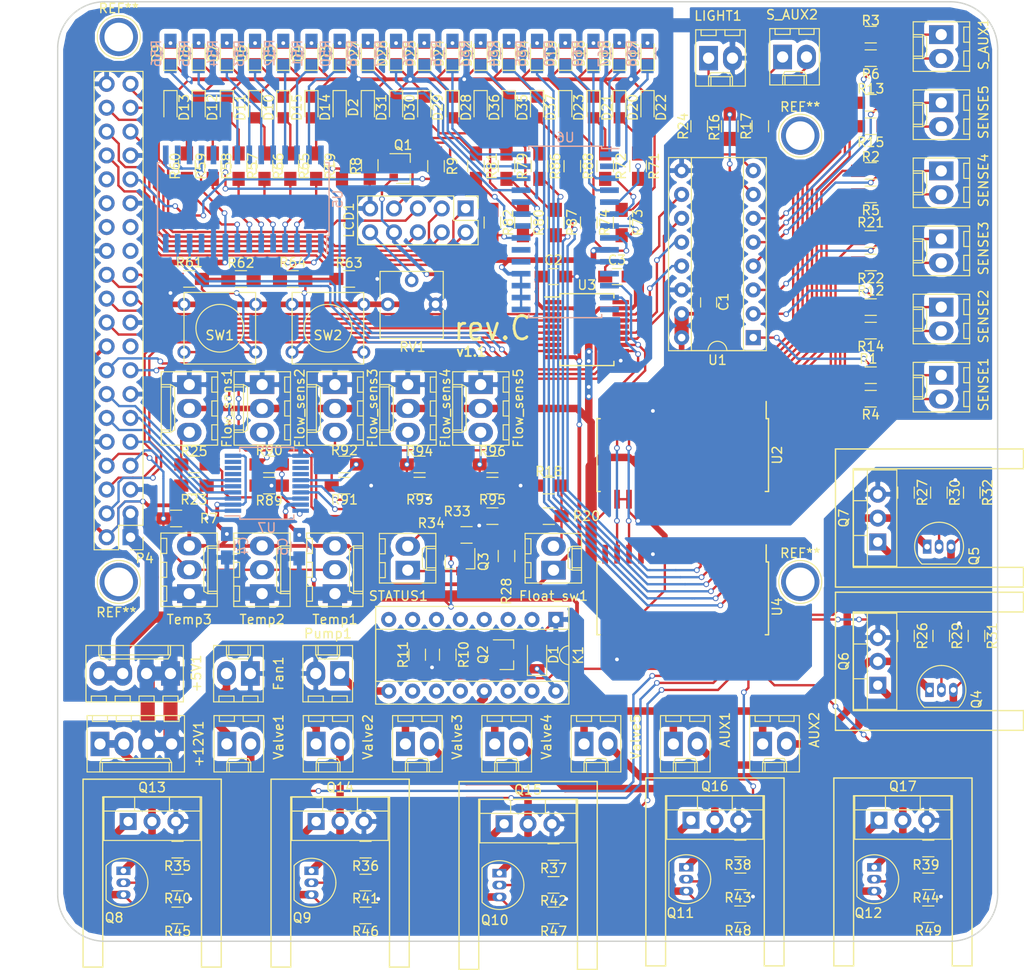
<source format=kicad_pcb>
(kicad_pcb (version 4) (host pcbnew 4.0.4-stable)
  (layers (0 F.Cu signal) (31 B.Cu signal) (34 B.Paste user) (35 F.Paste user) (36 B.SilkS user) (37 F.SilkS user) (38 B.Mask user) (39 F.Mask user) (44 Edge.Cuts user))
  (net 0 "")
  (net 1 +5V)
  (net 2 GND)
  (net 3 +3V3)
  (net 4 "Net-(D1-Pad1)")
  (net 5 +12V)
  (net 6 /PI_SDA)
  (net 7 /PI_SCL)
  (net 8 /27)
  (net 9 /SPI_MOSI)
  (net 10 /SPI_CS0)
  (net 11 /SPI_CLK)
  (net 12 /SENSE01)
  (net 13 /SENSE04)
  (net 14 /SENSE_AUX1)
  (net 15 /LCD_e)
  (net 16 /LCD_rs)
  (net 17 /LCD1)
  (net 18 /LCD2)
  (net 19 /LCD3)
  (net 20 /LCD4)
  (net 21 /SENSE02)
  (net 22 /SENSE05)
  (net 23 /SENSE_L)
  (net 24 /SENSE_AUX2)
  (net 25 /SENSE03)
  (net 26 "Net-(Q4-Pad2)")
  (net 27 "Net-(Q4-Pad3)")
  (net 28 "Net-(Q5-Pad2)")
  (net 29 "Net-(Q5-Pad3)")
  (net 30 "Net-(Q8-Pad2)")
  (net 31 "Net-(Q13-Pad1)")
  (net 32 "Net-(Q9-Pad2)")
  (net 33 "Net-(Q14-Pad1)")
  (net 34 "Net-(Q10-Pad2)")
  (net 35 "Net-(Q10-Pad3)")
  (net 36 "Net-(Q11-Pad2)")
  (net 37 "Net-(Q11-Pad3)")
  (net 38 "Net-(Q12-Pad2)")
  (net 39 "Net-(Q12-Pad3)")
  (net 40 /SENSE01_enA)
  (net 41 /SENSE04_enA)
  (net 42 /SENSE_AUX1_enA)
  (net 43 /SENSE01_enB)
  (net 44 /SENSE04_enB)
  (net 45 /SENSE_AUX1_enB)
  (net 46 /LCD_L)
  (net 47 /Pump)
  (net 48 /SENSE02_enA)
  (net 49 /SENSE05_enA)
  (net 50 /SENSE02_enB)
  (net 51 /SENSE05_enB)
  (net 52 /SENSE_AUX2_enA)
  (net 53 /SENSE_AUX2_enB)
  (net 54 /Float_switch)
  (net 55 /SENSE03_enA)
  (net 56 /SENSE03_enB)
  (net 57 /V06)
  (net 58 /V07)
  (net 59 /V01)
  (net 60 /V02)
  (net 61 /V03)
  (net 62 /V04)
  (net 63 /V05)
  (net 64 /SPI_MISO)
  (net 65 /I2C_CSL)
  (net 66 /I2C_SDA)
  (net 67 /5PI_CS0)
  (net 68 /5PI_MOSI)
  (net 69 /5PI_MISO)
  (net 70 /5PI_CLK)
  (net 71 "Net-(K1-Pad9)")
  (net 72 "Net-(AUX1-Pad2)")
  (net 73 "Net-(AUX2-Pad2)")
  (net 74 "Net-(Float_sw1-Pad2)")
  (net 75 "Net-(LCD1-Pad7)")
  (net 76 "Net-(LCD1-Pad10)")
  (net 77 "Net-(Q13-Pad2)")
  (net 78 "Net-(Q14-Pad2)")
  (net 79 "Net-(Q10-Pad1)")
  (net 80 "Net-(Q11-Pad1)")
  (net 81 "Net-(Q12-Pad1)")
  (net 82 "Net-(R4-Pad1)")
  (net 83 "Net-(R5-Pad1)")
  (net 84 "Net-(R6-Pad1)")
  (net 85 "Net-(R14-Pad1)")
  (net 86 "Net-(R15-Pad1)")
  (net 87 "Net-(R17-Pad1)")
  (net 88 "Net-(R22-Pad1)")
  (net 89 "Net-(Q3-Pad3)")
  (net 90 "Net-(R34-Pad2)")
  (net 91 "Net-(D2-Pad2)")
  (net 92 "Net-(D3-Pad2)")
  (net 93 "Net-(D4-Pad2)")
  (net 94 "Net-(D5-Pad2)")
  (net 95 "Net-(D6-Pad2)")
  (net 96 "Net-(D7-Pad2)")
  (net 97 "Net-(D8-Pad2)")
  (net 98 "Net-(D9-Pad2)")
  (net 99 "Net-(D10-Pad2)")
  (net 100 "Net-(D11-Pad2)")
  (net 101 "Net-(D12-Pad2)")
  (net 102 "Net-(D13-Pad2)")
  (net 103 /STATUS)
  (net 104 "Net-(R19-Pad2)")
  (net 105 "Net-(R50-Pad2)")
  (net 106 "Net-(R51-Pad2)")
  (net 107 "Net-(R52-Pad2)")
  (net 108 "Net-(R53-Pad2)")
  (net 109 "Net-(R54-Pad2)")
  (net 110 "Net-(R55-Pad2)")
  (net 111 "Net-(R56-Pad2)")
  (net 112 "Net-(R57-Pad2)")
  (net 113 "Net-(R58-Pad2)")
  (net 114 "Net-(R59-Pad2)")
  (net 115 "Net-(R60-Pad2)")
  (net 116 "Net-(R61-Pad1)")
  (net 117 /BUTTON1)
  (net 118 "Net-(R63-Pad1)")
  (net 119 /BUTTON2)
  (net 120 /INT)
  (net 121 /GPCLK0)
  (net 122 "Net-(Q1-Pad1)")
  (net 123 "Net-(Q2-Pad1)")
  (net 124 "Net-(Q3-Pad1)")
  (net 125 "Net-(D14-Pad2)")
  (net 126 "Net-(D15-Pad2)")
  (net 127 "Net-(D16-Pad2)")
  (net 128 "Net-(D17-Pad2)")
  (net 129 "Net-(D18-Pad2)")
  (net 130 "Net-(D19-Pad2)")
  (net 131 "Net-(D20-Pad2)")
  (net 132 "Net-(D21-Pad2)")
  (net 133 "Net-(D22-Pad2)")
  (net 134 "Net-(D23-Pad2)")
  (net 135 "Net-(D24-Pad2)")
  (net 136 "Net-(D25-Pad2)")
  (net 137 "Net-(D26-Pad2)")
  (net 138 "Net-(D27-Pad2)")
  (net 139 "Net-(D28-Pad2)")
  (net 140 "Net-(D29-Pad2)")
  (net 141 "Net-(D30-Pad2)")
  (net 142 "Net-(D31-Pad2)")
  (net 143 "Net-(R65-Pad2)")
  (net 144 "Net-(R66-Pad2)")
  (net 145 "Net-(R67-Pad2)")
  (net 146 "Net-(R68-Pad2)")
  (net 147 "Net-(R69-Pad2)")
  (net 148 "Net-(R70-Pad2)")
  (net 149 "Net-(R71-Pad2)")
  (net 150 "Net-(R72-Pad2)")
  (net 151 "Net-(R73-Pad2)")
  (net 152 "Net-(R74-Pad2)")
  (net 153 "Net-(R75-Pad2)")
  (net 154 "Net-(R76-Pad2)")
  (net 155 "Net-(R77-Pad2)")
  (net 156 "Net-(R78-Pad2)")
  (net 157 "Net-(R79-Pad2)")
  (net 158 "Net-(R80-Pad2)")
  (net 159 "Net-(R81-Pad2)")
  (net 160 "Net-(R82-Pad2)")
  (net 161 "Net-(D32-Pad2)")
  (net 162 "Net-(D33-Pad2)")
  (net 163 "Net-(D34-Pad2)")
  (net 164 "Net-(D35-Pad2)")
  (net 165 "Net-(D36-Pad2)")
  (net 166 "Net-(D37-Pad2)")
  (net 167 "Net-(R83-Pad2)")
  (net 168 "Net-(R84-Pad2)")
  (net 169 "Net-(R85-Pad2)")
  (net 170 "Net-(R86-Pad2)")
  (net 171 "Net-(R87-Pad2)")
  (net 172 "Net-(R88-Pad2)")
  (net 173 "Net-(Flow_sens1-Pad3)")
  (net 174 /Flow_sen1)
  (net 175 "Net-(Flow_sens2-Pad3)")
  (net 176 "Net-(Flow_sens3-Pad3)")
  (net 177 "Net-(Flow_sens4-Pad3)")
  (net 178 /Pi_flow5)
  (net 179 /Pi_flow4)
  (net 180 /Pi_flow3)
  (net 181 /Pi_flow2)
  (net 182 /Pi_flow1)
  (net 183 /Flow_sen2)
  (net 184 /Flow_sen3)
  (net 185 /Flow_sen4)
  (net 186 "Net-(Flow_sens5-Pad3)")
  (net 187 /Flow_sen5)
  (module Connectors_Molex:Molex_KK-6410-02_02x2.54mm_Straight (layer F.Cu) (at 67.7 90.53 90)
    (fp_text reference Float_sw1 (at -2.75 0 180) (layer F.SilkS))
    (fp_text value CONN_01X02)
    (pad 1 thru_hole rect (at 0 0 90) (size 2 2.6) (drill 1.2) (layers *.Cu *.Mask) (net 3 +3V3))
    (pad 2 thru_hole oval (at 2.54 0 90) (size 2 2.6) (drill 1.2) (layers *.Cu *.Mask) (net 74 "Net-(Float_sw1-Pad2)"))
  )
  (module Connectors_Molex:Molex_KK-6410-03_03x2.54mm_Straight (layer F.Cu) (at 59.95 70.78 270)
    (fp_text reference Flow_sens5 (at 2.5 -4 270) (layer F.SilkS))
    (fp_text value CONN_01X03)
    (pad 1 thru_hole rect (at 0 0 270) (size 2 2.6) (drill 1.2) (layers *.Cu *.Mask) (net 2 GND))
    (pad 2 thru_hole oval (at 2.54 0 270) (size 2 2.6) (drill 1.2) (layers *.Cu *.Mask) (net 1 +5V))
    (pad 3 thru_hole oval (at 5.08 0 270) (size 2 2.6) (drill 1.2) (layers *.Cu *.Mask) (net 186 "Net-(Flow_sens5-Pad3)"))
  )
  (module TO_SOT_Packages_THT:TO-220_Vertical (layer F.Cu) (at 102.325 117.155)
    (fp_text reference Q17 (at 2.54 -3.62) (layer F.SilkS))
    (fp_text value DB241C)
    (pad 1 thru_hole rect (at 0 0) (size 1.8 1.8) (drill 1) (layers *.Cu *.Mask) (net 39 "Net-(Q12-Pad3)"))
    (pad 2 thru_hole oval (at 2.54 0) (size 1.8 1.8) (drill 1) (layers *.Cu *.Mask) (net 81 "Net-(Q12-Pad1)"))
    (pad 3 thru_hole oval (at 5.08 0) (size 1.8 1.8) (drill 1) (layers *.Cu *.Mask) (net 2 GND))
  )
  (module TO_SOT_Packages_THT:TO-220_Vertical (layer F.Cu) (at 82.325 117.155)
    (fp_text reference Q16 (at 2.54 -3.62) (layer F.SilkS))
    (fp_text value DB241C)
    (pad 1 thru_hole rect (at 0 0) (size 1.8 1.8) (drill 1) (layers *.Cu *.Mask) (net 37 "Net-(Q11-Pad3)"))
    (pad 2 thru_hole oval (at 2.54 0) (size 1.8 1.8) (drill 1) (layers *.Cu *.Mask) (net 80 "Net-(Q11-Pad1)"))
    (pad 3 thru_hole oval (at 5.08 0) (size 1.8 1.8) (drill 1) (layers *.Cu *.Mask) (net 2 GND))
  )
  (module TO_SOT_Packages_THT:TO-220_Vertical (layer F.Cu) (at 102.2 102.78 90)
    (fp_text reference Q6 (at 2.54 -3.62 90) (layer F.SilkS))
    (fp_text value DB241C)
    (pad 1 thru_hole rect (at 0 0 90) (size 1.8 1.8) (drill 1) (layers *.Cu *.Mask) (net 27 "Net-(Q4-Pad3)"))
    (pad 2 thru_hole oval (at 2.54 0 90) (size 1.8 1.8) (drill 1) (layers *.Cu *.Mask) (net 72 "Net-(AUX1-Pad2)"))
    (pad 3 thru_hole oval (at 5.08 0 90) (size 1.8 1.8) (drill 1) (layers *.Cu *.Mask) (net 2 GND))
  )
  (module TO_SOT_Packages_THT:TO-220_Vertical (layer F.Cu) (at 62.45 117.53)
    (fp_text reference Q15 (at 2.54 -3.62) (layer F.SilkS))
    (fp_text value DB241C)
    (pad 1 thru_hole rect (at 0 0) (size 1.8 1.8) (drill 1) (layers *.Cu *.Mask) (net 35 "Net-(Q10-Pad3)"))
    (pad 2 thru_hole oval (at 2.54 0) (size 1.8 1.8) (drill 1) (layers *.Cu *.Mask) (net 79 "Net-(Q10-Pad1)"))
    (pad 3 thru_hole oval (at 5.08 0) (size 1.8 1.8) (drill 1) (layers *.Cu *.Mask) (net 2 GND))
  )
  (module TO_SOT_Packages_THT:TO-220_Vertical (layer F.Cu) (at 42.45 117.28)
    (fp_text reference Q14 (at 2.54 -3.62) (layer F.SilkS))
    (fp_text value DB241C)
    (pad 1 thru_hole rect (at 0 0) (size 1.8 1.8) (drill 1) (layers *.Cu *.Mask) (net 33 "Net-(Q14-Pad1)"))
    (pad 2 thru_hole oval (at 2.54 0) (size 1.8 1.8) (drill 1) (layers *.Cu *.Mask) (net 78 "Net-(Q14-Pad2)"))
    (pad 3 thru_hole oval (at 5.08 0) (size 1.8 1.8) (drill 1) (layers *.Cu *.Mask) (net 2 GND))
  )
  (module TO_SOT_Packages_THT:TO-220_Vertical (layer F.Cu) (at 22.45 117.28)
    (fp_text reference Q13 (at 2.54 -3.62) (layer F.SilkS))
    (fp_text value DB241C)
    (pad 1 thru_hole rect (at 0 0) (size 1.8 1.8) (drill 1) (layers *.Cu *.Mask) (net 31 "Net-(Q13-Pad1)"))
    (pad 2 thru_hole oval (at 2.54 0) (size 1.8 1.8) (drill 1) (layers *.Cu *.Mask) (net 77 "Net-(Q13-Pad2)"))
    (pad 3 thru_hole oval (at 5.08 0) (size 1.8 1.8) (drill 1) (layers *.Cu *.Mask) (net 2 GND))
  )
  (module TO_SOT_Packages_THT:TO-220_Vertical (layer F.Cu) (at 102.2 87.53 90)
    (fp_text reference Q7 (at 2.54 -3.62 90) (layer F.SilkS))
    (fp_text value DB241C)
    (pad 1 thru_hole rect (at 0 0 90) (size 1.8 1.8) (drill 1) (layers *.Cu *.Mask) (net 29 "Net-(Q5-Pad3)"))
    (pad 2 thru_hole oval (at 2.54 0 90) (size 1.8 1.8) (drill 1) (layers *.Cu *.Mask) (net 73 "Net-(AUX2-Pad2)"))
    (pad 3 thru_hole oval (at 5.08 0 90) (size 1.8 1.8) (drill 1) (layers *.Cu *.Mask) (net 2 GND))
  )
  (module Connect:1pin (layer F.Cu) (at 93.95 44.28)
    (fp_text reference REF** (at 0 -3.048) (layer F.SilkS))
    (fp_text value 1pin)
    (pad 1 thru_hole circle (at 0 0) (size 4.064 4.064) (drill 3.048) (layers *.Cu *.Mask))
  )
  (module Resistors_SMD:R_0805_HandSoldering (layer F.Cu) (at 69.7 47.53 270)
    (fp_text reference R88 (at 0 -1.7 270) (layer F.SilkS))
    (fp_text value 390)
    (pad 1 smd rect (at -1.35 0 270) (size 1.5 1.3) (layers F.Cu F.Paste F.Mask) (net 166 "Net-(D37-Pad2)"))
    (pad 2 smd rect (at 1.35 0 270) (size 1.5 1.3) (layers F.Cu F.Paste F.Mask) (net 172 "Net-(R88-Pad2)"))
  )
  (module Resistors_SMD:R_0805_HandSoldering (layer F.Cu) (at 67.95 53.53 270)
    (fp_text reference R87 (at 0 -1.7 270) (layer F.SilkS))
    (fp_text value 390)
    (pad 1 smd rect (at -1.35 0 270) (size 1.5 1.3) (layers F.Cu F.Paste F.Mask) (net 165 "Net-(D36-Pad2)"))
    (pad 2 smd rect (at 1.35 0 270) (size 1.5 1.3) (layers F.Cu F.Paste F.Mask) (net 171 "Net-(R87-Pad2)"))
  )
  (module Resistors_SMD:R_0805_HandSoldering (layer F.Cu) (at 66.2 47.53 270)
    (fp_text reference R86 (at 0 -1.7 270) (layer F.SilkS))
    (fp_text value 390)
    (pad 1 smd rect (at -1.35 0 270) (size 1.5 1.3) (layers F.Cu F.Paste F.Mask) (net 164 "Net-(D35-Pad2)"))
    (pad 2 smd rect (at 1.35 0 270) (size 1.5 1.3) (layers F.Cu F.Paste F.Mask) (net 170 "Net-(R86-Pad2)"))
  )
  (module Resistors_SMD:R_0805_HandSoldering (layer B.Cu) (at 65.95 35.53 270)
    (fp_text reference R85 (at 0 1.7 270) (layer B.SilkS) (effects (justify mirror)))
    (fp_text value 390)
    (pad 1 smd rect (at -1.35 0 270) (size 1.5 1.3) (layers B.Cu B.Paste B.Mask) (net 163 "Net-(D34-Pad2)"))
    (pad 2 smd rect (at 1.35 0 270) (size 1.5 1.3) (layers B.Cu B.Paste B.Mask) (net 169 "Net-(R85-Pad2)"))
  )
  (module Resistors_SMD:R_0805_HandSoldering (layer B.Cu) (at 62.95 35.53 270)
    (fp_text reference R84 (at 0 1.7 270) (layer B.SilkS) (effects (justify mirror)))
    (fp_text value 390)
    (pad 1 smd rect (at -1.35 0 270) (size 1.5 1.3) (layers B.Cu B.Paste B.Mask) (net 162 "Net-(D33-Pad2)"))
    (pad 2 smd rect (at 1.35 0 270) (size 1.5 1.3) (layers B.Cu B.Paste B.Mask) (net 168 "Net-(R84-Pad2)"))
  )
  (module Resistors_SMD:R_0805_HandSoldering (layer B.Cu) (at 59.95 35.53 270)
    (fp_text reference R83 (at 0 1.7 270) (layer B.SilkS) (effects (justify mirror)))
    (fp_text value 390)
    (pad 1 smd rect (at -1.35 0 270) (size 1.5 1.3) (layers B.Cu B.Paste B.Mask) (net 161 "Net-(D32-Pad2)"))
    (pad 2 smd rect (at 1.35 0 270) (size 1.5 1.3) (layers B.Cu B.Paste B.Mask) (net 167 "Net-(R83-Pad2)"))
  )
  (module LEDs:LED_0805 (layer F.Cu) (at 65.95 41.28 270)
    (fp_text reference D37 (at 0 -1.45 270) (layer F.SilkS))
    (fp_text value LED)
    (pad 2 smd rect (at 1.1 0 90) (size 1.2 1.2) (layers F.Cu F.Paste F.Mask) (net 166 "Net-(D37-Pad2)"))
    (pad 1 smd rect (at -1.1 0 90) (size 1.2 1.2) (layers F.Cu F.Paste F.Mask) (net 2 GND))
  )
  (module LEDs:LED_0805 (layer F.Cu) (at 59.95 41.28 270)
    (fp_text reference D36 (at 0 -1.45 270) (layer F.SilkS))
    (fp_text value LED)
    (pad 2 smd rect (at 1.1 0 90) (size 1.2 1.2) (layers F.Cu F.Paste F.Mask) (net 165 "Net-(D36-Pad2)"))
    (pad 1 smd rect (at -1.1 0 90) (size 1.2 1.2) (layers F.Cu F.Paste F.Mask) (net 2 GND))
  )
  (module LEDs:LED_0805 (layer F.Cu) (at 62.95 41.28 270)
    (fp_text reference D35 (at 0 -1.45 270) (layer F.SilkS))
    (fp_text value LED)
    (pad 2 smd rect (at 1.1 0 90) (size 1.2 1.2) (layers F.Cu F.Paste F.Mask) (net 164 "Net-(D35-Pad2)"))
    (pad 1 smd rect (at -1.1 0 90) (size 1.2 1.2) (layers F.Cu F.Paste F.Mask) (net 2 GND))
  )
  (module LEDs:LED_0805 (layer F.Cu) (at 65.95 35.53 90)
    (fp_text reference D34 (at 0 -1.45 90) (layer F.SilkS))
    (fp_text value LED)
    (pad 2 smd rect (at 1.1 0 270) (size 1.2 1.2) (layers F.Cu F.Paste F.Mask) (net 163 "Net-(D34-Pad2)"))
    (pad 1 smd rect (at -1.1 0 270) (size 1.2 1.2) (layers F.Cu F.Paste F.Mask) (net 2 GND))
  )
  (module LEDs:LED_0805 (layer F.Cu) (at 62.95 35.53 90)
    (fp_text reference D33 (at 0 -1.45 90) (layer F.SilkS))
    (fp_text value LED)
    (pad 2 smd rect (at 1.1 0 270) (size 1.2 1.2) (layers F.Cu F.Paste F.Mask) (net 162 "Net-(D33-Pad2)"))
    (pad 1 smd rect (at -1.1 0 270) (size 1.2 1.2) (layers F.Cu F.Paste F.Mask) (net 2 GND))
  )
  (module LEDs:LED_0805 (layer F.Cu) (at 59.95 35.53 90)
    (fp_text reference D32 (at 0 -1.45 90) (layer F.SilkS))
    (fp_text value LED)
    (pad 2 smd rect (at 1.1 0 270) (size 1.2 1.2) (layers F.Cu F.Paste F.Mask) (net 161 "Net-(D32-Pad2)"))
    (pad 1 smd rect (at -1.1 0 270) (size 1.2 1.2) (layers F.Cu F.Paste F.Mask) (net 2 GND))
  )
  (module Connect:1pin (layer F.Cu) (at 93.95 91.78)
    (fp_text reference REF** (at 0 -3.048) (layer F.SilkS))
    (fp_text value 1pin)
    (pad 1 thru_hole circle (at 0 0) (size 4.064 4.064) (drill 3.048) (layers *.Cu *.Mask))
  )
  (module Housings_SOIC:SOIC-28W_7.5x17.9mm_Pitch1.27mm (layer B.Cu) (at 68.95 54.53 180)
    (fp_text reference U6 (at 0 10.05 180) (layer B.SilkS) (effects (justify mirror)))
    (fp_text value MCP23017)
    (pad 1 smd rect (at -4.7 8.255 180) (size 2 0.6) (layers B.Cu B.Paste B.Mask) (net 145 "Net-(R67-Pad2)"))
    (pad 2 smd rect (at -4.7 6.985 180) (size 2 0.6) (layers B.Cu B.Paste B.Mask) (net 146 "Net-(R68-Pad2)"))
    (pad 3 smd rect (at -4.7 5.715 180) (size 2 0.6) (layers B.Cu B.Paste B.Mask) (net 147 "Net-(R69-Pad2)"))
    (pad 4 smd rect (at -4.7 4.445 180) (size 2 0.6) (layers B.Cu B.Paste B.Mask) (net 148 "Net-(R70-Pad2)"))
    (pad 5 smd rect (at -4.7 3.175 180) (size 2 0.6) (layers B.Cu B.Paste B.Mask) (net 149 "Net-(R71-Pad2)"))
    (pad 6 smd rect (at -4.7 1.905 180) (size 2 0.6) (layers B.Cu B.Paste B.Mask) (net 150 "Net-(R72-Pad2)"))
    (pad 7 smd rect (at -4.7 0.635 180) (size 2 0.6) (layers B.Cu B.Paste B.Mask) (net 151 "Net-(R73-Pad2)"))
    (pad 8 smd rect (at -4.7 -0.635 180) (size 2 0.6) (layers B.Cu B.Paste B.Mask) (net 152 "Net-(R74-Pad2)"))
    (pad 9 smd rect (at -4.7 -1.905 180) (size 2 0.6) (layers B.Cu B.Paste B.Mask) (net 1 +5V))
    (pad 10 smd rect (at -4.7 -3.175 180) (size 2 0.6) (layers B.Cu B.Paste B.Mask) (net 2 GND))
    (pad 11 smd rect (at -4.7 -4.445 180) (size 2 0.6) (layers B.Cu B.Paste B.Mask))
    (pad 12 smd rect (at -4.7 -5.715 180) (size 2 0.6) (layers B.Cu B.Paste B.Mask) (net 65 /I2C_CSL))
    (pad 13 smd rect (at -4.7 -6.985 180) (size 2 0.6) (layers B.Cu B.Paste B.Mask) (net 66 /I2C_SDA))
    (pad 14 smd rect (at -4.7 -8.255 180) (size 2 0.6) (layers B.Cu B.Paste B.Mask))
    (pad 15 smd rect (at 4.7 -8.255 180) (size 2 0.6) (layers B.Cu B.Paste B.Mask) (net 1 +5V))
    (pad 16 smd rect (at 4.7 -6.985 180) (size 2 0.6) (layers B.Cu B.Paste B.Mask) (net 1 +5V))
    (pad 17 smd rect (at 4.7 -5.715 180) (size 2 0.6) (layers B.Cu B.Paste B.Mask) (net 1 +5V))
    (pad 18 smd rect (at 4.7 -4.445 180) (size 2 0.6) (layers B.Cu B.Paste B.Mask) (net 1 +5V))
    (pad 19 smd rect (at 4.7 -3.175 180) (size 2 0.6) (layers B.Cu B.Paste B.Mask))
    (pad 20 smd rect (at 4.7 -1.905 180) (size 2 0.6) (layers B.Cu B.Paste B.Mask))
    (pad 21 smd rect (at 4.7 -0.635 180) (size 2 0.6) (layers B.Cu B.Paste B.Mask) (net 160 "Net-(R82-Pad2)"))
    (pad 22 smd rect (at 4.7 0.635 180) (size 2 0.6) (layers B.Cu B.Paste B.Mask) (net 159 "Net-(R81-Pad2)"))
    (pad 23 smd rect (at 4.7 1.905 180) (size 2 0.6) (layers B.Cu B.Paste B.Mask) (net 158 "Net-(R80-Pad2)"))
    (pad 24 smd rect (at 4.7 3.175 180) (size 2 0.6) (layers B.Cu B.Paste B.Mask) (net 157 "Net-(R79-Pad2)"))
    (pad 25 smd rect (at 4.7 4.445 180) (size 2 0.6) (layers B.Cu B.Paste B.Mask) (net 156 "Net-(R78-Pad2)"))
    (pad 26 smd rect (at 4.7 5.715 180) (size 2 0.6) (layers B.Cu B.Paste B.Mask) (net 155 "Net-(R77-Pad2)"))
    (pad 27 smd rect (at 4.7 6.985 180) (size 2 0.6) (layers B.Cu B.Paste B.Mask) (net 154 "Net-(R76-Pad2)"))
    (pad 28 smd rect (at 4.7 8.255 180) (size 2 0.6) (layers B.Cu B.Paste B.Mask) (net 153 "Net-(R75-Pad2)"))
  )
  (module Resistors_SMD:R_0805_HandSoldering (layer F.Cu) (at 61.2 53.53 270)
    (fp_text reference R82 (at 0 -1.7 270) (layer F.SilkS))
    (fp_text value 390)
    (pad 1 smd rect (at -1.35 0 270) (size 1.5 1.3) (layers F.Cu F.Paste F.Mask) (net 142 "Net-(D31-Pad2)"))
    (pad 2 smd rect (at 1.35 0 270) (size 1.5 1.3) (layers F.Cu F.Paste F.Mask) (net 160 "Net-(R82-Pad2)"))
  )
  (module Resistors_SMD:R_0805_HandSoldering (layer F.Cu) (at 59.45 47.53 270)
    (fp_text reference R81 (at 0 -1.7 270) (layer F.SilkS))
    (fp_text value 390)
    (pad 1 smd rect (at -1.35 0 270) (size 1.5 1.3) (layers F.Cu F.Paste F.Mask) (net 141 "Net-(D30-Pad2)"))
    (pad 2 smd rect (at 1.35 0 270) (size 1.5 1.3) (layers F.Cu F.Paste F.Mask) (net 159 "Net-(R81-Pad2)"))
  )
  (module Resistors_SMD:R_0805_HandSoldering (layer F.Cu) (at 64.45 53.53 270)
    (fp_text reference R80 (at 0 -1.7 270) (layer F.SilkS))
    (fp_text value 390)
    (pad 1 smd rect (at -1.35 0 270) (size 1.5 1.3) (layers F.Cu F.Paste F.Mask) (net 140 "Net-(D29-Pad2)"))
    (pad 2 smd rect (at 1.35 0 270) (size 1.5 1.3) (layers F.Cu F.Paste F.Mask) (net 158 "Net-(R80-Pad2)"))
  )
  (module Resistors_SMD:R_0805_HandSoldering (layer F.Cu) (at 62.7 47.53 270)
    (fp_text reference R79 (at 0 -1.7 270) (layer F.SilkS))
    (fp_text value 390)
    (pad 1 smd rect (at -1.35 0 270) (size 1.5 1.3) (layers F.Cu F.Paste F.Mask) (net 139 "Net-(D28-Pad2)"))
    (pad 2 smd rect (at 1.35 0 270) (size 1.5 1.3) (layers F.Cu F.Paste F.Mask) (net 157 "Net-(R79-Pad2)"))
  )
  (module Resistors_SMD:R_0805_HandSoldering (layer B.Cu) (at 47.95 35.53 270)
    (fp_text reference R78 (at 0 1.7 270) (layer B.SilkS) (effects (justify mirror)))
    (fp_text value 390)
    (pad 1 smd rect (at -1.35 0 270) (size 1.5 1.3) (layers B.Cu B.Paste B.Mask) (net 138 "Net-(D27-Pad2)"))
    (pad 2 smd rect (at 1.35 0 270) (size 1.5 1.3) (layers B.Cu B.Paste B.Mask) (net 156 "Net-(R78-Pad2)"))
  )
  (module Resistors_SMD:R_0805_HandSoldering (layer B.Cu) (at 50.95 35.53 270)
    (fp_text reference R77 (at 0 1.7 270) (layer B.SilkS) (effects (justify mirror)))
    (fp_text value 390)
    (pad 1 smd rect (at -1.35 0 270) (size 1.5 1.3) (layers B.Cu B.Paste B.Mask) (net 137 "Net-(D26-Pad2)"))
    (pad 2 smd rect (at 1.35 0 270) (size 1.5 1.3) (layers B.Cu B.Paste B.Mask) (net 155 "Net-(R77-Pad2)"))
  )
  (module Resistors_SMD:R_0805_HandSoldering (layer B.Cu) (at 53.95 35.53 270)
    (fp_text reference R76 (at 0 1.7 270) (layer B.SilkS) (effects (justify mirror)))
    (fp_text value 390)
    (pad 1 smd rect (at -1.35 0 270) (size 1.5 1.3) (layers B.Cu B.Paste B.Mask) (net 136 "Net-(D25-Pad2)"))
    (pad 2 smd rect (at 1.35 0 270) (size 1.5 1.3) (layers B.Cu B.Paste B.Mask) (net 154 "Net-(R76-Pad2)"))
  )
  (module Resistors_SMD:R_0805_HandSoldering (layer B.Cu) (at 56.95 35.53 270)
    (fp_text reference R75 (at 0 1.7 270) (layer B.SilkS) (effects (justify mirror)))
    (fp_text value 390)
    (pad 1 smd rect (at -1.35 0 270) (size 1.5 1.3) (layers B.Cu B.Paste B.Mask) (net 135 "Net-(D24-Pad2)"))
    (pad 2 smd rect (at 1.35 0 270) (size 1.5 1.3) (layers B.Cu B.Paste B.Mask) (net 153 "Net-(R75-Pad2)"))
  )
  (module Resistors_SMD:R_0805_HandSoldering (layer F.Cu) (at 71.45 53.53 270)
    (fp_text reference R74 (at 0 -1.7 270) (layer F.SilkS))
    (fp_text value 390)
    (pad 1 smd rect (at -1.35 0 270) (size 1.5 1.3) (layers F.Cu F.Paste F.Mask) (net 134 "Net-(D23-Pad2)"))
    (pad 2 smd rect (at 1.35 0 270) (size 1.5 1.3) (layers F.Cu F.Paste F.Mask) (net 152 "Net-(R74-Pad2)"))
  )
  (module Resistors_SMD:R_0805_HandSoldering (layer F.Cu) (at 74.95 53.53 270)
    (fp_text reference R73 (at 0 -1.7 270) (layer F.SilkS))
    (fp_text value 390)
    (pad 1 smd rect (at -1.35 0 270) (size 1.5 1.3) (layers F.Cu F.Paste F.Mask) (net 133 "Net-(D22-Pad2)"))
    (pad 2 smd rect (at 1.35 0 270) (size 1.5 1.3) (layers F.Cu F.Paste F.Mask) (net 151 "Net-(R73-Pad2)"))
  )
  (module Resistors_SMD:R_0805_HandSoldering (layer F.Cu) (at 73.2 47.53 270)
    (fp_text reference R72 (at 0 -1.7 270) (layer F.SilkS))
    (fp_text value 390)
    (pad 1 smd rect (at -1.35 0 270) (size 1.5 1.3) (layers F.Cu F.Paste F.Mask) (net 132 "Net-(D21-Pad2)"))
    (pad 2 smd rect (at 1.35 0 270) (size 1.5 1.3) (layers F.Cu F.Paste F.Mask) (net 150 "Net-(R72-Pad2)"))
  )
  (module Resistors_SMD:R_0805_HandSoldering (layer F.Cu) (at 76.7 47.53 270)
    (fp_text reference R71 (at 0 -1.7 270) (layer F.SilkS))
    (fp_text value 390)
    (pad 1 smd rect (at -1.35 0 270) (size 1.5 1.3) (layers F.Cu F.Paste F.Mask) (net 131 "Net-(D20-Pad2)"))
    (pad 2 smd rect (at 1.35 0 270) (size 1.5 1.3) (layers F.Cu F.Paste F.Mask) (net 149 "Net-(R71-Pad2)"))
  )
  (module Resistors_SMD:R_0805_HandSoldering (layer B.Cu) (at 68.95 35.53 270)
    (fp_text reference R70 (at 0 1.7 270) (layer B.SilkS) (effects (justify mirror)))
    (fp_text value 390)
    (pad 1 smd rect (at -1.35 0 270) (size 1.5 1.3) (layers B.Cu B.Paste B.Mask) (net 130 "Net-(D19-Pad2)"))
    (pad 2 smd rect (at 1.35 0 270) (size 1.5 1.3) (layers B.Cu B.Paste B.Mask) (net 148 "Net-(R70-Pad2)"))
  )
  (module Resistors_SMD:R_0805_HandSoldering (layer B.Cu) (at 71.95 35.53 270)
    (fp_text reference R69 (at 0 1.7 270) (layer B.SilkS) (effects (justify mirror)))
    (fp_text value 390)
    (pad 1 smd rect (at -1.35 0 270) (size 1.5 1.3) (layers B.Cu B.Paste B.Mask) (net 129 "Net-(D18-Pad2)"))
    (pad 2 smd rect (at 1.35 0 270) (size 1.5 1.3) (layers B.Cu B.Paste B.Mask) (net 147 "Net-(R69-Pad2)"))
  )
  (module Resistors_SMD:R_0805_HandSoldering (layer B.Cu) (at 77.7 35.53 270)
    (fp_text reference R68 (at 0 1.7 270) (layer B.SilkS) (effects (justify mirror)))
    (fp_text value 390)
    (pad 1 smd rect (at -1.35 0 270) (size 1.5 1.3) (layers B.Cu B.Paste B.Mask) (net 128 "Net-(D17-Pad2)"))
    (pad 2 smd rect (at 1.35 0 270) (size 1.5 1.3) (layers B.Cu B.Paste B.Mask) (net 146 "Net-(R68-Pad2)"))
  )
  (module Resistors_SMD:R_0805_HandSoldering (layer B.Cu) (at 74.7 35.53 270)
    (fp_text reference R67 (at 0 1.7 270) (layer B.SilkS) (effects (justify mirror)))
    (fp_text value 390)
    (pad 1 smd rect (at -1.35 0 270) (size 1.5 1.3) (layers B.Cu B.Paste B.Mask) (net 127 "Net-(D16-Pad2)"))
    (pad 2 smd rect (at 1.35 0 270) (size 1.5 1.3) (layers B.Cu B.Paste B.Mask) (net 145 "Net-(R67-Pad2)"))
  )
  (module Resistors_SMD:R_0805_HandSoldering (layer F.Cu) (at 39.7 47.53 270)
    (fp_text reference R66 (at 0 1.25 270) (layer F.SilkS))
    (fp_text value 390)
    (pad 1 smd rect (at -1.35 0 270) (size 1.5 1.3) (layers F.Cu F.Paste F.Mask) (net 126 "Net-(D15-Pad2)"))
    (pad 2 smd rect (at 1.35 0 270) (size 1.5 1.3) (layers F.Cu F.Paste F.Mask) (net 144 "Net-(R66-Pad2)"))
  )
  (module Resistors_SMD:R_0805_HandSoldering (layer F.Cu) (at 42.45 47.53 270)
    (fp_text reference R65 (at 0 1.25 270) (layer F.SilkS))
    (fp_text value 390)
    (pad 1 smd rect (at -1.35 0 270) (size 1.5 1.3) (layers F.Cu F.Paste F.Mask) (net 125 "Net-(D14-Pad2)"))
    (pad 2 smd rect (at 1.35 0 270) (size 1.5 1.3) (layers F.Cu F.Paste F.Mask) (net 143 "Net-(R65-Pad2)"))
  )
  (module LEDs:LED_0805 (layer F.Cu) (at 47.95 41.28 270)
    (fp_text reference D31 (at 0 -1.45 270) (layer F.SilkS))
    (fp_text value LED)
    (pad 2 smd rect (at 1.1 0 90) (size 1.2 1.2) (layers F.Cu F.Paste F.Mask) (net 142 "Net-(D31-Pad2)"))
    (pad 1 smd rect (at -1.1 0 90) (size 1.2 1.2) (layers F.Cu F.Paste F.Mask) (net 2 GND))
  )
  (module LEDs:LED_0805 (layer F.Cu) (at 50.95 41.28 270)
    (fp_text reference D30 (at 0 -1.45 270) (layer F.SilkS))
    (fp_text value LED)
    (pad 2 smd rect (at 1.1 0 90) (size 1.2 1.2) (layers F.Cu F.Paste F.Mask) (net 141 "Net-(D30-Pad2)"))
    (pad 1 smd rect (at -1.1 0 90) (size 1.2 1.2) (layers F.Cu F.Paste F.Mask) (net 2 GND))
  )
  (module LEDs:LED_0805 (layer F.Cu) (at 53.95 41.28 270)
    (fp_text reference D29 (at 0 -1.45 270) (layer F.SilkS))
    (fp_text value LED)
    (pad 2 smd rect (at 1.1 0 90) (size 1.2 1.2) (layers F.Cu F.Paste F.Mask) (net 140 "Net-(D29-Pad2)"))
    (pad 1 smd rect (at -1.1 0 90) (size 1.2 1.2) (layers F.Cu F.Paste F.Mask) (net 2 GND))
  )
  (module LEDs:LED_0805 (layer F.Cu) (at 56.95 41.28 270)
    (fp_text reference D28 (at 0 -1.45 270) (layer F.SilkS))
    (fp_text value LED)
    (pad 2 smd rect (at 1.1 0 90) (size 1.2 1.2) (layers F.Cu F.Paste F.Mask) (net 139 "Net-(D28-Pad2)"))
    (pad 1 smd rect (at -1.1 0 90) (size 1.2 1.2) (layers F.Cu F.Paste F.Mask) (net 2 GND))
  )
  (module LEDs:LED_0805 (layer F.Cu) (at 47.95 35.53 90)
    (fp_text reference D27 (at 0 -1.45 90) (layer F.SilkS))
    (fp_text value LED)
    (pad 2 smd rect (at 1.1 0 270) (size 1.2 1.2) (layers F.Cu F.Paste F.Mask) (net 138 "Net-(D27-Pad2)"))
    (pad 1 smd rect (at -1.1 0 270) (size 1.2 1.2) (layers F.Cu F.Paste F.Mask) (net 2 GND))
  )
  (module LEDs:LED_0805 (layer F.Cu) (at 50.95 35.53 90)
    (fp_text reference D26 (at 0 -1.45 90) (layer F.SilkS))
    (fp_text value LED)
    (pad 2 smd rect (at 1.1 0 270) (size 1.2 1.2) (layers F.Cu F.Paste F.Mask) (net 137 "Net-(D26-Pad2)"))
    (pad 1 smd rect (at -1.1 0 270) (size 1.2 1.2) (layers F.Cu F.Paste F.Mask) (net 2 GND))
  )
  (module LEDs:LED_0805 (layer F.Cu) (at 53.95 35.53 90)
    (fp_text reference D25 (at 0 -1.45 90) (layer F.SilkS))
    (fp_text value LED)
    (pad 2 smd rect (at 1.1 0 270) (size 1.2 1.2) (layers F.Cu F.Paste F.Mask) (net 136 "Net-(D25-Pad2)"))
    (pad 1 smd rect (at -1.1 0 270) (size 1.2 1.2) (layers F.Cu F.Paste F.Mask) (net 2 GND))
  )
  (module LEDs:LED_0805 (layer F.Cu) (at 56.95 35.53 90)
    (fp_text reference D24 (at 0 -1.45 90) (layer F.SilkS))
    (fp_text value LED)
    (pad 2 smd rect (at 1.1 0 270) (size 1.2 1.2) (layers F.Cu F.Paste F.Mask) (net 135 "Net-(D24-Pad2)"))
    (pad 1 smd rect (at -1.1 0 270) (size 1.2 1.2) (layers F.Cu F.Paste F.Mask) (net 2 GND))
  )
  (module LEDs:LED_0805 (layer F.Cu) (at 68.95 41.28 270)
    (fp_text reference D23 (at 0 -1.45 270) (layer F.SilkS))
    (fp_text value LED)
    (pad 2 smd rect (at 1.1 0 90) (size 1.2 1.2) (layers F.Cu F.Paste F.Mask) (net 134 "Net-(D23-Pad2)"))
    (pad 1 smd rect (at -1.1 0 90) (size 1.2 1.2) (layers F.Cu F.Paste F.Mask) (net 2 GND))
  )
  (module LEDs:LED_0805 (layer F.Cu) (at 77.7 41.28 270)
    (fp_text reference D22 (at 0 -1.45 270) (layer F.SilkS))
    (fp_text value LED)
    (pad 2 smd rect (at 1.1 0 90) (size 1.2 1.2) (layers F.Cu F.Paste F.Mask) (net 133 "Net-(D22-Pad2)"))
    (pad 1 smd rect (at -1.1 0 90) (size 1.2 1.2) (layers F.Cu F.Paste F.Mask) (net 2 GND))
  )
  (module LEDs:LED_0805 (layer F.Cu) (at 71.95 41.28 270)
    (fp_text reference D21 (at 0 -1.45 270) (layer F.SilkS))
    (fp_text value LED)
    (pad 2 smd rect (at 1.1 0 90) (size 1.2 1.2) (layers F.Cu F.Paste F.Mask) (net 132 "Net-(D21-Pad2)"))
    (pad 1 smd rect (at -1.1 0 90) (size 1.2 1.2) (layers F.Cu F.Paste F.Mask) (net 2 GND))
  )
  (module LEDs:LED_0805 (layer F.Cu) (at 74.7 41.28 270)
    (fp_text reference D20 (at 0 -1.45 270) (layer F.SilkS))
    (fp_text value LED)
    (pad 2 smd rect (at 1.1 0 90) (size 1.2 1.2) (layers F.Cu F.Paste F.Mask) (net 131 "Net-(D20-Pad2)"))
    (pad 1 smd rect (at -1.1 0 90) (size 1.2 1.2) (layers F.Cu F.Paste F.Mask) (net 2 GND))
  )
  (module LEDs:LED_0805 (layer F.Cu) (at 68.95 35.53 90)
    (fp_text reference D19 (at 0 -1.45 90) (layer F.SilkS))
    (fp_text value LED)
    (pad 2 smd rect (at 1.1 0 270) (size 1.2 1.2) (layers F.Cu F.Paste F.Mask) (net 130 "Net-(D19-Pad2)"))
    (pad 1 smd rect (at -1.1 0 270) (size 1.2 1.2) (layers F.Cu F.Paste F.Mask) (net 2 GND))
  )
  (module LEDs:LED_0805 (layer F.Cu) (at 71.95 35.53 90)
    (fp_text reference D18 (at 0 -1.45 90) (layer F.SilkS))
    (fp_text value LED)
    (pad 2 smd rect (at 1.1 0 270) (size 1.2 1.2) (layers F.Cu F.Paste F.Mask) (net 129 "Net-(D18-Pad2)"))
    (pad 1 smd rect (at -1.1 0 270) (size 1.2 1.2) (layers F.Cu F.Paste F.Mask) (net 2 GND))
  )
  (module LEDs:LED_0805 (layer F.Cu) (at 77.7 35.53 90)
    (fp_text reference D17 (at 0 -1.45 90) (layer F.SilkS))
    (fp_text value LED)
    (pad 2 smd rect (at 1.1 0 270) (size 1.2 1.2) (layers F.Cu F.Paste F.Mask) (net 128 "Net-(D17-Pad2)"))
    (pad 1 smd rect (at -1.1 0 270) (size 1.2 1.2) (layers F.Cu F.Paste F.Mask) (net 2 GND))
  )
  (module LEDs:LED_0805 (layer F.Cu) (at 74.7 35.53 90)
    (fp_text reference D16 (at 0 -1.45 90) (layer F.SilkS))
    (fp_text value LED)
    (pad 2 smd rect (at 1.1 0 270) (size 1.2 1.2) (layers F.Cu F.Paste F.Mask) (net 127 "Net-(D16-Pad2)"))
    (pad 1 smd rect (at -1.1 0 270) (size 1.2 1.2) (layers F.Cu F.Paste F.Mask) (net 2 GND))
  )
  (module LEDs:LED_0805 (layer F.Cu) (at 38.95 41.28 270)
    (fp_text reference D15 (at 0 -1.45 270) (layer F.SilkS))
    (fp_text value LED)
    (pad 2 smd rect (at 1.1 0 90) (size 1.2 1.2) (layers F.Cu F.Paste F.Mask) (net 126 "Net-(D15-Pad2)"))
    (pad 1 smd rect (at -1.1 0 90) (size 1.2 1.2) (layers F.Cu F.Paste F.Mask) (net 2 GND))
  )
  (module LEDs:LED_0805 (layer F.Cu) (at 41.95 41.28 270)
    (fp_text reference D14 (at 0 -1.45 270) (layer F.SilkS))
    (fp_text value LED)
    (pad 2 smd rect (at 1.1 0 90) (size 1.2 1.2) (layers F.Cu F.Paste F.Mask) (net 125 "Net-(D14-Pad2)"))
    (pad 1 smd rect (at -1.1 0 90) (size 1.2 1.2) (layers F.Cu F.Paste F.Mask) (net 2 GND))
  )
  (module Diodes_SMD:D_1206 (layer F.Cu) (at 65.95 99.53 90)
    (fp_text reference D1 (at 0 1.75 90) (layer F.SilkS))
    (fp_text value D)
    (pad 1 smd rect (at -1.5 0 90) (size 1 1.6) (layers F.Cu F.Paste F.Mask) (net 4 "Net-(D1-Pad1)"))
    (pad 2 smd rect (at 1.5 0 90) (size 1 1.6) (layers F.Cu F.Paste F.Mask) (net 2 GND))
  )
  (module Connect:1pin (layer F.Cu) (at 21.45 33.78)
    (fp_text reference REF** (at 0 -3.048) (layer F.SilkS))
    (fp_text value 1pin)
    (pad 1 thru_hole circle (at 0 0) (size 4.064 4.064) (drill 3.048) (layers *.Cu *.Mask))
  )
  (module Housings_DIP:DIP-16_W7.62mm_Socket (layer F.Cu) (at 88.95 65.78 180)
    (fp_text reference U1 (at 3.81 -2.39 180) (layer F.SilkS))
    (fp_text value MCP3208)
    (pad 1 thru_hole rect (at 0 0 180) (size 1.6 1.6) (drill 0.8) (layers *.Cu *.Mask) (net 12 /SENSE01))
    (pad 9 thru_hole oval (at 7.62 17.78 180) (size 1.6 1.6) (drill 0.8) (layers *.Cu *.Mask) (net 2 GND))
    (pad 2 thru_hole oval (at 0 2.54 180) (size 1.6 1.6) (drill 0.8) (layers *.Cu *.Mask) (net 21 /SENSE02))
    (pad 10 thru_hole oval (at 7.62 15.24 180) (size 1.6 1.6) (drill 0.8) (layers *.Cu *.Mask) (net 67 /5PI_CS0))
    (pad 3 thru_hole oval (at 0 5.08 180) (size 1.6 1.6) (drill 0.8) (layers *.Cu *.Mask) (net 25 /SENSE03))
    (pad 11 thru_hole oval (at 7.62 12.7 180) (size 1.6 1.6) (drill 0.8) (layers *.Cu *.Mask) (net 68 /5PI_MOSI))
    (pad 4 thru_hole oval (at 0 7.62 180) (size 1.6 1.6) (drill 0.8) (layers *.Cu *.Mask) (net 13 /SENSE04))
    (pad 12 thru_hole oval (at 7.62 10.16 180) (size 1.6 1.6) (drill 0.8) (layers *.Cu *.Mask) (net 69 /5PI_MISO))
    (pad 5 thru_hole oval (at 0 10.16 180) (size 1.6 1.6) (drill 0.8) (layers *.Cu *.Mask) (net 22 /SENSE05))
    (pad 13 thru_hole oval (at 7.62 7.62 180) (size 1.6 1.6) (drill 0.8) (layers *.Cu *.Mask) (net 70 /5PI_CLK))
    (pad 6 thru_hole oval (at 0 12.7 180) (size 1.6 1.6) (drill 0.8) (layers *.Cu *.Mask) (net 14 /SENSE_AUX1))
    (pad 14 thru_hole oval (at 7.62 5.08 180) (size 1.6 1.6) (drill 0.8) (layers *.Cu *.Mask) (net 2 GND))
    (pad 7 thru_hole oval (at 0 15.24 180) (size 1.6 1.6) (drill 0.8) (layers *.Cu *.Mask) (net 24 /SENSE_AUX2))
    (pad 15 thru_hole oval (at 7.62 2.54 180) (size 1.6 1.6) (drill 0.8) (layers *.Cu *.Mask) (net 1 +5V))
    (pad 8 thru_hole oval (at 0 17.78 180) (size 1.6 1.6) (drill 0.8) (layers *.Cu *.Mask) (net 23 /SENSE_L))
    (pad 16 thru_hole oval (at 7.62 0 180) (size 1.6 1.6) (drill 0.8) (layers *.Cu *.Mask) (net 1 +5V))
  )
  (module Housings_SOIC:SOIC-28W_7.5x17.9mm_Pitch1.27mm (layer B.Cu) (at 34.7 51.03 90)
    (fp_text reference U5 (at 0 10.05 90) (layer B.SilkS) (effects (justify mirror)))
    (fp_text value MCP23017)
    (pad 1 smd rect (at -4.7 8.255 90) (size 2 0.6) (layers B.Cu B.Paste B.Mask) (net 119 /BUTTON2))
    (pad 2 smd rect (at -4.7 6.985 90) (size 2 0.6) (layers B.Cu B.Paste B.Mask) (net 117 /BUTTON1))
    (pad 3 smd rect (at -4.7 5.715 90) (size 2 0.6) (layers B.Cu B.Paste B.Mask) (net 143 "Net-(R65-Pad2)"))
    (pad 4 smd rect (at -4.7 4.445 90) (size 2 0.6) (layers B.Cu B.Paste B.Mask) (net 144 "Net-(R66-Pad2)"))
    (pad 5 smd rect (at -4.7 3.175 90) (size 2 0.6) (layers B.Cu B.Paste B.Mask) (net 112 "Net-(R57-Pad2)"))
    (pad 6 smd rect (at -4.7 1.905 90) (size 2 0.6) (layers B.Cu B.Paste B.Mask) (net 113 "Net-(R58-Pad2)"))
    (pad 7 smd rect (at -4.7 0.635 90) (size 2 0.6) (layers B.Cu B.Paste B.Mask) (net 114 "Net-(R59-Pad2)"))
    (pad 8 smd rect (at -4.7 -0.635 90) (size 2 0.6) (layers B.Cu B.Paste B.Mask) (net 115 "Net-(R60-Pad2)"))
    (pad 9 smd rect (at -4.7 -1.905 90) (size 2 0.6) (layers B.Cu B.Paste B.Mask) (net 1 +5V))
    (pad 10 smd rect (at -4.7 -3.175 90) (size 2 0.6) (layers B.Cu B.Paste B.Mask) (net 2 GND))
    (pad 11 smd rect (at -4.7 -4.445 90) (size 2 0.6) (layers B.Cu B.Paste B.Mask))
    (pad 12 smd rect (at -4.7 -5.715 90) (size 2 0.6) (layers B.Cu B.Paste B.Mask) (net 65 /I2C_CSL))
    (pad 13 smd rect (at -4.7 -6.985 90) (size 2 0.6) (layers B.Cu B.Paste B.Mask) (net 66 /I2C_SDA))
    (pad 14 smd rect (at -4.7 -8.255 90) (size 2 0.6) (layers B.Cu B.Paste B.Mask))
    (pad 15 smd rect (at 4.7 -8.255 90) (size 2 0.6) (layers B.Cu B.Paste B.Mask) (net 1 +5V))
    (pad 16 smd rect (at 4.7 -6.985 90) (size 2 0.6) (layers B.Cu B.Paste B.Mask) (net 1 +5V))
    (pad 17 smd rect (at 4.7 -5.715 90) (size 2 0.6) (layers B.Cu B.Paste B.Mask) (net 2 GND))
    (pad 18 smd rect (at 4.7 -4.445 90) (size 2 0.6) (layers B.Cu B.Paste B.Mask) (net 1 +5V))
    (pad 19 smd rect (at 4.7 -3.175 90) (size 2 0.6) (layers B.Cu B.Paste B.Mask))
    (pad 20 smd rect (at 4.7 -1.905 90) (size 2 0.6) (layers B.Cu B.Paste B.Mask) (net 120 /INT))
    (pad 21 smd rect (at 4.7 -0.635 90) (size 2 0.6) (layers B.Cu B.Paste B.Mask) (net 111 "Net-(R56-Pad2)"))
    (pad 22 smd rect (at 4.7 0.635 90) (size 2 0.6) (layers B.Cu B.Paste B.Mask) (net 110 "Net-(R55-Pad2)"))
    (pad 23 smd rect (at 4.7 1.905 90) (size 2 0.6) (layers B.Cu B.Paste B.Mask) (net 109 "Net-(R54-Pad2)"))
    (pad 24 smd rect (at 4.7 3.175 90) (size 2 0.6) (layers B.Cu B.Paste B.Mask) (net 108 "Net-(R53-Pad2)"))
    (pad 25 smd rect (at 4.7 4.445 90) (size 2 0.6) (layers B.Cu B.Paste B.Mask) (net 107 "Net-(R52-Pad2)"))
    (pad 26 smd rect (at 4.7 5.715 90) (size 2 0.6) (layers B.Cu B.Paste B.Mask) (net 106 "Net-(R51-Pad2)"))
    (pad 27 smd rect (at 4.7 6.985 90) (size 2 0.6) (layers B.Cu B.Paste B.Mask) (net 105 "Net-(R50-Pad2)"))
    (pad 28 smd rect (at 4.7 8.255 90) (size 2 0.6) (layers B.Cu B.Paste B.Mask) (net 104 "Net-(R19-Pad2)"))
  )
  (module Buttons_Switches_ThroughHole:SW_PUSH_SMALL (layer F.Cu) (at 43.7 64.78 180)
    (fp_text reference SW2 (at 0 -0.762 180) (layer F.SilkS))
    (fp_text value SW_PUSH)
    (pad 1 thru_hole circle (at 3.81 -2.54 180) (size 1.397 1.397) (drill 0.8128) (layers *.Cu *.Mask) (net 118 "Net-(R63-Pad1)"))
    (pad 2 thru_hole circle (at 3.81 2.54 180) (size 1.397 1.397) (drill 0.8128) (layers *.Cu *.Mask) (net 1 +5V))
    (pad 1 thru_hole circle (at -3.81 -2.54 180) (size 1.397 1.397) (drill 0.8128) (layers *.Cu *.Mask) (net 118 "Net-(R63-Pad1)"))
    (pad 2 thru_hole circle (at -3.81 2.54 180) (size 1.397 1.397) (drill 0.8128) (layers *.Cu *.Mask) (net 1 +5V))
  )
  (module Buttons_Switches_ThroughHole:SW_PUSH_SMALL (layer F.Cu) (at 32.2 64.78 180)
    (fp_text reference SW1 (at 0 -0.762 180) (layer F.SilkS))
    (fp_text value SW_PUSH)
    (pad 1 thru_hole circle (at 3.81 -2.54 180) (size 1.397 1.397) (drill 0.8128) (layers *.Cu *.Mask) (net 116 "Net-(R61-Pad1)"))
    (pad 2 thru_hole circle (at 3.81 2.54 180) (size 1.397 1.397) (drill 0.8128) (layers *.Cu *.Mask) (net 1 +5V))
    (pad 1 thru_hole circle (at -3.81 -2.54 180) (size 1.397 1.397) (drill 0.8128) (layers *.Cu *.Mask) (net 116 "Net-(R61-Pad1)"))
    (pad 2 thru_hole circle (at -3.81 2.54 180) (size 1.397 1.397) (drill 0.8128) (layers *.Cu *.Mask) (net 1 +5V))
  )
  (module Resistors_SMD:R_0805_HandSoldering (layer F.Cu) (at 39.95 59.53 180)
    (fp_text reference R64 (at 0 1.75 180) (layer F.SilkS))
    (fp_text value 1k)
    (pad 1 smd rect (at -1.35 0 180) (size 1.5 1.3) (layers F.Cu F.Paste F.Mask) (net 118 "Net-(R63-Pad1)"))
    (pad 2 smd rect (at 1.35 0 180) (size 1.5 1.3) (layers F.Cu F.Paste F.Mask) (net 119 /BUTTON2))
  )
  (module Resistors_SMD:R_0805_HandSoldering (layer F.Cu) (at 45.95 59.53)
    (fp_text reference R63 (at 0 -1.7) (layer F.SilkS))
    (fp_text value 10k)
    (pad 1 smd rect (at -1.35 0) (size 1.5 1.3) (layers F.Cu F.Paste F.Mask) (net 118 "Net-(R63-Pad1)"))
    (pad 2 smd rect (at 1.35 0) (size 1.5 1.3) (layers F.Cu F.Paste F.Mask) (net 2 GND))
  )
  (module Resistors_SMD:R_0805_HandSoldering (layer F.Cu) (at 34.45 59.53)
    (fp_text reference R62 (at 0 -1.7) (layer F.SilkS))
    (fp_text value 1k)
    (pad 1 smd rect (at -1.35 0) (size 1.5 1.3) (layers F.Cu F.Paste F.Mask) (net 116 "Net-(R61-Pad1)"))
    (pad 2 smd rect (at 1.35 0) (size 1.5 1.3) (layers F.Cu F.Paste F.Mask) (net 117 /BUTTON1))
  )
  (module Resistors_SMD:R_0805_HandSoldering (layer F.Cu) (at 28.95 59.53 180)
    (fp_text reference R61 (at 0 1.75 180) (layer F.SilkS))
    (fp_text value 10k)
    (pad 1 smd rect (at -1.35 0 180) (size 1.5 1.3) (layers F.Cu F.Paste F.Mask) (net 116 "Net-(R61-Pad1)"))
    (pad 2 smd rect (at 1.35 0 180) (size 1.5 1.3) (layers F.Cu F.Paste F.Mask) (net 2 GND))
  )
  (module Resistors_SMD:R_0805_HandSoldering (layer F.Cu) (at 28.7 47.53 270)
    (fp_text reference R60 (at 0 1.25 270) (layer F.SilkS))
    (fp_text value 390)
    (pad 1 smd rect (at -1.35 0 270) (size 1.5 1.3) (layers F.Cu F.Paste F.Mask) (net 102 "Net-(D13-Pad2)"))
    (pad 2 smd rect (at 1.35 0 270) (size 1.5 1.3) (layers F.Cu F.Paste F.Mask) (net 115 "Net-(R60-Pad2)"))
  )
  (module Resistors_SMD:R_0805_HandSoldering (layer F.Cu) (at 31.45 47.53 270)
    (fp_text reference R59 (at 0 1.25 270) (layer F.SilkS))
    (fp_text value 390)
    (pad 1 smd rect (at -1.35 0 270) (size 1.5 1.3) (layers F.Cu F.Paste F.Mask) (net 101 "Net-(D12-Pad2)"))
    (pad 2 smd rect (at 1.35 0 270) (size 1.5 1.3) (layers F.Cu F.Paste F.Mask) (net 114 "Net-(R59-Pad2)"))
  )
  (module Resistors_SMD:R_0805_HandSoldering (layer F.Cu) (at 34.2 47.53 270)
    (fp_text reference R58 (at 0 1.25 270) (layer F.SilkS))
    (fp_text value 390)
    (pad 1 smd rect (at -1.35 0 270) (size 1.5 1.3) (layers F.Cu F.Paste F.Mask) (net 100 "Net-(D11-Pad2)"))
    (pad 2 smd rect (at 1.35 0 270) (size 1.5 1.3) (layers F.Cu F.Paste F.Mask) (net 113 "Net-(R58-Pad2)"))
  )
  (module Resistors_SMD:R_0805_HandSoldering (layer F.Cu) (at 36.95 47.53 270)
    (fp_text reference R57 (at 0 1.25 270) (layer F.SilkS))
    (fp_text value 390)
    (pad 1 smd rect (at -1.35 0 270) (size 1.5 1.3) (layers F.Cu F.Paste F.Mask) (net 99 "Net-(D10-Pad2)"))
    (pad 2 smd rect (at 1.35 0 270) (size 1.5 1.3) (layers F.Cu F.Paste F.Mask) (net 112 "Net-(R57-Pad2)"))
  )
  (module Resistors_SMD:R_0805_HandSoldering (layer B.Cu) (at 26.95 35.53 270)
    (fp_text reference R56 (at 0 1.5 270) (layer B.SilkS) (effects (justify mirror)))
    (fp_text value 390)
    (pad 1 smd rect (at -1.35 0 270) (size 1.5 1.3) (layers B.Cu B.Paste B.Mask) (net 98 "Net-(D9-Pad2)"))
    (pad 2 smd rect (at 1.35 0 270) (size 1.5 1.3) (layers B.Cu B.Paste B.Mask) (net 111 "Net-(R56-Pad2)"))
  )
  (module Resistors_SMD:R_0805_HandSoldering (layer B.Cu) (at 29.95 35.53 270)
    (fp_text reference R55 (at 0 1.5 270) (layer B.SilkS) (effects (justify mirror)))
    (fp_text value 390)
    (pad 1 smd rect (at -1.35 0 270) (size 1.5 1.3) (layers B.Cu B.Paste B.Mask) (net 97 "Net-(D8-Pad2)"))
    (pad 2 smd rect (at 1.35 0 270) (size 1.5 1.3) (layers B.Cu B.Paste B.Mask) (net 110 "Net-(R55-Pad2)"))
  )
  (module Resistors_SMD:R_0805_HandSoldering (layer B.Cu) (at 32.95 35.53 270)
    (fp_text reference R54 (at 0 1.5 270) (layer B.SilkS) (effects (justify mirror)))
    (fp_text value 390)
    (pad 1 smd rect (at -1.35 0 270) (size 1.5 1.3) (layers B.Cu B.Paste B.Mask) (net 96 "Net-(D7-Pad2)"))
    (pad 2 smd rect (at 1.35 0 270) (size 1.5 1.3) (layers B.Cu B.Paste B.Mask) (net 109 "Net-(R54-Pad2)"))
  )
  (module Resistors_SMD:R_0805_HandSoldering (layer B.Cu) (at 35.95 35.53 270)
    (fp_text reference R53 (at 0 1.7 270) (layer B.SilkS) (effects (justify mirror)))
    (fp_text value 390)
    (pad 1 smd rect (at -1.35 0 270) (size 1.5 1.3) (layers B.Cu B.Paste B.Mask) (net 95 "Net-(D6-Pad2)"))
    (pad 2 smd rect (at 1.35 0 270) (size 1.5 1.3) (layers B.Cu B.Paste B.Mask) (net 108 "Net-(R53-Pad2)"))
  )
  (module Resistors_SMD:R_0805_HandSoldering (layer B.Cu) (at 38.95 35.53 270)
    (fp_text reference R52 (at -0.05 1.45 270) (layer B.SilkS) (effects (justify mirror)))
    (fp_text value 390)
    (pad 1 smd rect (at -1.35 0 270) (size 1.5 1.3) (layers B.Cu B.Paste B.Mask) (net 94 "Net-(D5-Pad2)"))
    (pad 2 smd rect (at 1.35 0 270) (size 1.5 1.3) (layers B.Cu B.Paste B.Mask) (net 107 "Net-(R52-Pad2)"))
  )
  (module Resistors_SMD:R_0805_HandSoldering (layer B.Cu) (at 41.95 35.53 270)
    (fp_text reference R51 (at 0 1.5 270) (layer B.SilkS) (effects (justify mirror)))
    (fp_text value 390)
    (pad 1 smd rect (at -1.35 0 270) (size 1.5 1.3) (layers B.Cu B.Paste B.Mask) (net 93 "Net-(D4-Pad2)"))
    (pad 2 smd rect (at 1.35 0 270) (size 1.5 1.3) (layers B.Cu B.Paste B.Mask) (net 106 "Net-(R51-Pad2)"))
  )
  (module Resistors_SMD:R_0805_HandSoldering (layer B.Cu) (at 44.95 35.53 270)
    (fp_text reference R50 (at 0 1.5 270) (layer B.SilkS) (effects (justify mirror)))
    (fp_text value 390)
    (pad 1 smd rect (at -1.35 0 270) (size 1.5 1.3) (layers B.Cu B.Paste B.Mask) (net 92 "Net-(D3-Pad2)"))
    (pad 2 smd rect (at 1.35 0 270) (size 1.5 1.3) (layers B.Cu B.Paste B.Mask) (net 105 "Net-(R50-Pad2)"))
  )
  (module Resistors_SMD:R_0805_HandSoldering (layer F.Cu) (at 45.2 47.53 270)
    (fp_text reference R19 (at 0 1.25 270) (layer F.SilkS))
    (fp_text value 390)
    (pad 1 smd rect (at -1.35 0 270) (size 1.5 1.3) (layers F.Cu F.Paste F.Mask) (net 91 "Net-(D2-Pad2)"))
    (pad 2 smd rect (at 1.35 0 270) (size 1.5 1.3) (layers F.Cu F.Paste F.Mask) (net 104 "Net-(R19-Pad2)"))
  )
  (module LEDs:LED_0805 (layer F.Cu) (at 26.95 41.28 270)
    (fp_text reference D13 (at 0 -1.45 270) (layer F.SilkS))
    (fp_text value LED)
    (pad 2 smd rect (at 1.1 0 90) (size 1.2 1.2) (layers F.Cu F.Paste F.Mask) (net 102 "Net-(D13-Pad2)"))
    (pad 1 smd rect (at -1.1 0 90) (size 1.2 1.2) (layers F.Cu F.Paste F.Mask) (net 2 GND))
  )
  (module LEDs:LED_0805 (layer F.Cu) (at 29.95 41.28 270)
    (fp_text reference D12 (at 0 -1.45 270) (layer F.SilkS))
    (fp_text value LED)
    (pad 2 smd rect (at 1.1 0 90) (size 1.2 1.2) (layers F.Cu F.Paste F.Mask) (net 101 "Net-(D12-Pad2)"))
    (pad 1 smd rect (at -1.1 0 90) (size 1.2 1.2) (layers F.Cu F.Paste F.Mask) (net 2 GND))
  )
  (module LEDs:LED_0805 (layer F.Cu) (at 32.95 41.28 270)
    (fp_text reference D11 (at 0 -1.45 270) (layer F.SilkS))
    (fp_text value LED)
    (pad 2 smd rect (at 1.1 0 90) (size 1.2 1.2) (layers F.Cu F.Paste F.Mask) (net 100 "Net-(D11-Pad2)"))
    (pad 1 smd rect (at -1.1 0 90) (size 1.2 1.2) (layers F.Cu F.Paste F.Mask) (net 2 GND))
  )
  (module LEDs:LED_0805 (layer F.Cu) (at 35.95 41.28 270)
    (fp_text reference D10 (at 0 -1.45 270) (layer F.SilkS))
    (fp_text value LED)
    (pad 2 smd rect (at 1.1 0 90) (size 1.2 1.2) (layers F.Cu F.Paste F.Mask) (net 99 "Net-(D10-Pad2)"))
    (pad 1 smd rect (at -1.1 0 90) (size 1.2 1.2) (layers F.Cu F.Paste F.Mask) (net 2 GND))
  )
  (module LEDs:LED_0805 (layer F.Cu) (at 26.95 35.53 90)
    (fp_text reference D9 (at 0 -1.45 90) (layer F.SilkS))
    (fp_text value LED)
    (pad 2 smd rect (at 1.1 0 270) (size 1.2 1.2) (layers F.Cu F.Paste F.Mask) (net 98 "Net-(D9-Pad2)"))
    (pad 1 smd rect (at -1.1 0 270) (size 1.2 1.2) (layers F.Cu F.Paste F.Mask) (net 2 GND))
  )
  (module LEDs:LED_0805 (layer F.Cu) (at 29.95 35.53 90)
    (fp_text reference D8 (at 0 -1.45 90) (layer F.SilkS))
    (fp_text value LED)
    (pad 2 smd rect (at 1.1 0 270) (size 1.2 1.2) (layers F.Cu F.Paste F.Mask) (net 97 "Net-(D8-Pad2)"))
    (pad 1 smd rect (at -1.1 0 270) (size 1.2 1.2) (layers F.Cu F.Paste F.Mask) (net 2 GND))
  )
  (module LEDs:LED_0805 (layer F.Cu) (at 32.95 35.53 90)
    (fp_text reference D7 (at 0 -1.45 90) (layer F.SilkS))
    (fp_text value LED)
    (pad 2 smd rect (at 1.1 0 270) (size 1.2 1.2) (layers F.Cu F.Paste F.Mask) (net 96 "Net-(D7-Pad2)"))
    (pad 1 smd rect (at -1.1 0 270) (size 1.2 1.2) (layers F.Cu F.Paste F.Mask) (net 2 GND))
  )
  (module LEDs:LED_0805 (layer F.Cu) (at 35.95 35.53 90)
    (fp_text reference D6 (at 0 -1.45 90) (layer F.SilkS))
    (fp_text value LED)
    (pad 2 smd rect (at 1.1 0 270) (size 1.2 1.2) (layers F.Cu F.Paste F.Mask) (net 95 "Net-(D6-Pad2)"))
    (pad 1 smd rect (at -1.1 0 270) (size 1.2 1.2) (layers F.Cu F.Paste F.Mask) (net 2 GND))
  )
  (module LEDs:LED_0805 (layer F.Cu) (at 38.95 35.53 90)
    (fp_text reference D5 (at 0 -1.45 90) (layer F.SilkS))
    (fp_text value LED)
    (pad 2 smd rect (at 1.1 0 270) (size 1.2 1.2) (layers F.Cu F.Paste F.Mask) (net 94 "Net-(D5-Pad2)"))
    (pad 1 smd rect (at -1.1 0 270) (size 1.2 1.2) (layers F.Cu F.Paste F.Mask) (net 2 GND))
  )
  (module LEDs:LED_0805 (layer F.Cu) (at 41.95 35.53 90)
    (fp_text reference D4 (at 0 -1.45 90) (layer F.SilkS))
    (fp_text value LED)
    (pad 2 smd rect (at 1.1 0 270) (size 1.2 1.2) (layers F.Cu F.Paste F.Mask) (net 93 "Net-(D4-Pad2)"))
    (pad 1 smd rect (at -1.1 0 270) (size 1.2 1.2) (layers F.Cu F.Paste F.Mask) (net 2 GND))
  )
  (module LEDs:LED_0805 (layer F.Cu) (at 44.95 35.53 90)
    (fp_text reference D3 (at 0 -1.45 90) (layer F.SilkS))
    (fp_text value LED)
    (pad 2 smd rect (at 1.1 0 270) (size 1.2 1.2) (layers F.Cu F.Paste F.Mask) (net 92 "Net-(D3-Pad2)"))
    (pad 1 smd rect (at -1.1 0 270) (size 1.2 1.2) (layers F.Cu F.Paste F.Mask) (net 2 GND))
  )
  (module LEDs:LED_0805 (layer F.Cu) (at 44.95 41.28 270)
    (fp_text reference D2 (at 0 -1.45 270) (layer F.SilkS))
    (fp_text value LED)
    (pad 2 smd rect (at 1.1 0 90) (size 1.2 1.2) (layers F.Cu F.Paste F.Mask) (net 91 "Net-(D2-Pad2)"))
    (pad 1 smd rect (at -1.1 0 90) (size 1.2 1.2) (layers F.Cu F.Paste F.Mask) (net 2 GND))
  )
  (module Connectors_Molex:Molex_KK-6410-02_02x2.54mm_Straight (layer F.Cu) (at 52.2 90.53 90)
    (fp_text reference STATUS1 (at -2.75 -1 180) (layer F.SilkS))
    (fp_text value CONN_01X02)
    (pad 1 thru_hole rect (at 0 0 90) (size 2 2.6) (drill 1.2) (layers *.Cu *.Mask) (net 89 "Net-(Q3-Pad3)"))
    (pad 2 thru_hole oval (at 2.54 0 90) (size 2 2.6) (drill 1.2) (layers *.Cu *.Mask) (net 90 "Net-(R34-Pad2)"))
  )
  (module Connectors_Molex:Molex_KK-6410-02_02x2.54mm_Straight (layer F.Cu) (at 70.95 109.03)
    (fp_text reference Valve5 (at 5.5 -0.75 90) (layer F.SilkS))
    (fp_text value CONN_01X02)
    (pad 1 thru_hole rect (at 0 0) (size 2 2.6) (drill 1.2) (layers *.Cu *.Mask) (net 5 +12V))
    (pad 2 thru_hole oval (at 2.54 0) (size 2 2.6) (drill 1.2) (layers *.Cu *.Mask) (net 81 "Net-(Q12-Pad1)"))
  )
  (module Connectors_Molex:Molex_KK-6410-02_02x2.54mm_Straight (layer F.Cu) (at 61.45 109.03)
    (fp_text reference Valve4 (at 5.5 -0.75 90) (layer F.SilkS))
    (fp_text value CONN_01X02)
    (pad 1 thru_hole rect (at 0 0) (size 2 2.6) (drill 1.2) (layers *.Cu *.Mask) (net 5 +12V))
    (pad 2 thru_hole oval (at 2.54 0) (size 2 2.6) (drill 1.2) (layers *.Cu *.Mask) (net 80 "Net-(Q11-Pad1)"))
  )
  (module Connectors_Molex:Molex_KK-6410-02_02x2.54mm_Straight (layer F.Cu) (at 51.95 109.03)
    (fp_text reference Valve3 (at 5.5 -0.75 90) (layer F.SilkS))
    (fp_text value CONN_01X02)
    (pad 1 thru_hole rect (at 0 0) (size 2 2.6) (drill 1.2) (layers *.Cu *.Mask) (net 5 +12V))
    (pad 2 thru_hole oval (at 2.54 0) (size 2 2.6) (drill 1.2) (layers *.Cu *.Mask) (net 79 "Net-(Q10-Pad1)"))
  )
  (module Connectors_Molex:Molex_KK-6410-02_02x2.54mm_Straight (layer F.Cu) (at 42.45 109.03)
    (fp_text reference Valve2 (at 5.5 -0.75 90) (layer F.SilkS))
    (fp_text value CONN_01X02)
    (pad 1 thru_hole rect (at 0 0) (size 2 2.6) (drill 1.2) (layers *.Cu *.Mask) (net 5 +12V))
    (pad 2 thru_hole oval (at 2.54 0) (size 2 2.6) (drill 1.2) (layers *.Cu *.Mask) (net 78 "Net-(Q14-Pad2)"))
  )
  (module Connectors_Molex:Molex_KK-6410-02_02x2.54mm_Straight (layer F.Cu) (at 32.95 109.03)
    (fp_text reference Valve1 (at 5.5 -0.75 90) (layer F.SilkS))
    (fp_text value CONN_01X02)
    (pad 1 thru_hole rect (at 0 0) (size 2 2.6) (drill 1.2) (layers *.Cu *.Mask) (net 5 +12V))
    (pad 2 thru_hole oval (at 2.54 0) (size 2 2.6) (drill 1.2) (layers *.Cu *.Mask) (net 77 "Net-(Q13-Pad2)"))
  )
  (module Connectors_Molex:Molex_KK-6410-03_03x2.54mm_Straight (layer F.Cu) (at 28.95 93.03 90)
    (fp_text reference Temp3 (at -2.75 0 180) (layer F.SilkS))
    (fp_text value CONN_01X03)
    (pad 1 thru_hole rect (at 0 0 90) (size 2 2.6) (drill 1.2) (layers *.Cu *.Mask) (net 2 GND))
    (pad 2 thru_hole oval (at 2.54 0 90) (size 2 2.6) (drill 1.2) (layers *.Cu *.Mask) (net 121 /GPCLK0))
    (pad 3 thru_hole oval (at 5.08 0 90) (size 2 2.6) (drill 1.2) (layers *.Cu *.Mask) (net 3 +3V3))
  )
  (module Connectors_Molex:Molex_KK-6410-03_03x2.54mm_Straight (layer F.Cu) (at 36.7 93.03 90)
    (fp_text reference Temp2 (at -2.75 0 180) (layer F.SilkS))
    (fp_text value CONN_01X03)
    (pad 1 thru_hole rect (at 0 0 90) (size 2 2.6) (drill 1.2) (layers *.Cu *.Mask) (net 2 GND))
    (pad 2 thru_hole oval (at 2.54 0 90) (size 2 2.6) (drill 1.2) (layers *.Cu *.Mask) (net 121 /GPCLK0))
    (pad 3 thru_hole oval (at 5.08 0 90) (size 2 2.6) (drill 1.2) (layers *.Cu *.Mask) (net 3 +3V3))
  )
  (module Connectors_Molex:Molex_KK-6410-03_03x2.54mm_Straight (layer F.Cu) (at 44.45 93.03 90)
    (fp_text reference Temp1 (at -2.75 0 180) (layer F.SilkS))
    (fp_text value CONN_01X03)
    (pad 1 thru_hole rect (at 0 0 90) (size 2 2.6) (drill 1.2) (layers *.Cu *.Mask) (net 2 GND))
    (pad 2 thru_hole oval (at 2.54 0 90) (size 2 2.6) (drill 1.2) (layers *.Cu *.Mask) (net 121 /GPCLK0))
    (pad 3 thru_hole oval (at 5.08 0 90) (size 2 2.6) (drill 1.2) (layers *.Cu *.Mask) (net 3 +3V3))
  )
  (module Connectors_Molex:Molex_KK-6410-02_02x2.54mm_Straight (layer F.Cu) (at 92.075 35.905)
    (fp_text reference S_AUX2 (at 1 -4.5) (layer F.SilkS))
    (fp_text value CONN_01X02)
    (pad 1 thru_hole rect (at 0 0) (size 2 2.6) (drill 1.2) (layers *.Cu *.Mask) (net 24 /SENSE_AUX2))
    (pad 2 thru_hole oval (at 2.54 0) (size 2 2.6) (drill 1.2) (layers *.Cu *.Mask) (net 87 "Net-(R17-Pad1)"))
  )
  (module Connectors_Molex:Molex_KK-6410-02_02x2.54mm_Straight (layer F.Cu) (at 108.95 33.53 270)
    (fp_text reference S_AUX1 (at 1 -4.5 270) (layer F.SilkS))
    (fp_text value CONN_01X02)
    (pad 1 thru_hole rect (at 0 0 270) (size 2 2.6) (drill 1.2) (layers *.Cu *.Mask) (net 14 /SENSE_AUX1))
    (pad 2 thru_hole oval (at 2.54 0 270) (size 2 2.6) (drill 1.2) (layers *.Cu *.Mask) (net 84 "Net-(R6-Pad1)"))
  )
  (module Connectors_Molex:Molex_KK-6410-02_02x2.54mm_Straight (layer F.Cu) (at 108.95 40.78 270)
    (fp_text reference SENSE5 (at 1 -4.5 270) (layer F.SilkS))
    (fp_text value CONN_01X02)
    (pad 1 thru_hole rect (at 0 0 270) (size 2 2.6) (drill 1.2) (layers *.Cu *.Mask) (net 22 /SENSE05))
    (pad 2 thru_hole oval (at 2.54 0 270) (size 2 2.6) (drill 1.2) (layers *.Cu *.Mask) (net 86 "Net-(R15-Pad1)"))
  )
  (module Connectors_Molex:Molex_KK-6410-02_02x2.54mm_Straight (layer F.Cu) (at 108.95 48.03 270)
    (fp_text reference SENSE4 (at 1 -4.5 270) (layer F.SilkS))
    (fp_text value CONN_01X02)
    (pad 1 thru_hole rect (at 0 0 270) (size 2 2.6) (drill 1.2) (layers *.Cu *.Mask) (net 13 /SENSE04))
    (pad 2 thru_hole oval (at 2.54 0 270) (size 2 2.6) (drill 1.2) (layers *.Cu *.Mask) (net 83 "Net-(R5-Pad1)"))
  )
  (module Connectors_Molex:Molex_KK-6410-02_02x2.54mm_Straight (layer F.Cu) (at 108.95 55.28 270)
    (fp_text reference SENSE3 (at 1 -4.5 270) (layer F.SilkS))
    (fp_text value CONN_01X02)
    (pad 1 thru_hole rect (at 0 0 270) (size 2 2.6) (drill 1.2) (layers *.Cu *.Mask) (net 25 /SENSE03))
    (pad 2 thru_hole oval (at 2.54 0 270) (size 2 2.6) (drill 1.2) (layers *.Cu *.Mask) (net 88 "Net-(R22-Pad1)"))
  )
  (module Connectors_Molex:Molex_KK-6410-02_02x2.54mm_Straight (layer F.Cu) (at 108.95 62.53 270)
    (fp_text reference SENSE2 (at 1 -4.5 270) (layer F.SilkS))
    (fp_text value CONN_01X02)
    (pad 1 thru_hole rect (at 0 0 270) (size 2 2.6) (drill 1.2) (layers *.Cu *.Mask) (net 21 /SENSE02))
    (pad 2 thru_hole oval (at 2.54 0 270) (size 2 2.6) (drill 1.2) (layers *.Cu *.Mask) (net 85 "Net-(R14-Pad1)"))
  )
  (module Connectors_Molex:Molex_KK-6410-02_02x2.54mm_Straight (layer F.Cu) (at 108.95 69.78 270)
    (fp_text reference SENSE1 (at 1 -4.5 270) (layer F.SilkS))
    (fp_text value CONN_01X02)
    (pad 1 thru_hole rect (at 0 0 270) (size 2 2.6) (drill 1.2) (layers *.Cu *.Mask) (net 12 /SENSE01))
    (pad 2 thru_hole oval (at 2.54 0 270) (size 2 2.6) (drill 1.2) (layers *.Cu *.Mask) (net 82 "Net-(R4-Pad1)"))
  )
  (module Connectors_Molex:Molex_KK-6410-02_02x2.54mm_Straight (layer F.Cu) (at 44.95 101.53 180)
    (fp_text reference Pump1 (at 1.25 4.25 180) (layer F.SilkS))
    (fp_text value CONN_01X02)
    (pad 1 thru_hole rect (at 0 0 180) (size 2 2.6) (drill 1.2) (layers *.Cu *.Mask) (net 71 "Net-(K1-Pad9)"))
    (pad 2 thru_hole oval (at 2.54 0 180) (size 2 2.6) (drill 1.2) (layers *.Cu *.Mask) (net 2 GND))
  )
  (module Connectors_Molex:Molex_KK-6410-02_02x2.54mm_Straight (layer F.Cu) (at 84.2 36.03)
    (fp_text reference LIGHT1 (at 1 -4.5) (layer F.SilkS))
    (fp_text value CONN_01X02)
    (pad 1 thru_hole rect (at 0 0) (size 2 2.6) (drill 1.2) (layers *.Cu *.Mask) (net 23 /SENSE_L))
    (pad 2 thru_hole oval (at 2.54 0) (size 2 2.6) (drill 1.2) (layers *.Cu *.Mask) (net 2 GND))
  )
  (module Pin_Headers:Pin_Header_Straight_2x05_Pitch2.54mm (layer F.Cu) (at 58.35 52.03 270)
    (fp_text reference LCD1 (at 1.25 12.4 270) (layer F.SilkS))
    (fp_text value CONN_02X05)
    (pad 1 thru_hole rect (at 0 0 270) (size 1.7 1.7) (drill 1) (layers *.Cu *.Mask) (net 15 /LCD_e))
    (pad 2 thru_hole oval (at 2.54 0 270) (size 1.7 1.7) (drill 1) (layers *.Cu *.Mask) (net 16 /LCD_rs))
    (pad 3 thru_hole oval (at 0 2.54 270) (size 1.7 1.7) (drill 1) (layers *.Cu *.Mask) (net 17 /LCD1))
    (pad 4 thru_hole oval (at 2.54 2.54 270) (size 1.7 1.7) (drill 1) (layers *.Cu *.Mask) (net 18 /LCD2))
    (pad 5 thru_hole oval (at 0 5.08 270) (size 1.7 1.7) (drill 1) (layers *.Cu *.Mask) (net 19 /LCD3))
    (pad 6 thru_hole oval (at 2.54 5.08 270) (size 1.7 1.7) (drill 1) (layers *.Cu *.Mask) (net 20 /LCD4))
    (pad 7 thru_hole oval (at 0 7.62 270) (size 1.7 1.7) (drill 1) (layers *.Cu *.Mask) (net 75 "Net-(LCD1-Pad7)"))
    (pad 8 thru_hole oval (at 2.54 7.62 270) (size 1.7 1.7) (drill 1) (layers *.Cu *.Mask) (net 1 +5V))
    (pad 9 thru_hole oval (at 0 10.16 270) (size 1.7 1.7) (drill 1) (layers *.Cu *.Mask) (net 2 GND))
    (pad 10 thru_hole oval (at 2.54 10.16 270) (size 1.7 1.7) (drill 1) (layers *.Cu *.Mask) (net 76 "Net-(LCD1-Pad10)"))
  )
  (module Connectors_Molex:Molex_KK-6410-02_02x2.54mm_Straight (layer F.Cu) (at 89.95 109.03)
    (fp_text reference AUX2 (at 5.5 -1.5 90) (layer F.SilkS))
    (fp_text value CONN_01X02)
    (pad 1 thru_hole rect (at 0 0) (size 2 2.6) (drill 1.2) (layers *.Cu *.Mask) (net 5 +12V))
    (pad 2 thru_hole oval (at 2.54 0) (size 2 2.6) (drill 1.2) (layers *.Cu *.Mask) (net 73 "Net-(AUX2-Pad2)"))
  )
  (module Connectors_Molex:Molex_KK-6410-02_02x2.54mm_Straight (layer F.Cu) (at 80.45 109.03)
    (fp_text reference AUX1 (at 5.5 -1.5 90) (layer F.SilkS))
    (fp_text value CONN_01X02)
    (pad 1 thru_hole rect (at 0 0) (size 2 2.6) (drill 1.2) (layers *.Cu *.Mask) (net 5 +12V))
    (pad 2 thru_hole oval (at 2.54 0) (size 2 2.6) (drill 1.2) (layers *.Cu *.Mask) (net 72 "Net-(AUX1-Pad2)"))
  )
  (module Connectors_Molex:Molex_KK-6410-04_04x2.54mm_Straight (layer F.Cu) (at 19.45 109.03)
    (fp_text reference +12V1 (at 10.5 0 270) (layer F.SilkS))
    (fp_text value CONN_01X04)
    (pad 1 thru_hole rect (at 0 0) (size 2 2.6) (drill 1.2) (layers *.Cu *.Mask) (net 5 +12V))
    (pad 2 thru_hole oval (at 2.54 0) (size 2 2.6) (drill 1.2) (layers *.Cu *.Mask) (net 5 +12V))
    (pad 3 thru_hole oval (at 5.08 0) (size 2 2.6) (drill 1.2) (layers *.Cu *.Mask) (net 2 GND))
    (pad 4 thru_hole oval (at 7.62 0) (size 2 2.6) (drill 1.2) (layers *.Cu *.Mask) (net 2 GND))
  )
  (module Connectors_Molex:Molex_KK-6410-04_04x2.54mm_Straight (layer F.Cu) (at 26.95 101.53 180)
    (fp_text reference +5V1 (at -2.75 0 450) (layer F.SilkS))
    (fp_text value CONN_01X04)
    (pad 1 thru_hole rect (at 0 0 180) (size 2 2.6) (drill 1.2) (layers *.Cu *.Mask) (net 2 GND))
    (pad 2 thru_hole oval (at 2.54 0 180) (size 2 2.6) (drill 1.2) (layers *.Cu *.Mask) (net 2 GND))
    (pad 3 thru_hole oval (at 5.08 0 180) (size 2 2.6) (drill 1.2) (layers *.Cu *.Mask) (net 1 +5V))
    (pad 4 thru_hole oval (at 7.62 0 180) (size 2 2.6) (drill 1.2) (layers *.Cu *.Mask) (net 1 +5V))
  )
  (module Housings_SSOP:SSOP-20_5.3x7.2mm_Pitch0.65mm (layer F.Cu) (at 71.25 64.93)
    (fp_text reference U3 (at 0 -4.75) (layer F.SilkS))
    (fp_text value TXS0108E)
    (pad 1 smd rect (at -3.6 -2.925) (size 1.75 0.45) (layers F.Cu F.Paste F.Mask))
    (pad 2 smd rect (at -3.6 -2.275) (size 1.75 0.45) (layers F.Cu F.Paste F.Mask) (net 3 +3V3))
    (pad 3 smd rect (at -3.6 -1.625) (size 1.75 0.45) (layers F.Cu F.Paste F.Mask) (net 10 /SPI_CS0))
    (pad 4 smd rect (at -3.6 -0.975) (size 1.75 0.45) (layers F.Cu F.Paste F.Mask) (net 11 /SPI_CLK))
    (pad 5 smd rect (at -3.6 -0.325) (size 1.75 0.45) (layers F.Cu F.Paste F.Mask) (net 8 /27))
    (pad 6 smd rect (at -3.6 0.325) (size 1.75 0.45) (layers F.Cu F.Paste F.Mask) (net 64 /SPI_MISO))
    (pad 7 smd rect (at -3.6 0.975) (size 1.75 0.45) (layers F.Cu F.Paste F.Mask) (net 9 /SPI_MOSI))
    (pad 8 smd rect (at -3.6 1.625) (size 1.75 0.45) (layers F.Cu F.Paste F.Mask) (net 7 /PI_SCL))
    (pad 9 smd rect (at -3.6 2.275) (size 1.75 0.45) (layers F.Cu F.Paste F.Mask) (net 6 /PI_SDA))
    (pad 10 smd rect (at -3.6 2.925) (size 1.75 0.45) (layers F.Cu F.Paste F.Mask) (net 3 +3V3))
    (pad 11 smd rect (at 3.6 2.925) (size 1.75 0.45) (layers F.Cu F.Paste F.Mask) (net 2 GND))
    (pad 12 smd rect (at 3.6 2.275) (size 1.75 0.45) (layers F.Cu F.Paste F.Mask) (net 66 /I2C_SDA))
    (pad 13 smd rect (at 3.6 1.625) (size 1.75 0.45) (layers F.Cu F.Paste F.Mask) (net 65 /I2C_CSL))
    (pad 14 smd rect (at 3.6 0.975) (size 1.75 0.45) (layers F.Cu F.Paste F.Mask) (net 68 /5PI_MOSI))
    (pad 15 smd rect (at 3.6 0.325) (size 1.75 0.45) (layers F.Cu F.Paste F.Mask) (net 69 /5PI_MISO))
    (pad 16 smd rect (at 3.6 -0.325) (size 1.75 0.45) (layers F.Cu F.Paste F.Mask) (net 120 /INT))
    (pad 17 smd rect (at 3.6 -0.975) (size 1.75 0.45) (layers F.Cu F.Paste F.Mask) (net 70 /5PI_CLK))
    (pad 18 smd rect (at 3.6 -1.625) (size 1.75 0.45) (layers F.Cu F.Paste F.Mask) (net 67 /5PI_CS0))
    (pad 19 smd rect (at 3.6 -2.275) (size 1.75 0.45) (layers F.Cu F.Paste F.Mask) (net 1 +5V))
    (pad 20 smd rect (at 3.6 -2.925) (size 1.75 0.45) (layers F.Cu F.Paste F.Mask))
  )
  (module Housings_SOIC:SOIC-28W_7.5x17.9mm_Pitch1.27mm (layer F.Cu) (at 81.45 78.28 270)
    (fp_text reference U2 (at 0 -10.05 270) (layer F.SilkS))
    (fp_text value MCP23017)
    (pad 1 smd rect (at -4.7 -8.255 270) (size 2 0.6) (layers F.Cu F.Paste F.Mask) (net 44 /SENSE04_enB))
    (pad 2 smd rect (at -4.7 -6.985 270) (size 2 0.6) (layers F.Cu F.Paste F.Mask) (net 41 /SENSE04_enA))
    (pad 3 smd rect (at -4.7 -5.715 270) (size 2 0.6) (layers F.Cu F.Paste F.Mask) (net 51 /SENSE05_enB))
    (pad 4 smd rect (at -4.7 -4.445 270) (size 2 0.6) (layers F.Cu F.Paste F.Mask) (net 49 /SENSE05_enA))
    (pad 5 smd rect (at -4.7 -3.175 270) (size 2 0.6) (layers F.Cu F.Paste F.Mask) (net 45 /SENSE_AUX1_enB))
    (pad 6 smd rect (at -4.7 -1.905 270) (size 2 0.6) (layers F.Cu F.Paste F.Mask) (net 42 /SENSE_AUX1_enA))
    (pad 7 smd rect (at -4.7 -0.635 270) (size 2 0.6) (layers F.Cu F.Paste F.Mask) (net 53 /SENSE_AUX2_enB))
    (pad 8 smd rect (at -4.7 0.635 270) (size 2 0.6) (layers F.Cu F.Paste F.Mask) (net 52 /SENSE_AUX2_enA))
    (pad 9 smd rect (at -4.7 1.905 270) (size 2 0.6) (layers F.Cu F.Paste F.Mask) (net 1 +5V))
    (pad 10 smd rect (at -4.7 3.175 270) (size 2 0.6) (layers F.Cu F.Paste F.Mask) (net 2 GND))
    (pad 11 smd rect (at -4.7 4.445 270) (size 2 0.6) (layers F.Cu F.Paste F.Mask))
    (pad 12 smd rect (at -4.7 5.715 270) (size 2 0.6) (layers F.Cu F.Paste F.Mask) (net 65 /I2C_CSL))
    (pad 13 smd rect (at -4.7 6.985 270) (size 2 0.6) (layers F.Cu F.Paste F.Mask) (net 66 /I2C_SDA))
    (pad 14 smd rect (at -4.7 8.255 270) (size 2 0.6) (layers F.Cu F.Paste F.Mask))
    (pad 15 smd rect (at 4.7 8.255 270) (size 2 0.6) (layers F.Cu F.Paste F.Mask) (net 1 +5V))
    (pad 16 smd rect (at 4.7 6.985 270) (size 2 0.6) (layers F.Cu F.Paste F.Mask) (net 2 GND))
    (pad 17 smd rect (at 4.7 5.715 270) (size 2 0.6) (layers F.Cu F.Paste F.Mask) (net 2 GND))
    (pad 18 smd rect (at 4.7 4.445 270) (size 2 0.6) (layers F.Cu F.Paste F.Mask) (net 1 +5V))
    (pad 19 smd rect (at 4.7 3.175 270) (size 2 0.6) (layers F.Cu F.Paste F.Mask))
    (pad 20 smd rect (at 4.7 1.905 270) (size 2 0.6) (layers F.Cu F.Paste F.Mask))
    (pad 21 smd rect (at 4.7 0.635 270) (size 2 0.6) (layers F.Cu F.Paste F.Mask))
    (pad 22 smd rect (at 4.7 -0.635 270) (size 2 0.6) (layers F.Cu F.Paste F.Mask))
    (pad 23 smd rect (at 4.7 -1.905 270) (size 2 0.6) (layers F.Cu F.Paste F.Mask) (net 55 /SENSE03_enA))
    (pad 24 smd rect (at 4.7 -3.175 270) (size 2 0.6) (layers F.Cu F.Paste F.Mask) (net 56 /SENSE03_enB))
    (pad 25 smd rect (at 4.7 -4.445 270) (size 2 0.6) (layers F.Cu F.Paste F.Mask) (net 48 /SENSE02_enA))
    (pad 26 smd rect (at 4.7 -5.715 270) (size 2 0.6) (layers F.Cu F.Paste F.Mask) (net 50 /SENSE02_enB))
    (pad 27 smd rect (at 4.7 -6.985 270) (size 2 0.6) (layers F.Cu F.Paste F.Mask) (net 40 /SENSE01_enA))
    (pad 28 smd rect (at 4.7 -8.255 270) (size 2 0.6) (layers F.Cu F.Paste F.Mask) (net 43 /SENSE01_enB))
  )
  (module Potentiometers:Potentiometer_Trimmer_Vishay_T73YP_Horizontal (layer F.Cu) (at 55.15 62.23 90)
    (fp_text reference RV1 (at -4.55 -2.45 180) (layer F.SilkS))
    (fp_text value POT)
    (pad 3 thru_hole circle (at 0 -5.08 90) (size 1.44 1.44) (drill 0.8) (layers *.Cu *.Mask) (net 1 +5V))
    (pad 2 thru_hole circle (at 2.54 -2.54 90) (size 1.44 1.44) (drill 0.8) (layers *.Cu *.Mask) (net 76 "Net-(LCD1-Pad10)"))
    (pad 1 thru_hole circle (at 0 0 90) (size 1.44 1.44) (drill 0.8) (layers *.Cu *.Mask) (net 2 GND))
  )
  (module Resistors_SMD:R_0805_HandSoldering (layer F.Cu) (at 107.575 127.155 180)
    (fp_text reference R49 (at 0 -1.75 180) (layer F.SilkS))
    (fp_text value 10k)
    (pad 1 smd rect (at -1.35 0 180) (size 1.5 1.3) (layers F.Cu F.Paste F.Mask) (net 2 GND))
    (pad 2 smd rect (at 1.35 0 180) (size 1.5 1.3) (layers F.Cu F.Paste F.Mask) (net 39 "Net-(Q12-Pad3)"))
  )
  (module Resistors_SMD:R_0805_HandSoldering (layer F.Cu) (at 87.575 127.155 180)
    (fp_text reference R48 (at 0.25 -1.75 180) (layer F.SilkS))
    (fp_text value 10k)
    (pad 1 smd rect (at -1.35 0 180) (size 1.5 1.3) (layers F.Cu F.Paste F.Mask) (net 2 GND))
    (pad 2 smd rect (at 1.35 0 180) (size 1.5 1.3) (layers F.Cu F.Paste F.Mask) (net 37 "Net-(Q11-Pad3)"))
  )
  (module Resistors_SMD:R_0805_HandSoldering (layer F.Cu) (at 67.7 127.28 180)
    (fp_text reference R47 (at 0 -1.7 180) (layer F.SilkS))
    (fp_text value 10k)
    (pad 1 smd rect (at -1.35 0 180) (size 1.5 1.3) (layers F.Cu F.Paste F.Mask) (net 2 GND))
    (pad 2 smd rect (at 1.35 0 180) (size 1.5 1.3) (layers F.Cu F.Paste F.Mask) (net 35 "Net-(Q10-Pad3)"))
  )
  (module Resistors_SMD:R_0805_HandSoldering (layer F.Cu) (at 47.7 127.28 180)
    (fp_text reference R46 (at 0 -1.7 180) (layer F.SilkS))
    (fp_text value 10k)
    (pad 1 smd rect (at -1.35 0 180) (size 1.5 1.3) (layers F.Cu F.Paste F.Mask) (net 2 GND))
    (pad 2 smd rect (at 1.35 0 180) (size 1.5 1.3) (layers F.Cu F.Paste F.Mask) (net 33 "Net-(Q14-Pad1)"))
  )
  (module Resistors_SMD:R_0805_HandSoldering (layer F.Cu) (at 27.7 127.28 180)
    (fp_text reference R45 (at 0 -1.7 180) (layer F.SilkS))
    (fp_text value 10k)
    (pad 1 smd rect (at -1.35 0 180) (size 1.5 1.3) (layers F.Cu F.Paste F.Mask) (net 2 GND))
    (pad 2 smd rect (at 1.35 0 180) (size 1.5 1.3) (layers F.Cu F.Paste F.Mask) (net 31 "Net-(Q13-Pad1)"))
  )
  (module Resistors_SMD:R_0805_HandSoldering (layer F.Cu) (at 107.575 123.655 180)
    (fp_text reference R44 (at 0.25 -1.75 180) (layer F.SilkS))
    (fp_text value 10k)
    (pad 1 smd rect (at -1.35 0 180) (size 1.5 1.3) (layers F.Cu F.Paste F.Mask) (net 2 GND))
    (pad 2 smd rect (at 1.35 0 180) (size 1.5 1.3) (layers F.Cu F.Paste F.Mask) (net 38 "Net-(Q12-Pad2)"))
  )
  (module Resistors_SMD:R_0805_HandSoldering (layer F.Cu) (at 87.575 123.655 180)
    (fp_text reference R43 (at 0.25 -1.75 180) (layer F.SilkS))
    (fp_text value 10k)
    (pad 1 smd rect (at -1.35 0 180) (size 1.5 1.3) (layers F.Cu F.Paste F.Mask) (net 2 GND))
    (pad 2 smd rect (at 1.35 0 180) (size 1.5 1.3) (layers F.Cu F.Paste F.Mask) (net 36 "Net-(Q11-Pad2)"))
  )
  (module Resistors_SMD:R_0805_HandSoldering (layer F.Cu) (at 67.7 124.03 180)
    (fp_text reference R42 (at 0 -1.7 180) (layer F.SilkS))
    (fp_text value 10k)
    (pad 1 smd rect (at -1.35 0 180) (size 1.5 1.3) (layers F.Cu F.Paste F.Mask) (net 2 GND))
    (pad 2 smd rect (at 1.35 0 180) (size 1.5 1.3) (layers F.Cu F.Paste F.Mask) (net 34 "Net-(Q10-Pad2)"))
  )
  (module Resistors_SMD:R_0805_HandSoldering (layer F.Cu) (at 47.7 123.78 180)
    (fp_text reference R41 (at 0 -1.7 180) (layer F.SilkS))
    (fp_text value 10k)
    (pad 1 smd rect (at -1.35 0 180) (size 1.5 1.3) (layers F.Cu F.Paste F.Mask) (net 2 GND))
    (pad 2 smd rect (at 1.35 0 180) (size 1.5 1.3) (layers F.Cu F.Paste F.Mask) (net 32 "Net-(Q9-Pad2)"))
  )
  (module Resistors_SMD:R_0805_HandSoldering (layer F.Cu) (at 27.7 123.78 180)
    (fp_text reference R40 (at 0 -1.7 180) (layer F.SilkS))
    (fp_text value 10k)
    (pad 1 smd rect (at -1.35 0 180) (size 1.5 1.3) (layers F.Cu F.Paste F.Mask) (net 2 GND))
    (pad 2 smd rect (at 1.35 0 180) (size 1.5 1.3) (layers F.Cu F.Paste F.Mask) (net 30 "Net-(Q8-Pad2)"))
  )
  (module Resistors_SMD:R_0805_HandSoldering (layer F.Cu) (at 107.575 120.155)
    (fp_text reference R39 (at -0.25 1.75) (layer F.SilkS))
    (fp_text value 1k)
    (pad 1 smd rect (at -1.35 0) (size 1.5 1.3) (layers F.Cu F.Paste F.Mask) (net 38 "Net-(Q12-Pad2)"))
    (pad 2 smd rect (at 1.35 0) (size 1.5 1.3) (layers F.Cu F.Paste F.Mask) (net 63 /V05))
  )
  (module Resistors_SMD:R_0805_HandSoldering (layer F.Cu) (at 87.575 120.155)
    (fp_text reference R38 (at -0.25 1.75) (layer F.SilkS))
    (fp_text value 1k)
    (pad 1 smd rect (at -1.35 0) (size 1.5 1.3) (layers F.Cu F.Paste F.Mask) (net 36 "Net-(Q11-Pad2)"))
    (pad 2 smd rect (at 1.35 0) (size 1.5 1.3) (layers F.Cu F.Paste F.Mask) (net 62 /V04))
  )
  (module Resistors_SMD:R_0805_HandSoldering (layer F.Cu) (at 67.7 120.53)
    (fp_text reference R37 (at 0 1.75) (layer F.SilkS))
    (fp_text value 1k)
    (pad 1 smd rect (at -1.35 0) (size 1.5 1.3) (layers F.Cu F.Paste F.Mask) (net 34 "Net-(Q10-Pad2)"))
    (pad 2 smd rect (at 1.35 0) (size 1.5 1.3) (layers F.Cu F.Paste F.Mask) (net 61 /V03))
  )
  (module Resistors_SMD:R_0805_HandSoldering (layer F.Cu) (at 47.7 120.28)
    (fp_text reference R36 (at 0 1.75) (layer F.SilkS))
    (fp_text value 1k)
    (pad 1 smd rect (at -1.35 0) (size 1.5 1.3) (layers F.Cu F.Paste F.Mask) (net 32 "Net-(Q9-Pad2)"))
    (pad 2 smd rect (at 1.35 0) (size 1.5 1.3) (layers F.Cu F.Paste F.Mask) (net 60 /V02))
  )
  (module Resistors_SMD:R_0805_HandSoldering (layer F.Cu) (at 27.7 120.28)
    (fp_text reference R35 (at 0 1.75) (layer F.SilkS))
    (fp_text value 1k)
    (pad 1 smd rect (at -1.35 0) (size 1.5 1.3) (layers F.Cu F.Paste F.Mask) (net 30 "Net-(Q8-Pad2)"))
    (pad 2 smd rect (at 1.35 0) (size 1.5 1.3) (layers F.Cu F.Paste F.Mask) (net 59 /V01))
  )
  (module Resistors_SMD:R_0805_HandSoldering (layer F.Cu) (at 58.45 86.78 180)
    (fp_text reference R34 (at 3.75 1.25 180) (layer F.SilkS))
    (fp_text value 330r)
    (pad 1 smd rect (at -1.35 0 180) (size 1.5 1.3) (layers F.Cu F.Paste F.Mask) (net 2 GND))
    (pad 2 smd rect (at 1.35 0 180) (size 1.5 1.3) (layers F.Cu F.Paste F.Mask) (net 90 "Net-(R34-Pad2)"))
  )
  (module Resistors_SMD:R_0805_HandSoldering (layer F.Cu) (at 61.2 84.78 180)
    (fp_text reference R33 (at 3.75 0.5 180) (layer F.SilkS))
    (fp_text value 10k)
    (pad 1 smd rect (at -1.35 0 180) (size 1.5 1.3) (layers F.Cu F.Paste F.Mask) (net 124 "Net-(Q3-Pad1)"))
    (pad 2 smd rect (at 1.35 0 180) (size 1.5 1.3) (layers F.Cu F.Paste F.Mask) (net 2 GND))
  )
  (module Resistors_SMD:R_0805_HandSoldering (layer F.Cu) (at 112.2 82.28 270)
    (fp_text reference R32 (at 0 -1.7 270) (layer F.SilkS))
    (fp_text value 10k)
    (pad 1 smd rect (at -1.35 0 270) (size 1.5 1.3) (layers F.Cu F.Paste F.Mask) (net 2 GND))
    (pad 2 smd rect (at 1.35 0 270) (size 1.5 1.3) (layers F.Cu F.Paste F.Mask) (net 29 "Net-(Q5-Pad3)"))
  )
  (module Resistors_SMD:R_0805_HandSoldering (layer F.Cu) (at 112.7 97.53 270)
    (fp_text reference R31 (at 0 -1.7 270) (layer F.SilkS))
    (fp_text value 10k)
    (pad 1 smd rect (at -1.35 0 270) (size 1.5 1.3) (layers F.Cu F.Paste F.Mask) (net 2 GND))
    (pad 2 smd rect (at 1.35 0 270) (size 1.5 1.3) (layers F.Cu F.Paste F.Mask) (net 27 "Net-(Q4-Pad3)"))
  )
  (module Resistors_SMD:R_0805_HandSoldering (layer F.Cu) (at 108.7 82.28 270)
    (fp_text reference R30 (at 0 -1.7 270) (layer F.SilkS))
    (fp_text value 10k)
    (pad 1 smd rect (at -1.35 0 270) (size 1.5 1.3) (layers F.Cu F.Paste F.Mask) (net 2 GND))
    (pad 2 smd rect (at 1.35 0 270) (size 1.5 1.3) (layers F.Cu F.Paste F.Mask) (net 28 "Net-(Q5-Pad2)"))
  )
  (module Resistors_SMD:R_0805_HandSoldering (layer F.Cu) (at 108.95 97.53 270)
    (fp_text reference R29 (at 0 -1.7 270) (layer F.SilkS))
    (fp_text value 10k)
    (pad 1 smd rect (at -1.35 0 270) (size 1.5 1.3) (layers F.Cu F.Paste F.Mask) (net 2 GND))
    (pad 2 smd rect (at 1.35 0 270) (size 1.5 1.3) (layers F.Cu F.Paste F.Mask) (net 26 "Net-(Q4-Pad2)"))
  )
  (module Resistors_SMD:R_0805_HandSoldering (layer F.Cu) (at 62.7 89.03 90)
    (fp_text reference R28 (at -3.75 0 90) (layer F.SilkS))
    (fp_text value 1k)
    (pad 1 smd rect (at -1.35 0 90) (size 1.5 1.3) (layers F.Cu F.Paste F.Mask) (net 124 "Net-(Q3-Pad1)"))
    (pad 2 smd rect (at 1.35 0 90) (size 1.5 1.3) (layers F.Cu F.Paste F.Mask) (net 103 /STATUS))
  )
  (module Resistors_SMD:R_0805_HandSoldering (layer F.Cu) (at 105.2 82.28 90)
    (fp_text reference R27 (at 0 1.75 90) (layer F.SilkS))
    (fp_text value 1k)
    (pad 1 smd rect (at -1.35 0 90) (size 1.5 1.3) (layers F.Cu F.Paste F.Mask) (net 28 "Net-(Q5-Pad2)"))
    (pad 2 smd rect (at 1.35 0 90) (size 1.5 1.3) (layers F.Cu F.Paste F.Mask) (net 58 /V07))
  )
  (module Resistors_SMD:R_0805_HandSoldering (layer F.Cu) (at 105.2 97.53 90)
    (fp_text reference R26 (at 0 1.75 90) (layer F.SilkS))
    (fp_text value 1k)
    (pad 1 smd rect (at -1.35 0 90) (size 1.5 1.3) (layers F.Cu F.Paste F.Mask) (net 26 "Net-(Q4-Pad2)"))
    (pad 2 smd rect (at 1.35 0 90) (size 1.5 1.3) (layers F.Cu F.Paste F.Mask) (net 57 /V06))
  )
  (module Resistors_SMD:R_0805_HandSoldering (layer F.Cu) (at 29.45 79.28)
    (fp_text reference R25 (at 0 -1.4) (layer F.SilkS))
    (fp_text value 1k)
    (pad 1 smd rect (at -1.35 0) (size 1.5 1.3) (layers F.Cu F.Paste F.Mask) (net 173 "Net-(Flow_sens1-Pad3)"))
    (pad 2 smd rect (at 1.35 0) (size 1.5 1.3) (layers F.Cu F.Paste F.Mask) (net 174 /Flow_sen1))
  )
  (module Resistors_SMD:R_0805_HandSoldering (layer F.Cu) (at 83.2 43.28 90)
    (fp_text reference R24 (at 0 -1.7 90) (layer F.SilkS))
    (fp_text value 10k)
    (pad 1 smd rect (at -1.35 0 90) (size 1.5 1.3) (layers F.Cu F.Paste F.Mask) (net 1 +5V))
    (pad 2 smd rect (at 1.35 0 90) (size 1.5 1.3) (layers F.Cu F.Paste F.Mask) (net 23 /SENSE_L))
  )
  (module Resistors_SMD:R_0805_HandSoldering (layer F.Cu) (at 29.45 81.53)
    (fp_text reference R23 (at 0 1.5) (layer F.SilkS))
    (fp_text value 10k)
    (pad 1 smd rect (at -1.35 0) (size 1.5 1.3) (layers F.Cu F.Paste F.Mask) (net 173 "Net-(Flow_sens1-Pad3)"))
    (pad 2 smd rect (at 1.35 0) (size 1.5 1.3) (layers F.Cu F.Paste F.Mask) (net 2 GND))
  )
  (module Resistors_SMD:R_0805_HandSoldering (layer F.Cu) (at 101.45 57.78 180)
    (fp_text reference R22 (at 0 -1.7 180) (layer F.SilkS))
    (fp_text value 33r)
    (pad 1 smd rect (at -1.35 0 180) (size 1.5 1.3) (layers F.Cu F.Paste F.Mask) (net 88 "Net-(R22-Pad1)"))
    (pad 2 smd rect (at 1.35 0 180) (size 1.5 1.3) (layers F.Cu F.Paste F.Mask) (net 56 /SENSE03_enB))
  )
  (module Resistors_SMD:R_0805_HandSoldering (layer F.Cu) (at 101.45 55.28 180)
    (fp_text reference R21 (at 0 1.75 180) (layer F.SilkS))
    (fp_text value 10k)
    (pad 1 smd rect (at -1.35 0 180) (size 1.5 1.3) (layers F.Cu F.Paste F.Mask) (net 25 /SENSE03))
    (pad 2 smd rect (at 1.35 0 180) (size 1.5 1.3) (layers F.Cu F.Paste F.Mask) (net 55 /SENSE03_enA))
  )
  (module Resistors_SMD:R_0805_HandSoldering (layer F.Cu) (at 67.2 84.78 180)
    (fp_text reference R20 (at -4 0 180) (layer F.SilkS))
    (fp_text value 1k)
    (pad 1 smd rect (at -1.35 0 180) (size 1.5 1.3) (layers F.Cu F.Paste F.Mask) (net 74 "Net-(Float_sw1-Pad2)"))
    (pad 2 smd rect (at 1.35 0 180) (size 1.5 1.3) (layers F.Cu F.Paste F.Mask) (net 54 /Float_switch))
  )
  (module Resistors_SMD:R_0805_HandSoldering (layer F.Cu) (at 67.2 81.53 180)
    (fp_text reference R18 (at 0 1.5 180) (layer F.SilkS))
    (fp_text value 10k)
    (pad 1 smd rect (at -1.35 0 180) (size 1.5 1.3) (layers F.Cu F.Paste F.Mask) (net 74 "Net-(Float_sw1-Pad2)"))
    (pad 2 smd rect (at 1.35 0 180) (size 1.5 1.3) (layers F.Cu F.Paste F.Mask) (net 2 GND))
  )
  (module Resistors_SMD:R_0805_HandSoldering (layer F.Cu) (at 89.7 43.28 270)
    (fp_text reference R17 (at 0 1.5 270) (layer F.SilkS))
    (fp_text value 33r)
    (pad 1 smd rect (at -1.35 0 270) (size 1.5 1.3) (layers F.Cu F.Paste F.Mask) (net 87 "Net-(R17-Pad1)"))
    (pad 2 smd rect (at 1.35 0 270) (size 1.5 1.3) (layers F.Cu F.Paste F.Mask) (net 53 /SENSE_AUX2_enB))
  )
  (module Resistors_SMD:R_0805_HandSoldering (layer F.Cu) (at 86.45 43.28 270)
    (fp_text reference R16 (at 0.125 1.625 270) (layer F.SilkS))
    (fp_text value 10k)
    (pad 1 smd rect (at -1.35 0 270) (size 1.5 1.3) (layers F.Cu F.Paste F.Mask) (net 24 /SENSE_AUX2))
    (pad 2 smd rect (at 1.35 0 270) (size 1.5 1.3) (layers F.Cu F.Paste F.Mask) (net 52 /SENSE_AUX2_enA))
  )
  (module Resistors_SMD:R_0805_HandSoldering (layer F.Cu) (at 101.45 43.28 180)
    (fp_text reference R15 (at 0 -1.7 180) (layer F.SilkS))
    (fp_text value 33r)
    (pad 1 smd rect (at -1.35 0 180) (size 1.5 1.3) (layers F.Cu F.Paste F.Mask) (net 86 "Net-(R15-Pad1)"))
    (pad 2 smd rect (at 1.35 0 180) (size 1.5 1.3) (layers F.Cu F.Paste F.Mask) (net 51 /SENSE05_enB))
  )
  (module Resistors_SMD:R_0805_HandSoldering (layer F.Cu) (at 101.45 65.03 180)
    (fp_text reference R14 (at 0 -1.7 180) (layer F.SilkS))
    (fp_text value 33r)
    (pad 1 smd rect (at -1.35 0 180) (size 1.5 1.3) (layers F.Cu F.Paste F.Mask) (net 85 "Net-(R14-Pad1)"))
    (pad 2 smd rect (at 1.35 0 180) (size 1.5 1.3) (layers F.Cu F.Paste F.Mask) (net 50 /SENSE02_enB))
  )
  (module Resistors_SMD:R_0805_HandSoldering (layer F.Cu) (at 101.45 40.78 180)
    (fp_text reference R13 (at 0 1.5 180) (layer F.SilkS))
    (fp_text value 10k)
    (pad 1 smd rect (at -1.35 0 180) (size 1.5 1.3) (layers F.Cu F.Paste F.Mask) (net 22 /SENSE05))
    (pad 2 smd rect (at 1.35 0 180) (size 1.5 1.3) (layers F.Cu F.Paste F.Mask) (net 49 /SENSE05_enA))
  )
  (module Resistors_SMD:R_0805_HandSoldering (layer F.Cu) (at 101.45 62.53 180)
    (fp_text reference R12 (at 0 1.75 180) (layer F.SilkS))
    (fp_text value 10k)
    (pad 1 smd rect (at -1.35 0 180) (size 1.5 1.3) (layers F.Cu F.Paste F.Mask) (net 21 /SENSE02))
    (pad 2 smd rect (at 1.35 0 180) (size 1.5 1.3) (layers F.Cu F.Paste F.Mask) (net 48 /SENSE02_enA))
  )
  (module Resistors_SMD:R_0805_HandSoldering (layer F.Cu) (at 53.2 99.53 270)
    (fp_text reference R11 (at 0 1.5 270) (layer F.SilkS))
    (fp_text value 10k)
    (pad 1 smd rect (at -1.35 0 270) (size 1.5 1.3) (layers F.Cu F.Paste F.Mask) (net 123 "Net-(Q2-Pad1)"))
    (pad 2 smd rect (at 1.35 0 270) (size 1.5 1.3) (layers F.Cu F.Paste F.Mask) (net 2 GND))
  )
  (module Resistors_SMD:R_0805_HandSoldering (layer F.Cu) (at 56.45 99.53 270)
    (fp_text reference R10 (at 0 -1.7 270) (layer F.SilkS))
    (fp_text value 1k)
    (pad 1 smd rect (at -1.35 0 270) (size 1.5 1.3) (layers F.Cu F.Paste F.Mask) (net 123 "Net-(Q2-Pad1)"))
    (pad 2 smd rect (at 1.35 0 270) (size 1.5 1.3) (layers F.Cu F.Paste F.Mask) (net 47 /Pump))
  )
  (module Resistors_SMD:R_0805_HandSoldering (layer F.Cu) (at 55.2 47.53 90)
    (fp_text reference R9 (at 0 1.75 90) (layer F.SilkS))
    (fp_text value 1k)
    (pad 1 smd rect (at -1.35 0 90) (size 1.5 1.3) (layers F.Cu F.Paste F.Mask) (net 46 /LCD_L))
    (pad 2 smd rect (at 1.35 0 90) (size 1.5 1.3) (layers F.Cu F.Paste F.Mask) (net 122 "Net-(Q1-Pad1)"))
  )
  (module Resistors_SMD:R_0805_HandSoldering (layer F.Cu) (at 48.15 47.43 270)
    (fp_text reference R8 (at 0.1 1.45 270) (layer F.SilkS))
    (fp_text value 10k)
    (pad 1 smd rect (at -1.35 0 270) (size 1.5 1.3) (layers F.Cu F.Paste F.Mask) (net 122 "Net-(Q1-Pad1)"))
    (pad 2 smd rect (at 1.35 0 270) (size 1.5 1.3) (layers F.Cu F.Paste F.Mask) (net 2 GND))
  )
  (module Resistors_SMD:R_0805_HandSoldering (layer F.Cu) (at 27.55 85.03)
    (fp_text reference R7 (at 3.5 0) (layer F.SilkS))
    (fp_text value 4k7)
    (pad 1 smd rect (at -1.35 0) (size 1.5 1.3) (layers F.Cu F.Paste F.Mask) (net 121 /GPCLK0))
    (pad 2 smd rect (at 1.35 0) (size 1.5 1.3) (layers F.Cu F.Paste F.Mask) (net 3 +3V3))
  )
  (module Resistors_SMD:R_0805_HandSoldering (layer F.Cu) (at 101.45 36.03 180)
    (fp_text reference R6 (at 0 -1.7 180) (layer F.SilkS))
    (fp_text value 33r)
    (pad 1 smd rect (at -1.35 0 180) (size 1.5 1.3) (layers F.Cu F.Paste F.Mask) (net 84 "Net-(R6-Pad1)"))
    (pad 2 smd rect (at 1.35 0 180) (size 1.5 1.3) (layers F.Cu F.Paste F.Mask) (net 45 /SENSE_AUX1_enB))
  )
  (module Resistors_SMD:R_0805_HandSoldering (layer F.Cu) (at 101.45 50.53 180)
    (fp_text reference R5 (at 0 -1.7 180) (layer F.SilkS))
    (fp_text value 33r)
    (pad 1 smd rect (at -1.35 0 180) (size 1.5 1.3) (layers F.Cu F.Paste F.Mask) (net 83 "Net-(R5-Pad1)"))
    (pad 2 smd rect (at 1.35 0 180) (size 1.5 1.3) (layers F.Cu F.Paste F.Mask) (net 44 /SENSE04_enB))
  )
  (module Resistors_SMD:R_0805_HandSoldering (layer F.Cu) (at 101.45 72.28 180)
    (fp_text reference R4 (at 0 -1.7 180) (layer F.SilkS))
    (fp_text value 33r)
    (pad 1 smd rect (at -1.35 0 180) (size 1.5 1.3) (layers F.Cu F.Paste F.Mask) (net 82 "Net-(R4-Pad1)"))
    (pad 2 smd rect (at 1.35 0 180) (size 1.5 1.3) (layers F.Cu F.Paste F.Mask) (net 43 /SENSE01_enB))
  )
  (module Resistors_SMD:R_0805_HandSoldering (layer F.Cu) (at 101.45 33.53 180)
    (fp_text reference R3 (at 0 1.5 180) (layer F.SilkS))
    (fp_text value 10k)
    (pad 1 smd rect (at -1.35 0 180) (size 1.5 1.3) (layers F.Cu F.Paste F.Mask) (net 14 /SENSE_AUX1))
    (pad 2 smd rect (at 1.35 0 180) (size 1.5 1.3) (layers F.Cu F.Paste F.Mask) (net 42 /SENSE_AUX1_enA))
  )
  (module Resistors_SMD:R_0805_HandSoldering (layer F.Cu) (at 101.45 48.03 180)
    (fp_text reference R2 (at 0 1.5 180) (layer F.SilkS))
    (fp_text value 10k)
    (pad 1 smd rect (at -1.35 0 180) (size 1.5 1.3) (layers F.Cu F.Paste F.Mask) (net 13 /SENSE04))
    (pad 2 smd rect (at 1.35 0 180) (size 1.5 1.3) (layers F.Cu F.Paste F.Mask) (net 41 /SENSE04_enA))
  )
  (module Resistors_SMD:R_0805_HandSoldering (layer F.Cu) (at 101.45 69.78 180)
    (fp_text reference R1 (at 0.25 1.75 180) (layer F.SilkS))
    (fp_text value 10k)
    (pad 1 smd rect (at -1.35 0 180) (size 1.5 1.3) (layers F.Cu F.Paste F.Mask) (net 12 /SENSE01))
    (pad 2 smd rect (at 1.35 0 180) (size 1.5 1.3) (layers F.Cu F.Paste F.Mask) (net 40 /SENSE01_enA))
  )
  (module TO_SOT_Packages_THT:TO-92_Inline_Narrow_Oval (layer F.Cu) (at 101.825 122.155 270)
    (fp_text reference Q12 (at 4.875 0.625 360) (layer F.SilkS))
    (fp_text value BC547)
    (pad 2 thru_hole oval (at 1.27 0 90) (size 0.9 1.5) (drill 0.6) (layers *.Cu *.Mask) (net 38 "Net-(Q12-Pad2)"))
    (pad 3 thru_hole oval (at 2.54 0 90) (size 0.9 1.5) (drill 0.6) (layers *.Cu *.Mask) (net 39 "Net-(Q12-Pad3)"))
    (pad 1 thru_hole rect (at 0 0 90) (size 0.9 1.5) (drill 0.6) (layers *.Cu *.Mask) (net 81 "Net-(Q12-Pad1)"))
  )
  (module TO_SOT_Packages_THT:TO-92_Inline_Narrow_Oval (layer F.Cu) (at 81.825 122.155 270)
    (fp_text reference Q11 (at 4.875 0.625 360) (layer F.SilkS))
    (fp_text value BC547)
    (pad 2 thru_hole oval (at 1.27 0 90) (size 0.9 1.5) (drill 0.6) (layers *.Cu *.Mask) (net 36 "Net-(Q11-Pad2)"))
    (pad 3 thru_hole oval (at 2.54 0 90) (size 0.9 1.5) (drill 0.6) (layers *.Cu *.Mask) (net 37 "Net-(Q11-Pad3)"))
    (pad 1 thru_hole rect (at 0 0 90) (size 0.9 1.5) (drill 0.6) (layers *.Cu *.Mask) (net 80 "Net-(Q11-Pad1)"))
  )
  (module TO_SOT_Packages_THT:TO-92_Inline_Narrow_Oval (layer F.Cu) (at 61.95 122.78 270)
    (fp_text reference Q10 (at 5 0.5 360) (layer F.SilkS))
    (fp_text value BC547)
    (pad 2 thru_hole oval (at 1.27 0 90) (size 0.9 1.5) (drill 0.6) (layers *.Cu *.Mask) (net 34 "Net-(Q10-Pad2)"))
    (pad 3 thru_hole oval (at 2.54 0 90) (size 0.9 1.5) (drill 0.6) (layers *.Cu *.Mask) (net 35 "Net-(Q10-Pad3)"))
    (pad 1 thru_hole rect (at 0 0 90) (size 0.9 1.5) (drill 0.6) (layers *.Cu *.Mask) (net 79 "Net-(Q10-Pad1)"))
  )
  (module TO_SOT_Packages_THT:TO-92_Inline_Narrow_Oval (layer F.Cu) (at 41.95 122.53 270)
    (fp_text reference Q9 (at 5 1 360) (layer F.SilkS))
    (fp_text value BC547)
    (pad 2 thru_hole oval (at 1.27 0 90) (size 0.9 1.5) (drill 0.6) (layers *.Cu *.Mask) (net 32 "Net-(Q9-Pad2)"))
    (pad 3 thru_hole oval (at 2.54 0 90) (size 0.9 1.5) (drill 0.6) (layers *.Cu *.Mask) (net 33 "Net-(Q14-Pad1)"))
    (pad 1 thru_hole rect (at 0 0 90) (size 0.9 1.5) (drill 0.6) (layers *.Cu *.Mask) (net 78 "Net-(Q14-Pad2)"))
  )
  (module TO_SOT_Packages_THT:TO-92_Inline_Narrow_Oval (layer F.Cu) (at 21.95 122.53 270)
    (fp_text reference Q8 (at 5 1 360) (layer F.SilkS))
    (fp_text value BC547)
    (pad 2 thru_hole oval (at 1.27 0 90) (size 0.9 1.5) (drill 0.6) (layers *.Cu *.Mask) (net 30 "Net-(Q8-Pad2)"))
    (pad 3 thru_hole oval (at 2.54 0 90) (size 0.9 1.5) (drill 0.6) (layers *.Cu *.Mask) (net 31 "Net-(Q13-Pad1)"))
    (pad 1 thru_hole rect (at 0 0 90) (size 0.9 1.5) (drill 0.6) (layers *.Cu *.Mask) (net 77 "Net-(Q13-Pad2)"))
  )
  (module TO_SOT_Packages_THT:TO-92_Inline_Narrow_Oval (layer F.Cu) (at 107.45 88.03)
    (fp_text reference Q5 (at 5 1 90) (layer F.SilkS))
    (fp_text value BC547)
    (pad 2 thru_hole oval (at 1.27 0 180) (size 0.9 1.5) (drill 0.6) (layers *.Cu *.Mask) (net 28 "Net-(Q5-Pad2)"))
    (pad 3 thru_hole oval (at 2.54 0 180) (size 0.9 1.5) (drill 0.6) (layers *.Cu *.Mask) (net 29 "Net-(Q5-Pad3)"))
    (pad 1 thru_hole rect (at 0 0 180) (size 0.9 1.5) (drill 0.6) (layers *.Cu *.Mask) (net 73 "Net-(AUX2-Pad2)"))
  )
  (module TO_SOT_Packages_THT:TO-92_Inline_Narrow_Oval (layer F.Cu) (at 107.7 103.28)
    (fp_text reference Q4 (at 5 1 90) (layer F.SilkS))
    (fp_text value BC547)
    (pad 2 thru_hole oval (at 1.27 0 180) (size 0.9 1.5) (drill 0.6) (layers *.Cu *.Mask) (net 26 "Net-(Q4-Pad2)"))
    (pad 3 thru_hole oval (at 2.54 0 180) (size 0.9 1.5) (drill 0.6) (layers *.Cu *.Mask) (net 27 "Net-(Q4-Pad3)"))
    (pad 1 thru_hole rect (at 0 0 180) (size 0.9 1.5) (drill 0.6) (layers *.Cu *.Mask) (net 72 "Net-(AUX1-Pad2)"))
  )
  (module Pin_Headers:Pin_Header_Straight_2x20_Pitch2.54mm (layer F.Cu) (at 22.7 87.03 180)
    (fp_text reference P4 (at -1.5 -2.25 180) (layer F.SilkS))
    (fp_text value CONN_02X20)
    (pad 1 thru_hole rect (at 0 0 180) (size 1.7 1.7) (drill 1) (layers *.Cu *.Mask) (net 1 +5V))
    (pad 2 thru_hole oval (at 2.54 0 180) (size 1.7 1.7) (drill 1) (layers *.Cu *.Mask) (net 3 +3V3))
    (pad 3 thru_hole oval (at 0 2.54 180) (size 1.7 1.7) (drill 1) (layers *.Cu *.Mask) (net 1 +5V))
    (pad 4 thru_hole oval (at 2.54 2.54 180) (size 1.7 1.7) (drill 1) (layers *.Cu *.Mask) (net 6 /PI_SDA))
    (pad 5 thru_hole oval (at 0 5.08 180) (size 1.7 1.7) (drill 1) (layers *.Cu *.Mask) (net 2 GND))
    (pad 6 thru_hole oval (at 2.54 5.08 180) (size 1.7 1.7) (drill 1) (layers *.Cu *.Mask) (net 7 /PI_SCL))
    (pad 7 thru_hole oval (at 0 7.62 180) (size 1.7 1.7) (drill 1) (layers *.Cu *.Mask) (net 182 /Pi_flow1))
    (pad 8 thru_hole oval (at 2.54 7.62 180) (size 1.7 1.7) (drill 1) (layers *.Cu *.Mask) (net 121 /GPCLK0))
    (pad 9 thru_hole oval (at 0 10.16 180) (size 1.7 1.7) (drill 1) (layers *.Cu *.Mask) (net 181 /Pi_flow2))
    (pad 10 thru_hole oval (at 2.54 10.16 180) (size 1.7 1.7) (drill 1) (layers *.Cu *.Mask) (net 2 GND))
    (pad 11 thru_hole oval (at 0 12.7 180) (size 1.7 1.7) (drill 1) (layers *.Cu *.Mask) (net 179 /Pi_flow4))
    (pad 12 thru_hole oval (at 2.54 12.7 180) (size 1.7 1.7) (drill 1) (layers *.Cu *.Mask) (net 180 /Pi_flow3))
    (pad 13 thru_hole oval (at 0 15.24 180) (size 1.7 1.7) (drill 1) (layers *.Cu *.Mask) (net 2 GND))
    (pad 14 thru_hole oval (at 2.54 15.24 180) (size 1.7 1.7) (drill 1) (layers *.Cu *.Mask) (net 178 /Pi_flow5))
    (pad 15 thru_hole oval (at 0 17.78 180) (size 1.7 1.7) (drill 1) (layers *.Cu *.Mask) (net 103 /STATUS))
    (pad 16 thru_hole oval (at 2.54 17.78 180) (size 1.7 1.7) (drill 1) (layers *.Cu *.Mask) (net 54 /Float_switch))
    (pad 17 thru_hole oval (at 0 20.32 180) (size 1.7 1.7) (drill 1) (layers *.Cu *.Mask))
    (pad 18 thru_hole oval (at 2.54 20.32 180) (size 1.7 1.7) (drill 1) (layers *.Cu *.Mask) (net 3 +3V3))
    (pad 19 thru_hole oval (at 0 22.86 180) (size 1.7 1.7) (drill 1) (layers *.Cu *.Mask) (net 2 GND))
    (pad 20 thru_hole oval (at 2.54 22.86 180) (size 1.7 1.7) (drill 1) (layers *.Cu *.Mask) (net 9 /SPI_MOSI))
    (pad 21 thru_hole oval (at 0 25.4 180) (size 1.7 1.7) (drill 1) (layers *.Cu *.Mask) (net 8 /27))
    (pad 22 thru_hole oval (at 2.54 25.4 180) (size 1.7 1.7) (drill 1) (layers *.Cu *.Mask) (net 64 /SPI_MISO))
    (pad 23 thru_hole oval (at 0 27.94 180) (size 1.7 1.7) (drill 1) (layers *.Cu *.Mask) (net 10 /SPI_CS0))
    (pad 24 thru_hole oval (at 2.54 27.94 180) (size 1.7 1.7) (drill 1) (layers *.Cu *.Mask) (net 11 /SPI_CLK))
    (pad 25 thru_hole oval (at 0 30.48 180) (size 1.7 1.7) (drill 1) (layers *.Cu *.Mask))
    (pad 26 thru_hole oval (at 2.54 30.48 180) (size 1.7 1.7) (drill 1) (layers *.Cu *.Mask) (net 2 GND))
    (pad 27 thru_hole oval (at 0 33.02 180) (size 1.7 1.7) (drill 1) (layers *.Cu *.Mask))
    (pad 28 thru_hole oval (at 2.54 33.02 180) (size 1.7 1.7) (drill 1) (layers *.Cu *.Mask))
    (pad 29 thru_hole oval (at 0 35.56 180) (size 1.7 1.7) (drill 1) (layers *.Cu *.Mask) (net 2 GND))
    (pad 30 thru_hole oval (at 2.54 35.56 180) (size 1.7 1.7) (drill 1) (layers *.Cu *.Mask))
    (pad 31 thru_hole oval (at 0 38.1 180) (size 1.7 1.7) (drill 1) (layers *.Cu *.Mask) (net 46 /LCD_L))
    (pad 32 thru_hole oval (at 2.54 38.1 180) (size 1.7 1.7) (drill 1) (layers *.Cu *.Mask))
    (pad 33 thru_hole oval (at 0 40.64 180) (size 1.7 1.7) (drill 1) (layers *.Cu *.Mask) (net 2 GND))
    (pad 34 thru_hole oval (at 2.54 40.64 180) (size 1.7 1.7) (drill 1) (layers *.Cu *.Mask) (net 16 /LCD_rs))
    (pad 35 thru_hole oval (at 0 43.18 180) (size 1.7 1.7) (drill 1) (layers *.Cu *.Mask) (net 18 /LCD2))
    (pad 36 thru_hole oval (at 2.54 43.18 180) (size 1.7 1.7) (drill 1) (layers *.Cu *.Mask) (net 15 /LCD_e))
    (pad 37 thru_hole oval (at 0 45.72 180) (size 1.7 1.7) (drill 1) (layers *.Cu *.Mask) (net 20 /LCD4))
    (pad 38 thru_hole oval (at 2.54 45.72 180) (size 1.7 1.7) (drill 1) (layers *.Cu *.Mask) (net 17 /LCD1))
    (pad 39 thru_hole oval (at 0 48.26 180) (size 1.7 1.7) (drill 1) (layers *.Cu *.Mask) (net 19 /LCD3))
    (pad 40 thru_hole oval (at 2.54 48.26 180) (size 1.7 1.7) (drill 1) (layers *.Cu *.Mask) (net 2 GND))
  )
  (module Capacitors_SMD:C_0805_HandSoldering (layer F.Cu) (at 74.45 59.28 180)
    (fp_text reference C3 (at 0 1.75 180) (layer F.SilkS))
    (fp_text value .1uF)
    (pad 1 smd rect (at -1.25 0 180) (size 1.5 1.25) (layers F.Cu F.Paste F.Mask) (net 1 +5V))
    (pad 2 smd rect (at 1.25 0 180) (size 1.5 1.25) (layers F.Cu F.Paste F.Mask) (net 2 GND))
  )
  (module Capacitors_SMD:C_0805_HandSoldering (layer F.Cu) (at 67.7 59.28 180)
    (fp_text reference C2 (at 0 1.75 180) (layer F.SilkS))
    (fp_text value .1uF)
    (pad 1 smd rect (at -1.25 0 180) (size 1.5 1.25) (layers F.Cu F.Paste F.Mask) (net 2 GND))
    (pad 2 smd rect (at 1.25 0 180) (size 1.5 1.25) (layers F.Cu F.Paste F.Mask) (net 3 +3V3))
  )
  (module Capacitors_SMD:C_0805_HandSoldering (layer F.Cu) (at 84.2 62.03 90)
    (fp_text reference C1 (at 0.05 1.6 90) (layer F.SilkS))
    (fp_text value .1uF)
    (pad 1 smd rect (at -1.25 0 90) (size 1.5 1.25) (layers F.Cu F.Paste F.Mask) (net 1 +5V))
    (pad 2 smd rect (at 1.25 0 90) (size 1.5 1.25) (layers F.Cu F.Paste F.Mask) (net 2 GND))
  )
  (module Housings_DIP:DIP-16_W7.62mm_Socket (layer F.Cu) (at 67.95 95.78 270)
    (fp_text reference K1 (at 3.81 -2.39 270) (layer F.SilkS))
    (fp_text value 5V-relay)
    (pad 1 thru_hole rect (at 0 0 270) (size 1.6 1.6) (drill 0.8) (layers *.Cu *.Mask) (net 2 GND))
    (pad 9 thru_hole oval (at 7.62 17.78 270) (size 1.6 1.6) (drill 0.8) (layers *.Cu *.Mask) (net 71 "Net-(K1-Pad9)"))
    (pad 2 thru_hole oval (at 0 2.54 270) (size 1.6 1.6) (drill 0.8) (layers *.Cu *.Mask))
    (pad 10 thru_hole oval (at 7.62 15.24 270) (size 1.6 1.6) (drill 0.8) (layers *.Cu *.Mask))
    (pad 3 thru_hole oval (at 0 5.08 270) (size 1.6 1.6) (drill 0.8) (layers *.Cu *.Mask))
    (pad 11 thru_hole oval (at 7.62 12.7 270) (size 1.6 1.6) (drill 0.8) (layers *.Cu *.Mask))
    (pad 4 thru_hole oval (at 0 7.62 270) (size 1.6 1.6) (drill 0.8) (layers *.Cu *.Mask))
    (pad 12 thru_hole oval (at 7.62 10.16 270) (size 1.6 1.6) (drill 0.8) (layers *.Cu *.Mask))
    (pad 5 thru_hole oval (at 0 10.16 270) (size 1.6 1.6) (drill 0.8) (layers *.Cu *.Mask))
    (pad 13 thru_hole oval (at 7.62 7.62 270) (size 1.6 1.6) (drill 0.8) (layers *.Cu *.Mask) (net 5 +12V))
    (pad 6 thru_hole oval (at 0 12.7 270) (size 1.6 1.6) (drill 0.8) (layers *.Cu *.Mask))
    (pad 14 thru_hole oval (at 7.62 5.08 270) (size 1.6 1.6) (drill 0.8) (layers *.Cu *.Mask))
    (pad 7 thru_hole oval (at 0 15.24 270) (size 1.6 1.6) (drill 0.8) (layers *.Cu *.Mask))
    (pad 15 thru_hole oval (at 7.62 2.54 270) (size 1.6 1.6) (drill 0.8) (layers *.Cu *.Mask))
    (pad 8 thru_hole oval (at 0 17.78 270) (size 1.6 1.6) (drill 0.8) (layers *.Cu *.Mask))
    (pad 16 thru_hole oval (at 7.62 0 270) (size 1.6 1.6) (drill 0.8) (layers *.Cu *.Mask) (net 4 "Net-(D1-Pad1)"))
  )
  (module Housings_SOIC:SOIC-28W_7.5x17.9mm_Pitch1.27mm (layer F.Cu) (at 81.45 93.53 270)
    (fp_text reference U4 (at 0.9 -10.05 270) (layer F.SilkS))
    (fp_text value MCP23017)
    (pad 1 smd rect (at -4.7 -8.255 270) (size 2 0.6) (layers F.Cu F.Paste F.Mask) (net 167 "Net-(R83-Pad2)"))
    (pad 2 smd rect (at -4.7 -6.985 270) (size 2 0.6) (layers F.Cu F.Paste F.Mask) (net 168 "Net-(R84-Pad2)"))
    (pad 3 smd rect (at -4.7 -5.715 270) (size 2 0.6) (layers F.Cu F.Paste F.Mask) (net 169 "Net-(R85-Pad2)"))
    (pad 4 smd rect (at -4.7 -4.445 270) (size 2 0.6) (layers F.Cu F.Paste F.Mask) (net 170 "Net-(R86-Pad2)"))
    (pad 5 smd rect (at -4.7 -3.175 270) (size 2 0.6) (layers F.Cu F.Paste F.Mask) (net 171 "Net-(R87-Pad2)"))
    (pad 6 smd rect (at -4.7 -1.905 270) (size 2 0.6) (layers F.Cu F.Paste F.Mask) (net 172 "Net-(R88-Pad2)"))
    (pad 7 smd rect (at -4.7 -0.635 270) (size 2 0.6) (layers F.Cu F.Paste F.Mask))
    (pad 8 smd rect (at -4.7 0.635 270) (size 2 0.6) (layers F.Cu F.Paste F.Mask))
    (pad 9 smd rect (at -4.7 1.905 270) (size 2 0.6) (layers F.Cu F.Paste F.Mask) (net 1 +5V))
    (pad 10 smd rect (at -4.7 3.175 270) (size 2 0.6) (layers F.Cu F.Paste F.Mask) (net 2 GND))
    (pad 11 smd rect (at -4.7 4.445 270) (size 2 0.6) (layers F.Cu F.Paste F.Mask))
    (pad 12 smd rect (at -4.7 5.715 270) (size 2 0.6) (layers F.Cu F.Paste F.Mask) (net 65 /I2C_CSL))
    (pad 13 smd rect (at -4.7 6.985 270) (size 2 0.6) (layers F.Cu F.Paste F.Mask) (net 66 /I2C_SDA))
    (pad 14 smd rect (at -4.7 8.255 270) (size 2 0.6) (layers F.Cu F.Paste F.Mask))
    (pad 15 smd rect (at 4.7 8.255 270) (size 2 0.6) (layers F.Cu F.Paste F.Mask) (net 2 GND))
    (pad 16 smd rect (at 4.7 6.985 270) (size 2 0.6) (layers F.Cu F.Paste F.Mask) (net 2 GND))
    (pad 17 smd rect (at 4.7 5.715 270) (size 2 0.6) (layers F.Cu F.Paste F.Mask) (net 2 GND))
    (pad 18 smd rect (at 4.7 4.445 270) (size 2 0.6) (layers F.Cu F.Paste F.Mask) (net 1 +5V))
    (pad 19 smd rect (at 4.7 3.175 270) (size 2 0.6) (layers F.Cu F.Paste F.Mask))
    (pad 20 smd rect (at 4.7 1.905 270) (size 2 0.6) (layers F.Cu F.Paste F.Mask))
    (pad 21 smd rect (at 4.7 0.635 270) (size 2 0.6) (layers F.Cu F.Paste F.Mask) (net 47 /Pump))
    (pad 22 smd rect (at 4.7 -0.635 270) (size 2 0.6) (layers F.Cu F.Paste F.Mask) (net 58 /V07))
    (pad 23 smd rect (at 4.7 -1.905 270) (size 2 0.6) (layers F.Cu F.Paste F.Mask) (net 57 /V06))
    (pad 24 smd rect (at 4.7 -3.175 270) (size 2 0.6) (layers F.Cu F.Paste F.Mask) (net 59 /V01))
    (pad 25 smd rect (at 4.7 -4.445 270) (size 2 0.6) (layers F.Cu F.Paste F.Mask) (net 60 /V02))
    (pad 26 smd rect (at 4.7 -5.715 270) (size 2 0.6) (layers F.Cu F.Paste F.Mask) (net 61 /V03))
    (pad 27 smd rect (at 4.7 -6.985 270) (size 2 0.6) (layers F.Cu F.Paste F.Mask) (net 62 /V04))
    (pad 28 smd rect (at 4.7 -8.255 270) (size 2 0.6) (layers F.Cu F.Paste F.Mask) (net 63 /V05))
  )
  (module Connect:1pin (layer F.Cu) (at 21.45 91.78)
    (fp_text reference REF** (at -0.25 3.25) (layer F.SilkS))
    (fp_text value 1pin)
    (pad 1 thru_hole circle (at 0 0) (size 4.064 4.064) (drill 3.048) (layers *.Cu *.Mask))
  )
  (module TO_SOT_Packages_SMD:SOT-23 (layer F.Cu) (at 51.7 47.78)
    (fp_text reference Q1 (at 0 -2.5) (layer F.SilkS))
    (fp_text value BC857)
    (pad 1 smd rect (at -1 -0.95) (size 0.9 0.8) (layers F.Cu F.Paste F.Mask) (net 122 "Net-(Q1-Pad1)"))
    (pad 2 smd rect (at -1 0.95) (size 0.9 0.8) (layers F.Cu F.Paste F.Mask) (net 1 +5V))
    (pad 3 smd rect (at 1 0) (size 0.9 0.8) (layers F.Cu F.Paste F.Mask) (net 75 "Net-(LCD1-Pad7)"))
  )
  (module TO_SOT_Packages_SMD:SOT-23 (layer F.Cu) (at 62.7 99.53)
    (fp_text reference Q2 (at -2.5 0 90) (layer F.SilkS))
    (fp_text value BC857)
    (pad 1 smd rect (at -1 -0.95) (size 0.9 0.8) (layers F.Cu F.Paste F.Mask) (net 123 "Net-(Q2-Pad1)"))
    (pad 2 smd rect (at -1 0.95) (size 0.9 0.8) (layers F.Cu F.Paste F.Mask) (net 4 "Net-(D1-Pad1)"))
    (pad 3 smd rect (at 1 0) (size 0.9 0.8) (layers F.Cu F.Paste F.Mask) (net 1 +5V))
  )
  (module TO_SOT_Packages_SMD:SOT-23 (layer F.Cu) (at 57.75 89.63 270)
    (fp_text reference Q3 (at 0 -2.5 270) (layer F.SilkS))
    (fp_text value BC857)
    (pad 1 smd rect (at -1 -0.95 270) (size 0.9 0.8) (layers F.Cu F.Paste F.Mask) (net 124 "Net-(Q3-Pad1)"))
    (pad 2 smd rect (at -1 0.95 270) (size 0.9 0.8) (layers F.Cu F.Paste F.Mask) (net 1 +5V))
    (pad 3 smd rect (at 1 0 270) (size 0.9 0.8) (layers F.Cu F.Paste F.Mask) (net 89 "Net-(Q3-Pad3)"))
  )
  (module Resistors_SMD:R_0805_HandSoldering (layer F.Cu) (at 37.45 81.53)
    (fp_text reference R89 (at 0 1.6) (layer F.SilkS))
    (fp_text value 10k)
    (pad 1 smd rect (at -1.35 0) (size 1.5 1.3) (layers F.Cu F.Paste F.Mask) (net 175 "Net-(Flow_sens2-Pad3)"))
    (pad 2 smd rect (at 1.35 0) (size 1.5 1.3) (layers F.Cu F.Paste F.Mask) (net 2 GND))
  )
  (module Resistors_SMD:R_0805_HandSoldering (layer F.Cu) (at 37.45 79.28)
    (fp_text reference R90 (at 0 -1.5) (layer F.SilkS))
    (fp_text value 1k)
    (pad 1 smd rect (at -1.35 0) (size 1.5 1.3) (layers F.Cu F.Paste F.Mask) (net 175 "Net-(Flow_sens2-Pad3)"))
    (pad 2 smd rect (at 1.35 0) (size 1.5 1.3) (layers F.Cu F.Paste F.Mask) (net 183 /Flow_sen2))
  )
  (module Resistors_SMD:R_0805_HandSoldering (layer F.Cu) (at 45.45 81.53)
    (fp_text reference R91 (at 0 1.5) (layer F.SilkS))
    (fp_text value 10k)
    (pad 1 smd rect (at -1.35 0) (size 1.5 1.3) (layers F.Cu F.Paste F.Mask) (net 176 "Net-(Flow_sens3-Pad3)"))
    (pad 2 smd rect (at 1.35 0) (size 1.5 1.3) (layers F.Cu F.Paste F.Mask) (net 2 GND))
  )
  (module Resistors_SMD:R_0805_HandSoldering (layer F.Cu) (at 45.45 79.28)
    (fp_text reference R92 (at 0 -1.5) (layer F.SilkS))
    (fp_text value 1k)
    (pad 1 smd rect (at -1.35 0) (size 1.5 1.3) (layers F.Cu F.Paste F.Mask) (net 176 "Net-(Flow_sens3-Pad3)"))
    (pad 2 smd rect (at 1.35 0) (size 1.5 1.3) (layers F.Cu F.Paste F.Mask) (net 184 /Flow_sen3))
  )
  (module Resistors_SMD:R_0805_HandSoldering (layer F.Cu) (at 53.45 81.53)
    (fp_text reference R93 (at 0 1.5) (layer F.SilkS))
    (fp_text value 10k)
    (pad 1 smd rect (at -1.35 0) (size 1.5 1.3) (layers F.Cu F.Paste F.Mask) (net 177 "Net-(Flow_sens4-Pad3)"))
    (pad 2 smd rect (at 1.35 0) (size 1.5 1.3) (layers F.Cu F.Paste F.Mask) (net 2 GND))
  )
  (module Resistors_SMD:R_0805_HandSoldering (layer F.Cu) (at 53.45 79.28)
    (fp_text reference R94 (at 0 -1.4) (layer F.SilkS))
    (fp_text value 1k)
    (pad 1 smd rect (at -1.35 0) (size 1.5 1.3) (layers F.Cu F.Paste F.Mask) (net 177 "Net-(Flow_sens4-Pad3)"))
    (pad 2 smd rect (at 1.35 0) (size 1.5 1.3) (layers F.Cu F.Paste F.Mask) (net 185 /Flow_sen4))
  )
  (module Capacitors_SMD:C_0805_HandSoldering (layer B.Cu) (at 32.95 87.93 90)
    (fp_text reference C4 (at 0 1.75 90) (layer B.SilkS) (effects (justify mirror)))
    (fp_text value .1uF)
    (pad 1 smd rect (at -1.25 0 90) (size 1.5 1.25) (layers B.Cu B.Paste B.Mask) (net 2 GND))
    (pad 2 smd rect (at 1.25 0 90) (size 1.5 1.25) (layers B.Cu B.Paste B.Mask) (net 3 +3V3))
  )
  (module Capacitors_SMD:C_0805_HandSoldering (layer B.Cu) (at 40.65 88.03 270)
    (fp_text reference C5 (at 0 1.75 270) (layer B.SilkS) (effects (justify mirror)))
    (fp_text value .1uF)
    (pad 1 smd rect (at -1.25 0 270) (size 1.5 1.25) (layers B.Cu B.Paste B.Mask) (net 1 +5V))
    (pad 2 smd rect (at 1.25 0 270) (size 1.5 1.25) (layers B.Cu B.Paste B.Mask) (net 2 GND))
  )
  (module Resistors_SMD:R_0805_HandSoldering (layer F.Cu) (at 61.2 81.53)
    (fp_text reference R95 (at 0 1.5) (layer F.SilkS))
    (fp_text value 10k)
    (pad 1 smd rect (at -1.35 0) (size 1.5 1.3) (layers F.Cu F.Paste F.Mask) (net 186 "Net-(Flow_sens5-Pad3)"))
    (pad 2 smd rect (at 1.35 0) (size 1.5 1.3) (layers F.Cu F.Paste F.Mask) (net 2 GND))
  )
  (module Resistors_SMD:R_0805_HandSoldering (layer F.Cu) (at 61.2 79.28)
    (fp_text reference R96 (at 0 -1.4) (layer F.SilkS))
    (fp_text value 1k)
    (pad 1 smd rect (at -1.35 0) (size 1.5 1.3) (layers F.Cu F.Paste F.Mask) (net 186 "Net-(Flow_sens5-Pad3)"))
    (pad 2 smd rect (at 1.35 0) (size 1.5 1.3) (layers F.Cu F.Paste F.Mask) (net 187 /Flow_sen5))
  )
  (module Housings_SSOP:SSOP-20_5.3x7.2mm_Pitch0.65mm (layer B.Cu) (at 37.2 81.28)
    (fp_text reference U7 (at 0 4.75) (layer B.SilkS) (effects (justify mirror)))
    (fp_text value TXS0108E)
    (pad 1 smd rect (at -3.6 2.925) (size 1.75 0.45) (layers B.Cu B.Paste B.Mask) (net 182 /Pi_flow1))
    (pad 2 smd rect (at -3.6 2.275) (size 1.75 0.45) (layers B.Cu B.Paste B.Mask) (net 3 +3V3))
    (pad 3 smd rect (at -3.6 1.625) (size 1.75 0.45) (layers B.Cu B.Paste B.Mask) (net 181 /Pi_flow2))
    (pad 4 smd rect (at -3.6 0.975) (size 1.75 0.45) (layers B.Cu B.Paste B.Mask) (net 180 /Pi_flow3))
    (pad 5 smd rect (at -3.6 0.325) (size 1.75 0.45) (layers B.Cu B.Paste B.Mask) (net 179 /Pi_flow4))
    (pad 6 smd rect (at -3.6 -0.325) (size 1.75 0.45) (layers B.Cu B.Paste B.Mask) (net 178 /Pi_flow5))
    (pad 7 smd rect (at -3.6 -0.975) (size 1.75 0.45) (layers B.Cu B.Paste B.Mask))
    (pad 8 smd rect (at -3.6 -1.625) (size 1.75 0.45) (layers B.Cu B.Paste B.Mask))
    (pad 9 smd rect (at -3.6 -2.275) (size 1.75 0.45) (layers B.Cu B.Paste B.Mask))
    (pad 10 smd rect (at -3.6 -2.925) (size 1.75 0.45) (layers B.Cu B.Paste B.Mask) (net 3 +3V3))
    (pad 11 smd rect (at 3.6 -2.925) (size 1.75 0.45) (layers B.Cu B.Paste B.Mask) (net 2 GND))
    (pad 12 smd rect (at 3.6 -2.275) (size 1.75 0.45) (layers B.Cu B.Paste B.Mask))
    (pad 13 smd rect (at 3.6 -1.625) (size 1.75 0.45) (layers B.Cu B.Paste B.Mask))
    (pad 14 smd rect (at 3.6 -0.975) (size 1.75 0.45) (layers B.Cu B.Paste B.Mask))
    (pad 15 smd rect (at 3.6 -0.325) (size 1.75 0.45) (layers B.Cu B.Paste B.Mask) (net 184 /Flow_sen3))
    (pad 16 smd rect (at 3.6 0.325) (size 1.75 0.45) (layers B.Cu B.Paste B.Mask) (net 185 /Flow_sen4))
    (pad 17 smd rect (at 3.6 0.975) (size 1.75 0.45) (layers B.Cu B.Paste B.Mask) (net 187 /Flow_sen5))
    (pad 18 smd rect (at 3.6 1.625) (size 1.75 0.45) (layers B.Cu B.Paste B.Mask) (net 183 /Flow_sen2))
    (pad 19 smd rect (at 3.6 2.275) (size 1.75 0.45) (layers B.Cu B.Paste B.Mask) (net 1 +5V))
    (pad 20 smd rect (at 3.6 2.925) (size 1.75 0.45) (layers B.Cu B.Paste B.Mask) (net 174 /Flow_sen1))
  )
  (module Connectors_Molex:Molex_KK-6410-02_02x2.54mm_Straight (layer F.Cu) (at 35.45 101.53 180)
    (fp_text reference Fan1 (at -3 0 270) (layer F.SilkS))
    (fp_text value CONN_01X02)
    (pad 1 thru_hole rect (at 0 0 180) (size 2 2.6) (drill 1.2) (layers *.Cu *.Mask) (net 2 GND))
    (pad 2 thru_hole oval (at 2.54 0 180) (size 2 2.6) (drill 1.2) (layers *.Cu *.Mask) (net 5 +12V))
  )
  (module Connectors_Molex:Molex_KK-6410-03_03x2.54mm_Straight (layer F.Cu) (at 28.95 70.78 270)
    (fp_text reference Flow_sens1 (at 2.5 -4 270) (layer F.SilkS))
    (fp_text value CONN_01X03)
    (pad 1 thru_hole rect (at 0 0 270) (size 2 2.6) (drill 1.2) (layers *.Cu *.Mask) (net 2 GND))
    (pad 2 thru_hole oval (at 2.54 0 270) (size 2 2.6) (drill 1.2) (layers *.Cu *.Mask) (net 1 +5V))
    (pad 3 thru_hole oval (at 5.08 0 270) (size 2 2.6) (drill 1.2) (layers *.Cu *.Mask) (net 173 "Net-(Flow_sens1-Pad3)"))
  )
  (module Connectors_Molex:Molex_KK-6410-03_03x2.54mm_Straight (layer F.Cu) (at 36.7 70.78 270)
    (fp_text reference Flow_sens2 (at 2.5 -4 270) (layer F.SilkS))
    (fp_text value CONN_01X03)
    (pad 1 thru_hole rect (at 0 0 270) (size 2 2.6) (drill 1.2) (layers *.Cu *.Mask) (net 2 GND))
    (pad 2 thru_hole oval (at 2.54 0 270) (size 2 2.6) (drill 1.2) (layers *.Cu *.Mask) (net 1 +5V))
    (pad 3 thru_hole oval (at 5.08 0 270) (size 2 2.6) (drill 1.2) (layers *.Cu *.Mask) (net 175 "Net-(Flow_sens2-Pad3)"))
  )
  (module Connectors_Molex:Molex_KK-6410-03_03x2.54mm_Straight (layer F.Cu) (at 44.45 70.78 270)
    (fp_text reference Flow_sens3 (at 2.5 -4 270) (layer F.SilkS))
    (fp_text value CONN_01X03)
    (pad 1 thru_hole rect (at 0 0 270) (size 2 2.6) (drill 1.2) (layers *.Cu *.Mask) (net 2 GND))
    (pad 2 thru_hole oval (at 2.54 0 270) (size 2 2.6) (drill 1.2) (layers *.Cu *.Mask) (net 1 +5V))
    (pad 3 thru_hole oval (at 5.08 0 270) (size 2 2.6) (drill 1.2) (layers *.Cu *.Mask) (net 176 "Net-(Flow_sens3-Pad3)"))
  )
  (module Connectors_Molex:Molex_KK-6410-03_03x2.54mm_Straight (layer F.Cu) (at 52.2 70.78 270)
    (fp_text reference Flow_sens4 (at 2.5 -4 270) (layer F.SilkS))
    (fp_text value CONN_01X03)
    (pad 1 thru_hole rect (at 0 0 270) (size 2 2.6) (drill 1.2) (layers *.Cu *.Mask) (net 2 GND))
    (pad 2 thru_hole oval (at 2.54 0 270) (size 2 2.6) (drill 1.2) (layers *.Cu *.Mask) (net 1 +5V))
    (pad 3 thru_hole oval (at 5.08 0 270) (size 2 2.6) (drill 1.2) (layers *.Cu *.Mask) (net 177 "Net-(Flow_sens4-Pad3)"))
  )
  (gr_text v1.1 (at 58.95 67.28) (layer F.SilkS) (effects (font (size 1 1) (thickness 0.2))))
  (gr_text rev.C (at 61.2 64.78) (layer F.SilkS) (effects (font (size 2.5 2.2) (thickness 0.3))))
  (gr_line (start 19.95 130.03) (end 109.95 130.03) (angle 90) (layer Edge.Cuts) (width 0.15))
  (gr_line (start 14.95 35.03) (end 14.95 125.03) (angle 90) (layer Edge.Cuts) (width 0.15))
  (gr_line (start 114.95 125.03) (end 114.95 35.03) (angle 90) (layer Edge.Cuts) (width 0.15))
  (gr_arc (start 109.95 125.03) (end 114.95 125.03) (angle 90) (layer Edge.Cuts) (width 0.15))
  (gr_arc (start 19.95 125.03) (end 19.95 130.03) (angle 90) (layer Edge.Cuts) (width 0.15))
  (gr_arc (start 19.95 35.03) (end 14.95 35.03) (angle 90) (layer Edge.Cuts) (width 0.15))
  (gr_line (start 109.95 30.03) (end 19.95 30.03) (angle 90) (layer Edge.Cuts) (width 0.15))
  (gr_arc (start 109.95 35.03) (end 109.95 30.03) (angle 90) (layer Edge.Cuts) (width 0.15))
  (via (at 71.45 72.03) (size 0.6) (drill 0.4) (layers F.Cu B.Cu) (net 1))
  (segment (start 71.45 72.03) (end 71.45 71.03) (width 0.8) (layer B.Cu) (net 1))
  (segment (start 71.45 71.03) (end 71.45 72.03) (width 0.8) (layer F.Cu) (net 1))
  (segment (start 71.45 72.03) (end 71.45 74.53) (width 0.8) (layer F.Cu) (net 1))
  (via (at 71.45 71.03) (size 0.6) (drill 0.4) (layers F.Cu B.Cu) (net 1))
  (segment (start 71.45 68.28) (end 71.45 71.03) (width 0.8) (layer B.Cu) (net 1))
  (segment (start 76.45 60.78) (end 76.45 60.03) (width 0.4) (layer F.Cu) (net 1))
  (segment (start 76.45 60.03) (end 75.7 59.28) (width 0.4) (layer F.Cu) (net 1))
  (segment (start 81.33 63.24) (end 84.16 63.24) (width 0.4) (layer F.Cu) (net 1))
  (segment (start 84.16 63.24) (end 84.2 63.28) (width 0.4) (layer F.Cu) (net 1))
  (segment (start 74.85 62.655) (end 72.575 62.655) (width 0.4) (layer F.Cu) (net 1))
  (segment (start 72.575 62.655) (end 71.45 63.78) (width 0.4) (layer F.Cu) (net 1))
  (segment (start 39.2 83.78) (end 39.2 84.28) (width 0.4) (layer B.Cu) (net 1))
  (via (at 39.2 84.28) (size 0.6) (drill 0.4) (layers F.Cu B.Cu) (net 1))
  (via (at 40.65 86.78) (size 0.6) (drill 0.4) (layers F.Cu B.Cu) (net 1))
  (segment (start 39.2 85.33) (end 40.65 86.78) (width 0.4) (layer F.Cu) (net 1))
  (segment (start 39.2 85.33) (end 39.2 84.28) (width 0.4) (layer F.Cu) (net 1))
  (segment (start 40.8 83.555) (end 39.425 83.555) (width 0.4) (layer B.Cu) (net 1))
  (segment (start 39.2 83.78) (end 39.425 83.555) (width 0.4) (layer B.Cu) (net 1))
  (segment (start 42.2 91.53) (end 42.2 88.33) (width 0.4) (layer B.Cu) (net 1))
  (segment (start 42.2 88.33) (end 40.65 86.78) (width 0.4) (layer B.Cu) (net 1))
  (segment (start 42.2 91.53) (end 42.2 93.78) (width 0.4) (layer F.Cu) (net 1))
  (segment (start 42.2 93.78) (end 40.45 95.53) (width 0.4) (layer F.Cu) (net 1))
  (segment (start 74.85 62.655) (end 76.075 62.655) (width 0.4) (layer F.Cu) (net 1))
  (segment (start 76.45 62.28) (end 76.45 60.78) (width 0.4) (layer F.Cu) (net 1))
  (segment (start 76.075 62.655) (end 76.45 62.28) (width 0.4) (layer F.Cu) (net 1))
  (segment (start 54.2 59.03) (end 50.73 55.56) (width 0.4) (layer B.Cu) (net 1))
  (segment (start 55.65 59.03) (end 54.2 59.03) (width 0.4) (layer F.Cu) (net 1))
  (segment (start 55.7 59.03) (end 55.65 59.03) (width 0.25) (layer F.Cu) (net 1))
  (via (at 54.2 59.03) (size 0.6) (drill 0.4) (layers F.Cu B.Cu) (net 1))
  (segment (start 64.25 58.975) (end 62.895 58.975) (width 0.4) (layer B.Cu) (net 1))
  (via (at 62.2 58.28) (size 0.6) (drill 0.4) (layers F.Cu B.Cu) (net 1))
  (segment (start 62.2 58.28) (end 62.95 57.53) (width 0.4) (layer F.Cu) (net 1))
  (segment (start 62.895 58.975) (end 62.2 58.28) (width 0.4) (layer B.Cu) (net 1))
  (segment (start 50.73 55.56) (end 50.73 54.57) (width 0.4) (layer B.Cu) (net 1))
  (segment (start 30.3 57.78) (end 32.75 57.78) (width 0.6) (layer F.Cu) (net 1))
  (segment (start 32.795 57.735) (end 32.795 55.73) (width 0.6) (layer B.Cu) (net 1))
  (segment (start 32.75 57.78) (end 32.795 57.735) (width 0.6) (layer B.Cu) (net 1))
  (via (at 32.75 57.78) (size 0.6) (drill 0.4) (layers F.Cu B.Cu) (net 1))
  (segment (start 56.8 88.63) (end 56.8 89.78) (width 0.25) (layer F.Cu) (net 1))
  (segment (start 55.7 93.33) (end 55.7 93.28) (width 0.25) (layer F.Cu) (net 1))
  (segment (start 56.8 94.43) (end 55.7 93.33) (width 0.25) (layer F.Cu) (net 1))
  (via (at 56.8 94.43) (size 0.6) (drill 0.4) (layers F.Cu B.Cu) (net 1))
  (segment (start 56.8 89.78) (end 56.8 94.43) (width 0.25) (layer B.Cu) (net 1))
  (via (at 56.8 89.78) (size 0.6) (drill 0.4) (layers F.Cu B.Cu) (net 1))
  (segment (start 36.7 73.32) (end 28.95 73.32) (width 0.6) (layer F.Cu) (net 1))
  (segment (start 71.45 67.28) (end 71.474998 67.28) (width 0.8) (layer F.Cu) (net 1))
  (via (at 71.474998 67.28) (size 0.6) (drill 0.4) (layers F.Cu B.Cu) (net 1))
  (segment (start 71.474998 67.28) (end 71.45 67.304998) (width 0.8) (layer B.Cu) (net 1))
  (segment (start 71.45 67.304998) (end 71.45 68.28) (width 0.8) (layer B.Cu) (net 1))
  (segment (start 55.7 93.28) (end 56.7 93.28) (width 1.2) (layer F.Cu) (net 1))
  (segment (start 65.7 93.28) (end 69.45 93.28) (width 1.2) (layer F.Cu) (net 1))
  (segment (start 56.7 93.28) (end 65.7 93.28) (width 1.2) (layer F.Cu) (net 1))
  (segment (start 71.7 79.53) (end 71.7 74.78) (width 0.8) (layer F.Cu) (net 1))
  (segment (start 71.7 74.78) (end 71.45 74.53) (width 0.8) (layer F.Cu) (net 1))
  (segment (start 28.2 95.53) (end 24.95 95.53) (width 1.2) (layer F.Cu) (net 1))
  (segment (start 40.45 95.53) (end 28.2 95.53) (width 1.2) (layer F.Cu) (net 1))
  (segment (start 24.95 91.28) (end 24.95 95.53) (width 1.5) (layer F.Cu) (net 1))
  (segment (start 21.87 98.61) (end 21.87 101.53) (width 1.5) (layer F.Cu) (net 1))
  (segment (start 24.95 95.53) (end 21.87 98.61) (width 1.5) (layer F.Cu) (net 1))
  (via (at 42.2 91.53) (size 0.6) (drill 0.4) (layers F.Cu B.Cu) (net 1))
  (segment (start 49.45 50.28) (end 49.45 49.98) (width 0.25) (layer F.Cu) (net 1))
  (segment (start 49.45 49.98) (end 50.7 48.73) (width 0.25) (layer F.Cu) (net 1))
  (segment (start 50.73 54.57) (end 50.73 54.56) (width 0.25) (layer B.Cu) (net 1))
  (segment (start 50.73 54.56) (end 49.45 53.28) (width 0.25) (layer B.Cu) (net 1))
  (segment (start 49.45 53.28) (end 49.45 51.03) (width 0.25) (layer B.Cu) (net 1))
  (via (at 49.45 51.03) (size 0.6) (drill 0.4) (layers F.Cu B.Cu) (net 1))
  (segment (start 49.45 51.03) (end 49.45 50.28) (width 0.25) (layer F.Cu) (net 1))
  (segment (start 42.2 95.53) (end 40.45 95.53) (width 1.2) (layer F.Cu) (net 1))
  (segment (start 22.7 84.49) (end 22.7 87.03) (width 1.5) (layer B.Cu) (net 1))
  (segment (start 22.7 87.03) (end 22.7 84.49) (width 1.5) (layer F.Cu) (net 1))
  (segment (start 21.87 101.53) (end 19.33 101.53) (width 1.5) (layer B.Cu) (net 1))
  (segment (start 22.7 87.03) (end 24.95 89.28) (width 1.5) (layer B.Cu) (net 1))
  (segment (start 21.87 98.11) (end 21.87 101.53) (width 1.5) (layer B.Cu) (net 1))
  (segment (start 24.95 95.03) (end 21.87 98.11) (width 1.5) (layer B.Cu) (net 1))
  (segment (start 24.95 89.28) (end 24.95 95.03) (width 1.5) (layer B.Cu) (net 1))
  (segment (start 19.33 101.53) (end 21.87 101.53) (width 1.5) (layer F.Cu) (net 1))
  (segment (start 21.87 101.53) (end 21.95 101.45) (width 1.5) (layer F.Cu) (net 1))
  (segment (start 24.95 91.28) (end 24.95 89.28) (width 1.5) (layer F.Cu) (net 1))
  (segment (start 24.95 89.28) (end 22.7 87.03) (width 1.5) (layer F.Cu) (net 1))
  (segment (start 40.65 86.78) (end 40.7 86.78) (width 0.25) (layer B.Cu) (net 1))
  (segment (start 69.45 93.28) (end 70.2 94.03) (width 0.4) (layer F.Cu) (net 1))
  (segment (start 69.2 99.53) (end 63.7 99.53) (width 0.4) (layer F.Cu) (net 1))
  (segment (start 70.2 98.53) (end 69.2 99.53) (width 0.4) (layer F.Cu) (net 1))
  (segment (start 70.2 94.03) (end 70.2 98.53) (width 0.4) (layer F.Cu) (net 1))
  (segment (start 77.005 82.98) (end 77.005 79.835) (width 0.6) (layer F.Cu) (net 1))
  (segment (start 77.005 79.835) (end 75.825 78.655) (width 0.6) (layer F.Cu) (net 1))
  (segment (start 59.95 73.32) (end 70.24 73.32) (width 0.8) (layer F.Cu) (net 1))
  (segment (start 70.24 73.32) (end 71.45 74.53) (width 0.8) (layer F.Cu) (net 1))
  (segment (start 71.45 63.78) (end 71.45 67.28) (width 0.8) (layer F.Cu) (net 1))
  (segment (start 71.45 67.28) (end 71.45 68.28) (width 0.8) (layer F.Cu) (net 1))
  (via (at 71.45 68.28) (size 0.6) (drill 0.4) (layers F.Cu B.Cu) (net 1))
  (segment (start 79.545 73.58) (end 79.545 69.935) (width 0.6) (layer F.Cu) (net 1))
  (segment (start 81.33 68.15) (end 81.33 65.78) (width 0.6) (layer F.Cu) (net 1))
  (segment (start 79.545 69.935) (end 81.33 68.15) (width 0.6) (layer F.Cu) (net 1))
  (segment (start 83.2 44.63) (end 83.2 57.03) (width 0.25) (layer F.Cu) (net 1))
  (segment (start 84.95 63.28) (end 84.2 63.28) (width 0.25) (layer F.Cu) (net 1))
  (segment (start 85.95 62.28) (end 84.95 63.28) (width 0.25) (layer F.Cu) (net 1))
  (segment (start 85.95 59.78) (end 85.95 62.28) (width 0.25) (layer F.Cu) (net 1))
  (segment (start 83.2 57.03) (end 85.95 59.78) (width 0.25) (layer F.Cu) (net 1))
  (segment (start 81.33 65.78) (end 81.33 63.24) (width 1.5) (layer F.Cu) (net 1))
  (segment (start 71.45 60.03) (end 71.45 63.78) (width 0.8) (layer F.Cu) (net 1))
  (segment (start 71.45 58.28) (end 71.45 60.03) (width 0.8) (layer F.Cu) (net 1))
  (segment (start 73.195 82.98) (end 73.195 84.285) (width 0.25) (layer F.Cu) (net 1))
  (segment (start 73.195 84.285) (end 71.7 85.78) (width 0.25) (layer F.Cu) (net 1))
  (segment (start 75.825 78.655) (end 78.325 78.655) (width 0.6) (layer F.Cu) (net 1))
  (segment (start 78.325 78.655) (end 79.545 77.435) (width 0.6) (layer F.Cu) (net 1))
  (segment (start 79.545 77.435) (end 79.545 73.58) (width 0.6) (layer F.Cu) (net 1))
  (segment (start 77.005 82.98) (end 77.005 84.335) (width 0.6) (layer F.Cu) (net 1))
  (segment (start 79.545 86.875) (end 79.545 88.83) (width 0.6) (layer F.Cu) (net 1))
  (segment (start 77.005 84.335) (end 79.545 86.875) (width 0.6) (layer F.Cu) (net 1))
  (segment (start 75.7 78.53) (end 75.825 78.655) (width 0.6) (layer F.Cu) (net 1))
  (segment (start 72.7 78.53) (end 75.7 78.53) (width 0.8) (layer F.Cu) (net 1))
  (segment (start 71.7 79.53) (end 72.7 78.53) (width 0.8) (layer F.Cu) (net 1))
  (segment (start 42.2 95.53) (end 46.7 95.53) (width 1.2) (layer F.Cu) (net 1))
  (segment (start 48.95 93.28) (end 55.7 93.28) (width 1.2) (layer F.Cu) (net 1))
  (segment (start 46.7 95.53) (end 48.95 93.28) (width 1.2) (layer F.Cu) (net 1))
  (segment (start 71.7 91.03) (end 71.7 85.78) (width 1.2) (layer F.Cu) (net 1))
  (segment (start 69.45 93.28) (end 71.7 91.03) (width 1.2) (layer F.Cu) (net 1))
  (segment (start 71.7 85.78) (end 71.7 79.53) (width 1.2) (layer F.Cu) (net 1))
  (segment (start 56.7 58.03) (end 57.2 57.53) (width 0.6) (layer F.Cu) (net 1))
  (segment (start 56.7 58.03) (end 55.7 59.03) (width 0.6) (layer F.Cu) (net 1))
  (segment (start 55.7 59.03) (end 54.95 59.78) (width 0.6) (layer F.Cu) (net 1))
  (segment (start 57.2 57.53) (end 61.45 57.53) (width 0.6) (layer F.Cu) (net 1))
  (segment (start 70.7 57.53) (end 71.075 57.905) (width 0.6) (layer F.Cu) (net 1))
  (segment (start 71.075 57.905) (end 71.45 58.28) (width 0.6) (layer F.Cu) (net 1))
  (segment (start 62.95 57.53) (end 70.7 57.53) (width 0.6) (layer F.Cu) (net 1))
  (segment (start 61.45 57.53) (end 62.95 57.53) (width 0.6) (layer F.Cu) (net 1))
  (segment (start 71.45 58.03) (end 71.45 58.28) (width 0.8) (layer F.Cu) (net 1))
  (segment (start 71.45 58.03) (end 71.95 57.53) (width 0.6) (layer F.Cu) (net 1))
  (segment (start 71.95 57.53) (end 71.95 56.53) (width 0.6) (layer F.Cu) (net 1))
  (via (at 71.95 56.53) (size 0.6) (drill 0.4) (layers F.Cu B.Cu) (net 1))
  (segment (start 71.95 56.53) (end 72.045 56.435) (width 0.6) (layer B.Cu) (net 1))
  (segment (start 72.045 56.435) (end 73.65 56.435) (width 0.6) (layer B.Cu) (net 1))
  (segment (start 36.7 73.32) (end 44.45 73.32) (width 0.8) (layer F.Cu) (net 1))
  (segment (start 44.45 73.32) (end 52.2 73.32) (width 0.8) (layer F.Cu) (net 1))
  (segment (start 52.2 73.32) (end 59.95 73.32) (width 0.8) (layer F.Cu) (net 1))
  (segment (start 77.005 98.23) (end 77.005 95.225) (width 0.25) (layer F.Cu) (net 1))
  (segment (start 77.005 95.225) (end 79.545 92.685) (width 0.25) (layer F.Cu) (net 1))
  (segment (start 79.545 92.685) (end 79.545 88.83) (width 0.25) (layer F.Cu) (net 1))
  (segment (start 28.2 47.78) (end 26.7 47.78) (width 0.25) (layer B.Cu) (net 1))
  (segment (start 26.445 47.525) (end 26.445 46.33) (width 0.25) (layer B.Cu) (net 1))
  (segment (start 26.7 47.78) (end 26.445 47.525) (width 0.25) (layer B.Cu) (net 1))
  (segment (start 27.715 46.33) (end 27.715 47.295) (width 0.25) (layer B.Cu) (net 1))
  (segment (start 27.715 47.295) (end 28.2 47.78) (width 0.25) (layer B.Cu) (net 1))
  (segment (start 28.2 47.78) (end 29.7 47.78) (width 0.25) (layer B.Cu) (net 1))
  (segment (start 29.7 47.78) (end 30.2 48.28) (width 0.25) (layer B.Cu) (net 1))
  (via (at 30.2 48.28) (size 0.6) (drill 0.4) (layers F.Cu B.Cu) (net 1))
  (segment (start 30.2 50.03) (end 32.7 52.53) (width 0.25) (layer F.Cu) (net 1))
  (via (at 32.7 52.53) (size 0.6) (drill 0.4) (layers F.Cu B.Cu) (net 1))
  (segment (start 32.795 55.73) (end 32.795 52.625) (width 0.25) (layer B.Cu) (net 1))
  (segment (start 32.7 52.53) (end 32.795 52.625) (width 0.25) (layer B.Cu) (net 1))
  (segment (start 30.2 50.03) (end 30.2 48.28) (width 0.25) (layer F.Cu) (net 1))
  (segment (start 30.255 46.33) (end 30.255 48.225) (width 0.25) (layer B.Cu) (net 1))
  (segment (start 30.255 48.225) (end 30.2 48.28) (width 0.25) (layer B.Cu) (net 1))
  (segment (start 50.07 62.23) (end 52.5 62.23) (width 0.6) (layer F.Cu) (net 1))
  (segment (start 52.5 62.23) (end 54.95 59.78) (width 0.6) (layer F.Cu) (net 1))
  (segment (start 36.01 62.24) (end 35.99 62.24) (width 0.25) (layer B.Cu) (net 1))
  (segment (start 39.89 62.24) (end 39.89 62.34) (width 0.25) (layer B.Cu) (net 1))
  (segment (start 64.25 62.83) (end 64.25 61.515) (width 0.25) (layer B.Cu) (net 1))
  (segment (start 64.25 61.515) (end 64.25 60.245) (width 0.25) (layer B.Cu) (net 1))
  (segment (start 64.25 60.245) (end 64.25 58.975) (width 0.25) (layer B.Cu) (net 1))
  (segment (start 28.39 62.24) (end 26.66 62.24) (width 0.6) (layer F.Cu) (net 1))
  (segment (start 26.45 57.78) (end 30.3 57.78) (width 0.6) (layer F.Cu) (net 1))
  (segment (start 25.7 58.53) (end 26.45 57.78) (width 0.6) (layer F.Cu) (net 1))
  (segment (start 25.7 61.28) (end 25.7 58.53) (width 0.6) (layer F.Cu) (net 1))
  (segment (start 26.66 62.24) (end 25.7 61.28) (width 0.6) (layer F.Cu) (net 1))
  (segment (start 39.89 62.24) (end 36.01 62.24) (width 0.6) (layer F.Cu) (net 1))
  (segment (start 36.01 62.24) (end 28.39 62.24) (width 0.6) (layer F.Cu) (net 1))
  (segment (start 50.07 62.23) (end 47.52 62.23) (width 0.6) (layer F.Cu) (net 1))
  (segment (start 47.52 62.23) (end 47.51 62.24) (width 0.6) (layer F.Cu) (net 1))
  (segment (start 47.51 62.24) (end 39.89 62.24) (width 0.6) (layer F.Cu) (net 1))
  (segment (start 64.955 62.785) (end 64.25 62.785) (width 0.6) (layer B.Cu) (net 1))
  (segment (start 50.73 55.56) (end 50.73 54.57) (width 0.25) (layer B.Cu) (net 1))
  (segment (start 50.73 54.57) (end 50.73 54.5) (width 0.25) (layer B.Cu) (net 1))
  (segment (start 50.9 48.73) (end 50.7 48.73) (width 0.25) (layer F.Cu) (net 1))
  (segment (start 50.06 62.24) (end 50.07 62.23) (width 0.25) (layer F.Cu) (net 1))
  (segment (start 50.73 54.57) (end 50.73 54.55) (width 0.25) (layer B.Cu) (net 1))
  (segment (start 50.73 54.57) (end 50.81 54.57) (width 0.25) (layer F.Cu) (net 1))
  (segment (start 81.37 63.28) (end 81.33 63.24) (width 0.25) (layer F.Cu) (net 1))
  (segment (start 81.37 63.28) (end 81.33 63.24) (width 0.25) (layer F.Cu) (net 1))
  (segment (start 75.735 82.98) (end 75.735 84.315) (width 0.25) (layer F.Cu) (net 2))
  (via (at 76.7 85.28) (size 0.6) (drill 0.4) (layers F.Cu B.Cu) (net 2))
  (segment (start 75.735 84.315) (end 76.7 85.28) (width 0.25) (layer F.Cu) (net 2))
  (segment (start 68.95 59.28) (end 70.2 59.28) (width 0.25) (layer F.Cu) (net 2))
  (via (at 70.2 59.28) (size 0.6) (drill 0.4) (layers F.Cu B.Cu) (net 2))
  (segment (start 73.2 59.28) (end 73.2 58.28) (width 0.25) (layer F.Cu) (net 2))
  (via (at 75.45 57.78) (size 0.6) (drill 0.4) (layers F.Cu B.Cu) (net 2))
  (segment (start 73.7 57.78) (end 75.45 57.78) (width 0.25) (layer F.Cu) (net 2))
  (segment (start 73.2 58.28) (end 73.7 57.78) (width 0.25) (layer F.Cu) (net 2))
  (segment (start 28.95 93.03) (end 26.95 93.03) (width 1.5) (layer B.Cu) (net 2))
  (segment (start 44.45 93.03) (end 44.45 95.28) (width 1.5) (layer B.Cu) (net 2))
  (segment (start 36.7 93.03) (end 36.7 95.28) (width 1.5) (layer B.Cu) (net 2))
  (segment (start 28.95 93.03) (end 28.95 95.53) (width 1.5) (layer B.Cu) (net 2))
  (segment (start 28.95 93.03) (end 36.7 93.03) (width 1.5) (layer B.Cu) (net 2))
  (segment (start 36.7 93.03) (end 44.45 93.03) (width 1.5) (layer B.Cu) (net 2))
  (segment (start 44.45 93.03) (end 47.2 93.03) (width 1.5) (layer B.Cu) (net 2))
  (segment (start 24.53 109.03) (end 24.53 107.36) (width 1.5) (layer B.Cu) (net 2))
  (segment (start 24.53 107.36) (end 24.45 107.28) (width 1.5) (layer B.Cu) (net 2))
  (segment (start 27.07 109.03) (end 27.07 107.41) (width 1.5) (layer B.Cu) (net 2))
  (segment (start 27.07 107.41) (end 27.2 107.28) (width 1.5) (layer B.Cu) (net 2))
  (segment (start 26.95 101.53) (end 28.45 101.53) (width 1.5) (layer B.Cu) (net 2))
  (segment (start 26.95 101.53) (end 26.95 103.53) (width 1.5) (layer B.Cu) (net 2))
  (segment (start 26.95 103.53) (end 26.7 103.78) (width 1.5) (layer B.Cu) (net 2))
  (segment (start 24.41 101.53) (end 24.41 103.49) (width 1.5) (layer B.Cu) (net 2))
  (segment (start 24.41 103.49) (end 24.7 103.78) (width 1.5) (layer B.Cu) (net 2))
  (segment (start 26.95 101.53) (end 26.95 98.53) (width 1.5) (layer B.Cu) (net 2))
  (segment (start 26.95 98.53) (end 26.7 98.28) (width 1.5) (layer B.Cu) (net 2))
  (segment (start 24.41 101.53) (end 24.41 98.82) (width 1.5) (layer B.Cu) (net 2))
  (segment (start 24.41 98.82) (end 24.7 98.53) (width 1.5) (layer B.Cu) (net 2))
  (segment (start 24.53 109.03) (end 24.53 112.45) (width 1.5) (layer B.Cu) (net 2))
  (segment (start 24.53 112.45) (end 24.45 112.53) (width 1.5) (layer B.Cu) (net 2))
  (segment (start 27.07 109.03) (end 27.07 111.9) (width 1.5) (layer B.Cu) (net 2))
  (segment (start 27.07 111.9) (end 27.2 112.03) (width 1.5) (layer B.Cu) (net 2))
  (segment (start 27.07 109.03) (end 29.7 109.03) (width 1.5) (layer B.Cu) (net 2))
  (segment (start 27.07 109.03) (end 24.53 109.03) (width 1.5) (layer B.Cu) (net 2))
  (segment (start 24.41 101.53) (end 26.95 101.53) (width 1.5) (layer B.Cu) (net 2))
  (segment (start 81.33 60.7) (end 84.12 60.7) (width 0.4) (layer F.Cu) (net 2))
  (segment (start 84.12 60.7) (end 84.2 60.78) (width 0.4) (layer F.Cu) (net 2))
  (segment (start 38.8 81.53) (end 37.7 81.53) (width 0.25) (layer F.Cu) (net 2))
  (via (at 37.7 81.53) (size 0.6) (drill 0.4) (layers F.Cu B.Cu) (net 2))
  (segment (start 74.85 67.855) (end 74.85 68.23) (width 0.25) (layer F.Cu) (net 2))
  (via (at 74.85 68.23) (size 0.6) (drill 0.4) (layers F.Cu B.Cu) (net 2))
  (segment (start 85.95 32.53) (end 79.45 32.53) (width 1.5) (layer B.Cu) (net 2))
  (segment (start 85.95 32.53) (end 86.74 33.32) (width 0.6) (layer B.Cu) (net 2))
  (via (at 78.275 73.58) (size 0.6) (drill 0.4) (layers F.Cu B.Cu) (net 2))
  (segment (start 78.275 73.58) (end 78.25 73.58) (width 0.25) (layer B.Cu) (net 2))
  (via (at 78.275 88.83) (size 0.6) (drill 0.4) (layers F.Cu B.Cu) (net 2))
  (segment (start 78.275 88.83) (end 78.3 88.83) (width 0.25) (layer B.Cu) (net 2))
  (segment (start 40.8 78.355) (end 39.275 78.355) (width 0.25) (layer B.Cu) (net 2))
  (segment (start 39.275 78.355) (end 39.2 78.28) (width 0.25) (layer B.Cu) (net 2))
  (segment (start 86.74 33.32) (end 86.74 36.03) (width 0.6) (layer B.Cu) (net 2))
  (segment (start 74.465 98.23) (end 74.465 100.015) (width 0.25) (layer F.Cu) (net 2))
  (segment (start 74.465 100.015) (end 74.45 100.03) (width 0.25) (layer F.Cu) (net 2))
  (via (at 74.45 100.03) (size 0.6) (drill 0.4) (layers F.Cu B.Cu) (net 2))
  (segment (start 26.95 101.53) (end 26.95 108.91) (width 1.5) (layer F.Cu) (net 2))
  (segment (start 26.95 108.91) (end 27.07 109.03) (width 1.5) (layer F.Cu) (net 2))
  (segment (start 24.53 109.03) (end 24.53 101.65) (width 1.5) (layer F.Cu) (net 2))
  (segment (start 24.53 101.65) (end 24.41 101.53) (width 1.5) (layer F.Cu) (net 2))
  (segment (start 65.95 98.03) (end 65.95 97.78) (width 0.25) (layer F.Cu) (net 2))
  (segment (start 65.95 97.78) (end 67.95 95.78) (width 0.25) (layer F.Cu) (net 2))
  (via (at 28.95 38.28) (size 0.6) (drill 0.4) (layers F.Cu B.Cu) (net 2))
  (segment (start 70.2 38.28) (end 67.2 38.28) (width 0.4) (layer F.Cu) (net 2))
  (segment (start 67.2 38.28) (end 64.2 38.28) (width 0.4) (layer F.Cu) (net 2))
  (segment (start 64.2 38.28) (end 61.2 38.28) (width 0.4) (layer F.Cu) (net 2))
  (segment (start 72.95 38.28) (end 70.2 38.28) (width 0.4) (layer F.Cu) (net 2))
  (segment (start 72.95 38.28) (end 75.95 38.28) (width 0.4) (layer F.Cu) (net 2))
  (via (at 75.95 38.28) (size 0.6) (drill 0.4) (layers F.Cu B.Cu) (net 2))
  (segment (start 77.7 40.03) (end 75.95 38.28) (width 0.25) (layer F.Cu) (net 2))
  (segment (start 77.6 36.63) (end 75.95 38.28) (width 0.25) (layer F.Cu) (net 2))
  (segment (start 58.2 38.28) (end 61.2 38.28) (width 0.4) (layer F.Cu) (net 2))
  (via (at 58.2 38.28) (size 0.6) (drill 0.4) (layers F.Cu B.Cu) (net 2))
  (segment (start 55.2 38.28) (end 58.2 38.28) (width 0.4) (layer F.Cu) (net 2))
  (segment (start 59.85 36.63) (end 58.2 38.28) (width 0.25) (layer F.Cu) (net 2))
  (segment (start 59.95 40.03) (end 58.2 38.28) (width 0.25) (layer F.Cu) (net 2))
  (segment (start 55.2 38.28) (end 52.45 38.28) (width 0.4) (layer F.Cu) (net 2))
  (via (at 52.45 38.28) (size 0.6) (drill 0.4) (layers F.Cu B.Cu) (net 2))
  (segment (start 53.95 36.78) (end 52.45 38.28) (width 0.25) (layer F.Cu) (net 2))
  (segment (start 53.95 39.78) (end 52.45 38.28) (width 0.25) (layer F.Cu) (net 2))
  (segment (start 50.95 39.78) (end 52.45 38.28) (width 0.25) (layer F.Cu) (net 2))
  (segment (start 50.95 36.78) (end 52.45 38.28) (width 0.25) (layer F.Cu) (net 2))
  (segment (start 49.95 38.28) (end 52.45 38.28) (width 0.4) (layer F.Cu) (net 2))
  (segment (start 46.95 38.28) (end 49.95 38.28) (width 0.4) (layer F.Cu) (net 2))
  (via (at 46.95 38.28) (size 0.6) (drill 0.4) (layers F.Cu B.Cu) (net 2))
  (segment (start 43.95 38.28) (end 46.95 38.28) (width 0.4) (layer F.Cu) (net 2))
  (segment (start 45.05 40.18) (end 46.95 38.28) (width 0.25) (layer F.Cu) (net 2))
  (segment (start 45.3 36.63) (end 46.95 38.28) (width 0.25) (layer F.Cu) (net 2))
  (segment (start 28.95 38.28) (end 31.95 38.28) (width 0.4) (layer F.Cu) (net 2))
  (segment (start 31.95 38.28) (end 34.7 38.28) (width 0.4) (layer F.Cu) (net 2))
  (segment (start 34.7 38.28) (end 37.95 38.28) (width 0.4) (layer F.Cu) (net 2))
  (segment (start 37.95 38.28) (end 40.95 38.28) (width 0.4) (layer F.Cu) (net 2))
  (segment (start 40.95 38.28) (end 43.95 38.28) (width 0.4) (layer F.Cu) (net 2))
  (segment (start 22.7 51.47) (end 22.6865 51.47) (width 0.25) (layer B.Cu) (net 2))
  (segment (start 46.8 81.53) (end 48.3 81.53) (width 0.25) (layer F.Cu) (net 2))
  (via (at 48.3 81.53) (size 0.6) (drill 0.4) (layers F.Cu B.Cu) (net 2))
  (segment (start 54.8 81.53) (end 54.8 82.43) (width 0.25) (layer F.Cu) (net 2))
  (via (at 54.325 82.905) (size 0.6) (drill 0.4) (layers F.Cu B.Cu) (net 2))
  (segment (start 54.8 82.43) (end 54.325 82.905) (width 0.25) (layer F.Cu) (net 2))
  (via (at 110.85 96.18) (size 0.6) (drill 0.4) (layers F.Cu B.Cu) (net 2))
  (segment (start 53.2 100.88) (end 54.775 100.88) (width 0.25) (layer F.Cu) (net 2))
  (via (at 54.775 100.88) (size 0.6) (drill 0.4) (layers F.Cu B.Cu) (net 2))
  (segment (start 40.8 78.355) (end 42.575 78.355) (width 0.25) (layer B.Cu) (net 2))
  (segment (start 30.8 81.53) (end 30.8 85.005) (width 0.25) (layer F.Cu) (net 2))
  (via (at 30.8 85.005) (size 0.6) (drill 0.4) (layers F.Cu B.Cu) (net 2))
  (segment (start 38.8 81.53) (end 38.7 81.53) (width 0.25) (layer F.Cu) (net 2))
  (via (at 64.2 81.53) (size 0.6) (drill 0.4) (layers F.Cu B.Cu) (net 2))
  (segment (start 65.85 81.53) (end 64.2 81.53) (width 0.25) (layer F.Cu) (net 2))
  (segment (start 64.2 81.53) (end 62.55 81.53) (width 0.25) (layer F.Cu) (net 2))
  (via (at 59.8 85.78) (size 0.6) (drill 0.4) (layers F.Cu B.Cu) (net 2))
  (segment (start 59.8 85.78) (end 59.7 85.78) (width 0.25) (layer B.Cu) (net 2))
  (segment (start 59.8 86.78) (end 59.8 85.78) (width 0.25) (layer F.Cu) (net 2))
  (segment (start 59.8 85.78) (end 59.8 84.83) (width 0.25) (layer F.Cu) (net 2))
  (segment (start 59.8 84.83) (end 59.85 84.78) (width 0.25) (layer F.Cu) (net 2))
  (segment (start 59.8 84.83) (end 59.85 84.78) (width 0.25) (layer F.Cu) (net 2))
  (segment (start 65.95 98.03) (end 65.95 97.78) (width 0.4) (layer F.Cu) (net 2))
  (segment (start 74.465 82.98) (end 75.735 82.98) (width 0.25) (layer F.Cu) (net 2))
  (segment (start 108.95 96.18) (end 110.85 96.18) (width 0.25) (layer F.Cu) (net 2))
  (segment (start 110.85 96.18) (end 112.7 96.18) (width 0.25) (layer F.Cu) (net 2))
  (segment (start 81.41 60.78) (end 81.33 60.7) (width 0.25) (layer F.Cu) (net 2))
  (segment (start 73.195 98.23) (end 74.465 98.23) (width 0.25) (layer F.Cu) (net 2))
  (segment (start 74.465 98.23) (end 75.735 98.23) (width 0.25) (layer F.Cu) (net 2))
  (segment (start 77.7 36.63) (end 77.6 36.63) (width 0.25) (layer F.Cu) (net 2))
  (segment (start 86.74 33.32) (end 86.74 36.03) (width 0.4) (layer B.Cu) (net 2))
  (via (at 110.45 80.93) (size 0.6) (drill 0.4) (layers F.Cu B.Cu) (net 2))
  (segment (start 110.45 80.93) (end 110.45 81.03) (width 0.25) (layer B.Cu) (net 2))
  (segment (start 47.3 59.53) (end 48.95 59.53) (width 0.25) (layer F.Cu) (net 2))
  (via (at 48.95 59.53) (size 0.6) (drill 0.4) (layers F.Cu B.Cu) (net 2))
  (segment (start 27.6 59.53) (end 27.6 60.38) (width 0.25) (layer F.Cu) (net 2))
  (segment (start 27.6 60.38) (end 26.95 61.03) (width 0.25) (layer F.Cu) (net 2))
  (via (at 26.95 61.03) (size 0.6) (drill 0.4) (layers F.Cu B.Cu) (net 2))
  (via (at 108.925 125.28) (size 0.6) (drill 0.4) (layers F.Cu B.Cu) (net 2))
  (segment (start 108.925 125.28) (end 108.95 125.28) (width 0.25) (layer B.Cu) (net 2))
  (via (at 88.925 125.28) (size 0.6) (drill 0.4) (layers F.Cu B.Cu) (net 2))
  (segment (start 88.925 125.28) (end 88.95 125.28) (width 0.25) (layer B.Cu) (net 2))
  (via (at 69.05 125.53) (size 0.6) (drill 0.4) (layers F.Cu B.Cu) (net 2))
  (segment (start 69.05 125.53) (end 68.95 125.53) (width 0.25) (layer B.Cu) (net 2))
  (via (at 49.05 125.53) (size 0.6) (drill 0.4) (layers F.Cu B.Cu) (net 2))
  (segment (start 49.05 125.53) (end 48.95 125.53) (width 0.25) (layer B.Cu) (net 2))
  (via (at 29.05 125.53) (size 0.6) (drill 0.4) (layers F.Cu B.Cu) (net 2))
  (segment (start 29.05 125.53) (end 28.95 125.53) (width 0.25) (layer B.Cu) (net 2))
  (segment (start 47.95 36.63) (end 48.3 36.63) (width 0.25) (layer F.Cu) (net 2))
  (segment (start 48.3 36.63) (end 49.95 38.28) (width 0.25) (layer F.Cu) (net 2))
  (segment (start 47.95 40.18) (end 48.05 40.18) (width 0.25) (layer F.Cu) (net 2))
  (segment (start 48.05 40.18) (end 49.95 38.28) (width 0.25) (layer F.Cu) (net 2))
  (segment (start 44.95 36.63) (end 45.3 36.63) (width 0.25) (layer F.Cu) (net 2))
  (segment (start 44.95 40.18) (end 45.05 40.18) (width 0.25) (layer F.Cu) (net 2))
  (segment (start 41.95 36.63) (end 42.3 36.63) (width 0.25) (layer F.Cu) (net 2))
  (segment (start 42.3 36.63) (end 43.95 38.28) (width 0.25) (layer F.Cu) (net 2))
  (segment (start 41.95 40.18) (end 42.05 40.18) (width 0.25) (layer F.Cu) (net 2))
  (segment (start 42.05 40.18) (end 43.95 38.28) (width 0.25) (layer F.Cu) (net 2))
  (segment (start 50.95 36.63) (end 50.95 36.78) (width 0.25) (layer F.Cu) (net 2))
  (segment (start 50.95 40.18) (end 50.95 39.78) (width 0.25) (layer F.Cu) (net 2))
  (segment (start 53.95 40.18) (end 53.95 39.78) (width 0.25) (layer F.Cu) (net 2))
  (segment (start 53.95 36.63) (end 53.95 36.78) (width 0.25) (layer F.Cu) (net 2))
  (segment (start 56.95 40.18) (end 56.95 40.03) (width 0.25) (layer F.Cu) (net 2))
  (segment (start 56.95 40.03) (end 55.2 38.28) (width 0.25) (layer F.Cu) (net 2))
  (segment (start 56.95 36.63) (end 56.85 36.63) (width 0.25) (layer F.Cu) (net 2))
  (segment (start 56.85 36.63) (end 55.2 38.28) (width 0.25) (layer F.Cu) (net 2))
  (segment (start 59.95 40.18) (end 59.95 40.03) (width 0.25) (layer F.Cu) (net 2))
  (segment (start 59.95 36.63) (end 59.85 36.63) (width 0.25) (layer F.Cu) (net 2))
  (segment (start 62.95 40.18) (end 62.95 40.03) (width 0.25) (layer F.Cu) (net 2))
  (segment (start 62.95 40.03) (end 61.2 38.28) (width 0.25) (layer F.Cu) (net 2))
  (segment (start 62.95 36.63) (end 62.85 36.63) (width 0.25) (layer F.Cu) (net 2))
  (segment (start 62.85 36.63) (end 61.2 38.28) (width 0.25) (layer F.Cu) (net 2))
  (segment (start 65.95 40.18) (end 65.95 40.03) (width 0.25) (layer F.Cu) (net 2))
  (segment (start 65.95 40.03) (end 64.2 38.28) (width 0.25) (layer F.Cu) (net 2))
  (segment (start 65.95 36.63) (end 65.85 36.63) (width 0.25) (layer F.Cu) (net 2))
  (segment (start 65.85 36.63) (end 64.2 38.28) (width 0.25) (layer F.Cu) (net 2))
  (segment (start 68.95 40.18) (end 68.95 40.03) (width 0.25) (layer F.Cu) (net 2))
  (segment (start 68.95 40.03) (end 67.2 38.28) (width 0.25) (layer F.Cu) (net 2))
  (segment (start 68.95 36.63) (end 68.85 36.63) (width 0.25) (layer F.Cu) (net 2))
  (segment (start 68.85 36.63) (end 67.2 38.28) (width 0.25) (layer F.Cu) (net 2))
  (segment (start 71.95 40.18) (end 71.95 40.03) (width 0.25) (layer F.Cu) (net 2))
  (segment (start 71.95 40.03) (end 70.2 38.28) (width 0.25) (layer F.Cu) (net 2))
  (segment (start 71.95 36.63) (end 71.85 36.63) (width 0.25) (layer F.Cu) (net 2))
  (segment (start 71.85 36.63) (end 70.2 38.28) (width 0.25) (layer F.Cu) (net 2))
  (segment (start 74.7 40.18) (end 74.7 40.03) (width 0.25) (layer F.Cu) (net 2))
  (segment (start 74.7 40.03) (end 72.95 38.28) (width 0.25) (layer F.Cu) (net 2))
  (segment (start 74.7 36.63) (end 74.6 36.63) (width 0.25) (layer F.Cu) (net 2))
  (segment (start 74.6 36.63) (end 72.95 38.28) (width 0.25) (layer F.Cu) (net 2))
  (segment (start 38.95 36.63) (end 39.3 36.63) (width 0.25) (layer F.Cu) (net 2))
  (segment (start 39.3 36.63) (end 40.95 38.28) (width 0.25) (layer F.Cu) (net 2))
  (segment (start 38.95 40.18) (end 39.05 40.18) (width 0.25) (layer F.Cu) (net 2))
  (segment (start 39.05 40.18) (end 40.95 38.28) (width 0.25) (layer F.Cu) (net 2))
  (segment (start 35.95 36.63) (end 36.3 36.63) (width 0.25) (layer F.Cu) (net 2))
  (segment (start 36.3 36.63) (end 37.95 38.28) (width 0.25) (layer F.Cu) (net 2))
  (segment (start 35.95 40.18) (end 36.05 40.18) (width 0.25) (layer F.Cu) (net 2))
  (segment (start 36.05 40.18) (end 37.95 38.28) (width 0.25) (layer F.Cu) (net 2))
  (segment (start 32.95 36.63) (end 33.05 36.63) (width 0.25) (layer F.Cu) (net 2))
  (segment (start 33.05 36.63) (end 34.7 38.28) (width 0.25) (layer F.Cu) (net 2))
  (segment (start 32.95 40.18) (end 32.95 40.03) (width 0.25) (layer F.Cu) (net 2))
  (segment (start 32.95 40.03) (end 34.7 38.28) (width 0.25) (layer F.Cu) (net 2))
  (segment (start 29.95 36.63) (end 30.3 36.63) (width 0.25) (layer F.Cu) (net 2))
  (segment (start 30.3 36.63) (end 31.95 38.28) (width 0.25) (layer F.Cu) (net 2))
  (segment (start 29.95 40.18) (end 30.05 40.18) (width 0.25) (layer F.Cu) (net 2))
  (segment (start 30.05 40.18) (end 31.95 38.28) (width 0.25) (layer F.Cu) (net 2))
  (segment (start 26.95 36.63) (end 27.3 36.63) (width 0.25) (layer F.Cu) (net 2))
  (segment (start 27.3 36.63) (end 28.95 38.28) (width 0.25) (layer F.Cu) (net 2))
  (segment (start 26.95 40.18) (end 27.05 40.18) (width 0.25) (layer F.Cu) (net 2))
  (segment (start 27.05 40.18) (end 28.95 38.28) (width 0.25) (layer F.Cu) (net 2))
  (segment (start 77.7 40.18) (end 77.7 40.03) (width 0.25) (layer F.Cu) (net 2))
  (segment (start 77.7 36.63) (end 77.6 36.63) (width 0.25) (layer F.Cu) (net 2))
  (segment (start 48.15 48.78) (end 48.15 51.99) (width 0.25) (layer F.Cu) (net 2))
  (segment (start 48.15 51.99) (end 48.19 52.03) (width 0.25) (layer F.Cu) (net 2))
  (segment (start 48.15 51.99) (end 48.19 52.03) (width 0.25) (layer F.Cu) (net 2))
  (segment (start 48.15 51.99) (end 48.19 52.03) (width 0.25) (layer F.Cu) (net 2))
  (segment (start 108.7 80.93) (end 110.45 80.93) (width 0.25) (layer F.Cu) (net 2))
  (segment (start 110.45 80.93) (end 112.2 80.93) (width 0.25) (layer F.Cu) (net 2))
  (segment (start 69.05 124.03) (end 69.05 125.53) (width 0.25) (layer F.Cu) (net 2))
  (segment (start 69.05 125.53) (end 69.05 127.28) (width 0.25) (layer F.Cu) (net 2))
  (segment (start 29.05 127.28) (end 29.05 125.53) (width 0.25) (layer F.Cu) (net 2))
  (segment (start 29.05 125.53) (end 29.05 123.78) (width 0.25) (layer F.Cu) (net 2))
  (segment (start 49.05 127.28) (end 49.05 125.53) (width 0.25) (layer F.Cu) (net 2))
  (segment (start 49.05 125.53) (end 49.05 123.78) (width 0.25) (layer F.Cu) (net 2))
  (segment (start 108.925 127.155) (end 108.925 125.28) (width 0.25) (layer F.Cu) (net 2))
  (segment (start 108.925 125.28) (end 108.925 123.655) (width 0.25) (layer F.Cu) (net 2))
  (segment (start 88.925 127.155) (end 88.925 125.28) (width 0.25) (layer F.Cu) (net 2))
  (segment (start 88.925 125.28) (end 88.925 123.655) (width 0.25) (layer F.Cu) (net 2))
  (segment (start 65.95 60.53) (end 65.95 59.78) (width 0.4) (layer F.Cu) (net 3))
  (segment (start 65.95 59.78) (end 66.45 59.28) (width 0.4) (layer F.Cu) (net 3))
  (via (at 70.45 68.28) (size 0.6) (drill 0.4) (layers F.Cu B.Cu) (net 3))
  (segment (start 70.45 68.28) (end 70.45 69.03) (width 0.4) (layer B.Cu) (net 3))
  (via (at 32.95 86.68) (size 0.6) (drill 0.4) (layers F.Cu B.Cu) (net 3))
  (segment (start 34.95 82.28) (end 34.95 83.28) (width 0.25) (layer B.Cu) (net 3))
  (segment (start 34.675 83.555) (end 33.6 83.555) (width 0.25) (layer B.Cu) (net 3))
  (segment (start 34.95 83.28) (end 34.675 83.555) (width 0.25) (layer B.Cu) (net 3))
  (segment (start 31.925 83.555) (end 33.6 83.555) (width 0.4) (layer B.Cu) (net 3))
  (segment (start 32.95 86.68) (end 31.925 85.655) (width 0.4) (layer F.Cu) (net 3))
  (segment (start 31.925 85.655) (end 31.925 83.555) (width 0.4) (layer F.Cu) (net 3))
  (via (at 31.925 83.555) (size 0.6) (drill 0.4) (layers F.Cu B.Cu) (net 3))
  (segment (start 32.45 87.95) (end 32.45 87.78) (width 0.4) (layer F.Cu) (net 3))
  (segment (start 32.28 87.95) (end 32.45 87.78) (width 0.4) (layer F.Cu) (net 3))
  (segment (start 32.95 87.28) (end 32.28 87.95) (width 0.4) (layer F.Cu) (net 3))
  (segment (start 32.95 87.28) (end 32.95 86.68) (width 0.4) (layer F.Cu) (net 3))
  (segment (start 67.65 62.655) (end 66.575 62.655) (width 0.4) (layer F.Cu) (net 3))
  (segment (start 65.95 62.03) (end 65.95 60.53) (width 0.4) (layer F.Cu) (net 3))
  (segment (start 66.575 62.655) (end 65.95 62.03) (width 0.4) (layer F.Cu) (net 3))
  (segment (start 67.65 62.655) (end 69.825 62.655) (width 0.4) (layer F.Cu) (net 3))
  (segment (start 69.825 62.655) (end 70.45 63.28) (width 0.4) (layer F.Cu) (net 3))
  (segment (start 70.45 63.53) (end 70.45 63.28) (width 0.4) (layer F.Cu) (net 3))
  (segment (start 67.65 67.855) (end 70.025 67.855) (width 0.4) (layer F.Cu) (net 3))
  (segment (start 70.025 67.855) (end 70.45 68.28) (width 0.4) (layer F.Cu) (net 3))
  (segment (start 70.45 87.779998) (end 70.45 75.03) (width 0.4) (layer F.Cu) (net 3))
  (via (at 70.45 75.03) (size 0.6) (drill 0.4) (layers F.Cu B.Cu) (net 3))
  (segment (start 67.7 90.529998) (end 70.45 87.779998) (width 0.4) (layer F.Cu) (net 3))
  (segment (start 33.6 78.355) (end 34.775 78.355) (width 0.25) (layer B.Cu) (net 3))
  (segment (start 34.775 78.355) (end 34.95 78.53) (width 0.25) (layer B.Cu) (net 3))
  (segment (start 20.16 66.71) (end 20.02 66.71) (width 0.4) (layer F.Cu) (net 3))
  (segment (start 20.02 66.71) (end 17.7 69.03) (width 0.4) (layer F.Cu) (net 3))
  (segment (start 17.7 84.57) (end 20.16 87.03) (width 0.4) (layer F.Cu) (net 3))
  (segment (start 17.7 69.03) (end 17.7 84.57) (width 0.4) (layer F.Cu) (net 3))
  (segment (start 67.7 90.53) (end 67.7 90.529998) (width 0.4) (layer F.Cu) (net 3))
  (segment (start 24.55 83.63) (end 27.5 83.63) (width 0.4) (layer F.Cu) (net 3))
  (segment (start 24.1318 83.2118) (end 24.55 83.63) (width 0.4) (layer F.Cu) (net 3))
  (segment (start 24.0006 83.2118) (end 24.1318 83.2118) (width 0.4) (layer F.Cu) (net 3))
  (segment (start 27.5 83.63) (end 28.9 85.03) (width 0.4) (layer F.Cu) (net 3))
  (segment (start 44.45 87.95) (end 45.87 87.95) (width 0.4) (layer F.Cu) (net 3))
  (segment (start 66.2 92.03) (end 67.7 90.53) (width 0.4) (layer F.Cu) (net 3))
  (segment (start 49.95 92.03) (end 66.2 92.03) (width 0.4) (layer F.Cu) (net 3))
  (segment (start 45.87 87.95) (end 49.95 92.03) (width 0.4) (layer F.Cu) (net 3))
  (segment (start 28.95 84.93) (end 28.95 87.95) (width 0.4) (layer F.Cu) (net 3))
  (segment (start 28.95 87.95) (end 32.45 87.95) (width 0.4) (layer F.Cu) (net 3))
  (segment (start 32.45 87.95) (end 36.7 87.95) (width 0.4) (layer F.Cu) (net 3))
  (segment (start 36.7 87.95) (end 44.45 87.95) (width 0.4) (layer F.Cu) (net 3))
  (via (at 24.0006 83.2118) (size 0.6) (drill 0.4) (layers F.Cu B.Cu) (net 3))
  (segment (start 24.0006 83.2118) (end 22.1464 83.2118) (width 0.25) (layer B.Cu) (net 3))
  (segment (start 22.1464 83.2118) (end 21.4098 83.9484) (width 0.25) (layer B.Cu) (net 3))
  (segment (start 21.4098 83.9484) (end 21.4098 85.7802) (width 0.25) (layer B.Cu) (net 3))
  (segment (start 21.4098 85.7802) (end 20.16 87.03) (width 0.25) (layer B.Cu) (net 3))
  (segment (start 20.16 87.03) (end 20.16 87.027) (width 0.25) (layer F.Cu) (net 3))
  (segment (start 20.16 87.027) (end 21.4098 85.7772) (width 0.25) (layer F.Cu) (net 3))
  (segment (start 22.121 83.2118) (end 24.0006 83.2118) (width 0.25) (layer F.Cu) (net 3))
  (segment (start 21.4098 83.923) (end 22.121 83.2118) (width 0.25) (layer F.Cu) (net 3))
  (segment (start 21.4098 85.7772) (end 21.4098 83.923) (width 0.25) (layer F.Cu) (net 3))
  (segment (start 20.16 66.71) (end 20.07 66.71) (width 0.25) (layer F.Cu) (net 3))
  (segment (start 20.16 87.03) (end 20.2 87.03) (width 0.25) (layer F.Cu) (net 3))
  (segment (start 20.16 87.03) (end 20.16 87.02) (width 0.25) (layer B.Cu) (net 3))
  (segment (start 34.95 78.53) (end 34.95 82.28) (width 0.25) (layer B.Cu) (net 3))
  (segment (start 70.45 75.03) (end 70.45 69.03) (width 0.4) (layer B.Cu) (net 3))
  (segment (start 70.45 68.28) (end 70.45 63.53) (width 0.4) (layer F.Cu) (net 3))
  (segment (start 65.95 101.03) (end 62.25 101.03) (width 0.4) (layer F.Cu) (net 4))
  (segment (start 62.25 101.03) (end 61.7 100.48) (width 0.4) (layer F.Cu) (net 4))
  (segment (start 67.95 103.4) (end 67.95 103.03) (width 0.4) (layer B.Cu) (net 4))
  (segment (start 67.95 103.03) (end 65.95 101.03) (width 0.4) (layer B.Cu) (net 4))
  (via (at 65.95 101.03) (size 0.6) (drill 0.4) (layers F.Cu B.Cu) (net 4))
  (segment (start 54.7 105.53) (end 58.95 105.53) (width 0.8) (layer F.Cu) (net 5))
  (segment (start 58.95 105.53) (end 60.33 104.15) (width 0.8) (layer F.Cu) (net 5))
  (segment (start 60.33 104.15) (end 60.33 103.4) (width 0.8) (layer F.Cu) (net 5))
  (segment (start 21.99 109.03) (end 21.99 110.07) (width 0.8) (layer F.Cu) (net 5))
  (segment (start 21.99 110.07) (end 23.45 111.53) (width 0.8) (layer F.Cu) (net 5))
  (segment (start 23.45 111.53) (end 27.95 111.53) (width 0.8) (layer F.Cu) (net 5))
  (segment (start 27.95 111.53) (end 29.2 110.28) (width 0.8) (layer F.Cu) (net 5))
  (segment (start 29.2 110.28) (end 29.2 106.9) (width 0.8) (layer F.Cu) (net 5))
  (segment (start 29.2 106.9) (end 30.57 105.53) (width 0.8) (layer F.Cu) (net 5))
  (segment (start 21.99 109.03) (end 19.45 109.03) (width 0.8) (layer B.Cu) (net 5))
  (segment (start 19.45 109.03) (end 21.99 109.03) (width 0.8) (layer F.Cu) (net 5))
  (segment (start 78.95 105.53) (end 88.7 105.53) (width 0.8) (layer F.Cu) (net 5))
  (segment (start 89.95 106.78) (end 89.95 109.03) (width 0.8) (layer F.Cu) (net 5))
  (segment (start 88.7 105.53) (end 89.95 106.78) (width 0.8) (layer F.Cu) (net 5))
  (segment (start 80.45 109.03) (end 80.45 107.03) (width 0.8) (layer F.Cu) (net 5))
  (segment (start 80.45 107.03) (end 78.95 105.53) (width 0.8) (layer F.Cu) (net 5))
  (segment (start 77.7 105.53) (end 78.95 105.53) (width 0.8) (layer F.Cu) (net 5))
  (segment (start 69.7 105.53) (end 77.7 105.53) (width 0.8) (layer F.Cu) (net 5))
  (segment (start 70.95 109.03) (end 70.95 106.78) (width 0.8) (layer F.Cu) (net 5))
  (segment (start 70.95 106.78) (end 69.7 105.53) (width 0.8) (layer F.Cu) (net 5))
  (segment (start 61.45 109.03) (end 61.45 107.03) (width 0.8) (layer F.Cu) (net 5))
  (segment (start 61.45 107.03) (end 59.95 105.53) (width 0.8) (layer F.Cu) (net 5))
  (segment (start 51.95 109.03) (end 51.95 107.03) (width 0.8) (layer F.Cu) (net 5))
  (segment (start 51.95 107.03) (end 50.45 105.53) (width 0.8) (layer F.Cu) (net 5))
  (segment (start 42.45 109.03) (end 42.45 107.28) (width 0.8) (layer F.Cu) (net 5))
  (segment (start 42.45 107.28) (end 40.7 105.53) (width 0.8) (layer F.Cu) (net 5))
  (segment (start 69.7 105.53) (end 59.95 105.53) (width 0.8) (layer F.Cu) (net 5))
  (segment (start 59.95 105.53) (end 54.7 105.53) (width 0.8) (layer F.Cu) (net 5))
  (segment (start 54.7 105.53) (end 50.45 105.53) (width 0.8) (layer F.Cu) (net 5))
  (segment (start 50.45 105.53) (end 40.7 105.53) (width 0.8) (layer F.Cu) (net 5))
  (segment (start 40.7 105.53) (end 39.7 105.53) (width 0.8) (layer F.Cu) (net 5))
  (segment (start 39.7 105.53) (end 30.57 105.53) (width 0.8) (layer F.Cu) (net 5))
  (segment (start 32.95 109.03) (end 32.95 107.91) (width 0.8) (layer F.Cu) (net 5))
  (segment (start 32.95 107.91) (end 30.57 105.53) (width 0.8) (layer F.Cu) (net 5))
  (segment (start 32.91 101.53) (end 32.91 103.19) (width 0.8) (layer F.Cu) (net 5))
  (segment (start 32.91 103.19) (end 30.57 105.53) (width 0.8) (layer F.Cu) (net 5))
  (segment (start 67.65 67.205) (end 64.125 67.205) (width 0.25) (layer F.Cu) (net 6))
  (segment (start 64.125 67.205) (end 63.95 67.03) (width 0.25) (layer F.Cu) (net 6))
  (segment (start 25.0846 80.7032) (end 25.0846 80.3954) (width 0.25) (layer F.Cu) (net 6))
  (via (at 25.0846 80.7032) (size 0.6) (drill 0.4) (layers F.Cu B.Cu) (net 6))
  (segment (start 21.9096 80.7032) (end 25.0846 80.7032) (width 0.25) (layer B.Cu) (net 6))
  (segment (start 21.427 81.1858) (end 21.9096 80.7032) (width 0.25) (layer B.Cu) (net 6))
  (segment (start 21.427 83.2178) (end 21.427 81.1858) (width 0.25) (layer B.Cu) (net 6))
  (segment (start 20.16 84.4848) (end 21.427 83.2178) (width 0.25) (layer B.Cu) (net 6))
  (segment (start 63.2 66.28) (end 63.95 67.03) (width 0.25) (layer F.Cu) (net 6))
  (segment (start 26.2 66.28) (end 63.2 66.28) (width 0.25) (layer F.Cu) (net 6))
  (segment (start 24.7 67.78) (end 26.2 66.28) (width 0.25) (layer F.Cu) (net 6))
  (segment (start 24.7 76.78) (end 24.7 67.78) (width 0.25) (layer F.Cu) (net 6))
  (segment (start 25.95 78.03) (end 24.7 76.78) (width 0.25) (layer F.Cu) (net 6))
  (segment (start 25.95 79.53) (end 25.95 78.03) (width 0.25) (layer F.Cu) (net 6))
  (segment (start 25.0846 80.3954) (end 25.95 79.53) (width 0.25) (layer F.Cu) (net 6))
  (segment (start 20.16 84.49) (end 20.16 84.4848) (width 0.25) (layer B.Cu) (net 6))
  (segment (start 24.2 67.78) (end 24.2 67.53) (width 0.25) (layer F.Cu) (net 7))
  (segment (start 24.0395 80.6905) (end 25.45 79.28) (width 0.25) (layer F.Cu) (net 7))
  (segment (start 25.45 79.28) (end 25.45 78.28) (width 0.25) (layer F.Cu) (net 7))
  (segment (start 25.45 78.28) (end 24.2 77.03) (width 0.25) (layer F.Cu) (net 7))
  (segment (start 24.2 77.03) (end 24.2 67.78) (width 0.25) (layer F.Cu) (net 7))
  (segment (start 22.95 80.6905) (end 24.0395 80.6905) (width 0.25) (layer F.Cu) (net 7))
  (segment (start 64.225 66.555) (end 67.65 66.555) (width 0.25) (layer F.Cu) (net 7))
  (segment (start 63.45 65.78) (end 64.225 66.555) (width 0.25) (layer F.Cu) (net 7))
  (segment (start 25.95 65.78) (end 63.45 65.78) (width 0.25) (layer F.Cu) (net 7))
  (segment (start 24.2 67.53) (end 25.95 65.78) (width 0.25) (layer F.Cu) (net 7))
  (segment (start 20.16 81.95) (end 20.1675 81.95) (width 0.25) (layer F.Cu) (net 7))
  (segment (start 20.1675 81.95) (end 21.427 80.6905) (width 0.25) (layer F.Cu) (net 7))
  (segment (start 21.427 80.6905) (end 22.95 80.6905) (width 0.25) (layer F.Cu) (net 7))
  (segment (start 22.95 80.6905) (end 22.951 80.6905) (width 0.25) (layer F.Cu) (net 7))
  (segment (start 67.65 64.605) (end 64.525 64.605) (width 0.25) (layer F.Cu) (net 8))
  (segment (start 64.525 64.605) (end 64.475 64.555) (width 0.25) (layer F.Cu) (net 8))
  (segment (start 22.7 61.63) (end 23.3 61.63) (width 0.25) (layer F.Cu) (net 8))
  (segment (start 23.3 61.63) (end 25.95 64.28) (width 0.25) (layer F.Cu) (net 8))
  (segment (start 25.95 64.28) (end 64.2 64.28) (width 0.25) (layer F.Cu) (net 8))
  (segment (start 64.475 64.555) (end 64.2 64.28) (width 0.25) (layer F.Cu) (net 8))
  (segment (start 67.575 64.53) (end 67.6 64.555) (width 0.25) (layer F.Cu) (net 8))
  (segment (start 67.65 65.905) (end 64.325 65.905) (width 0.25) (layer F.Cu) (net 9))
  (segment (start 64.325 65.905) (end 64.275 65.855) (width 0.25) (layer F.Cu) (net 9))
  (segment (start 21.427 65.4505) (end 25.5295 65.4505) (width 0.25) (layer F.Cu) (net 9))
  (segment (start 21.427 65.4505) (end 20.16 64.1835) (width 0.25) (layer F.Cu) (net 9))
  (segment (start 25.7 65.28) (end 25.5295 65.4505) (width 0.25) (layer F.Cu) (net 9))
  (segment (start 63.7 65.28) (end 25.7 65.28) (width 0.25) (layer F.Cu) (net 9))
  (segment (start 20.16 64.17) (end 20.16 64.1835) (width 0.25) (layer F.Cu) (net 9))
  (segment (start 64.275 65.855) (end 63.7 65.28) (width 0.25) (layer F.Cu) (net 9))
  (segment (start 24.85 61.68) (end 25.2 62.03) (width 0.25) (layer F.Cu) (net 10))
  (segment (start 24.95 61.78) (end 25.2 62.03) (width 0.25) (layer F.Cu) (net 10))
  (segment (start 61.95 63.28) (end 67.575 63.28) (width 0.25) (layer F.Cu) (net 10))
  (segment (start 67.575 63.28) (end 67.6 63.255) (width 0.25) (layer F.Cu) (net 10))
  (segment (start 25.2 62.03) (end 26.45 63.28) (width 0.25) (layer F.Cu) (net 10))
  (segment (start 26.45 63.28) (end 61.95 63.28) (width 0.25) (layer F.Cu) (net 10))
  (segment (start 24.85 60.13) (end 24.85 61.68) (width 0.25) (layer F.Cu) (net 10))
  (segment (start 24.95 61.78) (end 24.85 61.68) (width 0.25) (layer F.Cu) (net 10))
  (segment (start 24.85 60.13) (end 23.81 59.09) (width 0.25) (layer F.Cu) (net 10))
  (segment (start 22.7 59.09) (end 23.81 59.09) (width 0.25) (layer F.Cu) (net 10))
  (segment (start 67.65 63.955) (end 64.625 63.955) (width 0.25) (layer F.Cu) (net 11))
  (segment (start 64.625 63.955) (end 64.45 63.78) (width 0.25) (layer F.Cu) (net 11))
  (segment (start 26.2 63.78) (end 24.25 61.83) (width 0.25) (layer F.Cu) (net 11))
  (segment (start 26.2 63.78) (end 64.45 63.78) (width 0.25) (layer F.Cu) (net 11))
  (segment (start 24.25 61.78) (end 24.25 61.03) (width 0.25) (layer F.Cu) (net 11))
  (segment (start 23.5972 60.3772) (end 24.25 61.03) (width 0.25) (layer F.Cu) (net 11))
  (segment (start 21.4606 60.3772) (end 23.5972 60.3772) (width 0.25) (layer F.Cu) (net 11))
  (segment (start 24.25 61.78) (end 24.25 61.83) (width 0.25) (layer F.Cu) (net 11))
  (segment (start 20.1734 59.09) (end 21.4606 60.3772) (width 0.25) (layer F.Cu) (net 11))
  (segment (start 20.16 59.09) (end 20.1734 59.09) (width 0.25) (layer F.Cu) (net 11))
  (segment (start 88.95 65.78) (end 91.45 65.78) (width 0.25) (layer F.Cu) (net 12))
  (segment (start 100.7 68.03) (end 102.45 69.78) (width 0.25) (layer F.Cu) (net 12))
  (via (at 100.7 68.03) (size 0.6) (drill 0.4) (layers F.Cu B.Cu) (net 12))
  (segment (start 93.7 68.03) (end 100.7 68.03) (width 0.25) (layer B.Cu) (net 12))
  (segment (start 91.45 65.78) (end 93.7 68.03) (width 0.25) (layer B.Cu) (net 12))
  (via (at 91.45 65.78) (size 0.6) (drill 0.4) (layers F.Cu B.Cu) (net 12))
  (segment (start 102.45 69.78) (end 102.8 69.78) (width 0.25) (layer F.Cu) (net 12))
  (segment (start 102.8 69.63) (end 102.8 69.78) (width 0.25) (layer F.Cu) (net 12))
  (segment (start 102.8 69.78) (end 108.95 69.78) (width 0.25) (layer F.Cu) (net 12))
  (segment (start 88.95 58.16) (end 88.95 58.03) (width 0.25) (layer F.Cu) (net 13))
  (segment (start 88.95 58.03) (end 92.45 54.53) (width 0.25) (layer F.Cu) (net 13))
  (segment (start 88.95 58.16) (end 88.82 58.16) (width 0.25) (layer F.Cu) (net 13))
  (segment (start 101.45 49.28) (end 102.7 48.03) (width 0.25) (layer F.Cu) (net 13))
  (via (at 101.45 49.28) (size 0.6) (drill 0.4) (layers F.Cu B.Cu) (net 13))
  (segment (start 97.7 49.28) (end 101.45 49.28) (width 0.25) (layer B.Cu) (net 13))
  (segment (start 92.45 54.53) (end 97.7 49.28) (width 0.25) (layer B.Cu) (net 13))
  (via (at 92.45 54.53) (size 0.6) (drill 0.4) (layers F.Cu B.Cu) (net 13))
  (segment (start 102.7 48.03) (end 102.8 48.03) (width 0.25) (layer F.Cu) (net 13))
  (segment (start 108.95 48.03) (end 102.8 48.03) (width 0.25) (layer F.Cu) (net 13))
  (segment (start 88.95 53.08) (end 91.9 53.08) (width 0.25) (layer F.Cu) (net 14))
  (segment (start 101.45 34.88) (end 102.8 33.53) (width 0.25) (layer F.Cu) (net 14))
  (segment (start 101.45 37.53) (end 101.45 34.88) (width 0.25) (layer F.Cu) (net 14))
  (segment (start 100.7 38.28) (end 101.45 37.53) (width 0.25) (layer F.Cu) (net 14))
  (via (at 100.7 38.28) (size 0.6) (drill 0.4) (layers F.Cu B.Cu) (net 14))
  (segment (start 100.7 44.28) (end 100.7 38.28) (width 0.25) (layer B.Cu) (net 14))
  (segment (start 92.45 52.53) (end 100.7 44.28) (width 0.25) (layer B.Cu) (net 14))
  (via (at 92.45 52.53) (size 0.6) (drill 0.4) (layers F.Cu B.Cu) (net 14))
  (segment (start 91.9 53.08) (end 92.45 52.53) (width 0.25) (layer F.Cu) (net 14))
  (segment (start 102.8 33.53) (end 108.95 33.53) (width 0.25) (layer F.Cu) (net 14))
  (segment (start 24.2 48.53) (end 24.2 48.28) (width 0.25) (layer F.Cu) (net 15))
  (segment (start 43.7 57.53) (end 42.749998 56.579998) (width 0.25) (layer F.Cu) (net 15))
  (segment (start 42.749998 56.579998) (end 26.249998 56.579998) (width 0.25) (layer F.Cu) (net 15))
  (segment (start 26.249998 56.579998) (end 24.7 55.03) (width 0.25) (layer F.Cu) (net 15))
  (segment (start 24.7 55.03) (end 24.7 50.78) (width 0.25) (layer F.Cu) (net 15))
  (segment (start 24.7 50.78) (end 24.2 50.28) (width 0.25) (layer F.Cu) (net 15))
  (segment (start 24.2 50.28) (end 24.2 48.53) (width 0.25) (layer F.Cu) (net 15))
  (segment (start 58.35 52.03) (end 57.05 53.33) (width 0.25) (layer F.Cu) (net 15))
  (segment (start 54.85 57.53) (end 48.95 57.53) (width 0.25) (layer F.Cu) (net 15))
  (segment (start 57.05 55.33) (end 54.85 57.53) (width 0.25) (layer F.Cu) (net 15))
  (segment (start 57.05 53.33) (end 57.05 55.33) (width 0.25) (layer F.Cu) (net 15))
  (segment (start 48.95 57.53) (end 43.7 57.53) (width 0.25) (layer F.Cu) (net 15))
  (segment (start 21.45 45.14) (end 20.16 43.85) (width 0.25) (layer F.Cu) (net 15))
  (segment (start 21.45 46.93) (end 21.45 45.14) (width 0.25) (layer F.Cu) (net 15))
  (segment (start 22.15 47.63) (end 21.45 46.93) (width 0.25) (layer F.Cu) (net 15))
  (segment (start 23.55 47.63) (end 22.15 47.63) (width 0.25) (layer F.Cu) (net 15))
  (segment (start 24.2 48.28) (end 23.55 47.63) (width 0.25) (layer F.Cu) (net 15))
  (segment (start 20.16 46.39) (end 20.1734 46.39) (width 0.25) (layer F.Cu) (net 16))
  (segment (start 20.1734 46.39) (end 21.4098 47.6264) (width 0.25) (layer F.Cu) (net 16))
  (segment (start 21.4098 47.6264) (end 21.4098 49.5822) (width 0.25) (layer F.Cu) (net 16))
  (segment (start 21.4098 49.5822) (end 22.0448 50.2172) (width 0.25) (layer F.Cu) (net 16))
  (segment (start 22.0448 50.2172) (end 23.3872 50.2172) (width 0.25) (layer F.Cu) (net 16))
  (segment (start 23.3872 50.2172) (end 24.2 51.03) (width 0.25) (layer F.Cu) (net 16))
  (segment (start 48.75 58.03) (end 43.45 58.03) (width 0.25) (layer F.Cu) (net 16))
  (segment (start 54.986398 58.03) (end 48.75 58.03) (width 0.25) (layer F.Cu) (net 16))
  (segment (start 58.35 54.666398) (end 54.986398 58.03) (width 0.25) (layer F.Cu) (net 16))
  (segment (start 24.2 55.28) (end 24.2 51.03) (width 0.25) (layer F.Cu) (net 16))
  (segment (start 25.95 57.03) (end 24.2 55.28) (width 0.25) (layer F.Cu) (net 16))
  (segment (start 42.45 57.03) (end 25.95 57.03) (width 0.25) (layer F.Cu) (net 16))
  (segment (start 43.45 58.03) (end 42.45 57.03) (width 0.25) (layer F.Cu) (net 16))
  (segment (start 58.35 54.57) (end 58.35 54.666398) (width 0.25) (layer F.Cu) (net 16))
  (segment (start 20.16 41.31) (end 20.1734 41.31) (width 0.25) (layer F.Cu) (net 17))
  (segment (start 20.1734 41.31) (end 21.4606 42.5972) (width 0.25) (layer F.Cu) (net 17))
  (segment (start 21.4606 42.5972) (end 23.5172 42.5972) (width 0.25) (layer F.Cu) (net 17))
  (segment (start 23.5172 42.5972) (end 24.686 43.766) (width 0.25) (layer F.Cu) (net 17))
  (segment (start 47.45 56.53) (end 44.2 56.53) (width 0.25) (layer F.Cu) (net 17))
  (segment (start 24.7 43.78) (end 24.686 43.766) (width 0.25) (layer F.Cu) (net 17))
  (segment (start 24.7 47.28) (end 24.7 43.78) (width 0.25) (layer F.Cu) (net 17))
  (segment (start 25.2 47.78) (end 24.7 47.28) (width 0.25) (layer F.Cu) (net 17))
  (segment (start 25.2 49.78) (end 25.2 47.78) (width 0.25) (layer F.Cu) (net 17))
  (segment (start 25.7 50.28) (end 25.2 49.78) (width 0.25) (layer F.Cu) (net 17))
  (segment (start 25.7 54.53) (end 25.7 50.28) (width 0.25) (layer F.Cu) (net 17))
  (segment (start 26.7 55.53) (end 25.7 54.53) (width 0.25) (layer F.Cu) (net 17))
  (segment (start 43.2 55.53) (end 26.7 55.53) (width 0.25) (layer F.Cu) (net 17))
  (segment (start 44.2 56.53) (end 43.2 55.53) (width 0.25) (layer F.Cu) (net 17))
  (segment (start 55.81 52.03) (end 55.81 52.17) (width 0.25) (layer F.Cu) (net 17))
  (segment (start 55.81 52.17) (end 54.45 53.53) (width 0.25) (layer F.Cu) (net 17))
  (segment (start 54.45 53.53) (end 54.45 55.53) (width 0.25) (layer F.Cu) (net 17))
  (segment (start 54.45 55.53) (end 53.45 56.53) (width 0.25) (layer F.Cu) (net 17))
  (segment (start 53.45 56.53) (end 47.45 56.53) (width 0.25) (layer F.Cu) (net 17))
  (segment (start 24.2 46.03) (end 24.2 45.35) (width 0.25) (layer F.Cu) (net 18))
  (segment (start 43.95 57.03) (end 42.95 56.03) (width 0.25) (layer F.Cu) (net 18))
  (segment (start 42.95 56.03) (end 26.45 56.03) (width 0.25) (layer F.Cu) (net 18))
  (segment (start 26.45 56.03) (end 25.2 54.78) (width 0.25) (layer F.Cu) (net 18))
  (segment (start 25.2 54.78) (end 25.2 50.53) (width 0.25) (layer F.Cu) (net 18))
  (segment (start 25.2 50.53) (end 24.7 50.03) (width 0.25) (layer F.Cu) (net 18))
  (segment (start 24.7 50.03) (end 24.7 48.03) (width 0.25) (layer F.Cu) (net 18))
  (segment (start 24.7 48.03) (end 24.2 47.53) (width 0.25) (layer F.Cu) (net 18))
  (segment (start 24.2 47.53) (end 24.2 46.03) (width 0.25) (layer F.Cu) (net 18))
  (segment (start 55.81 54.92) (end 53.7 57.03) (width 0.25) (layer F.Cu) (net 18))
  (segment (start 53.7 57.03) (end 46.95 57.03) (width 0.25) (layer F.Cu) (net 18))
  (segment (start 46.95 57.03) (end 43.95 57.03) (width 0.25) (layer F.Cu) (net 18))
  (segment (start 24.2 45.35) (end 22.7 43.85) (width 0.25) (layer F.Cu) (net 18))
  (segment (start 55.81 54.57) (end 55.81 54.92) (width 0.25) (layer F.Cu) (net 18))
  (segment (start 47.7 53.33) (end 44.699998 53.33) (width 0.25) (layer F.Cu) (net 19))
  (segment (start 25.7 42.28) (end 22.7 39.28) (width 0.25) (layer F.Cu) (net 19))
  (segment (start 25.7 46.78) (end 25.7 42.28) (width 0.25) (layer F.Cu) (net 19))
  (segment (start 26.7 47.78) (end 25.7 46.78) (width 0.25) (layer F.Cu) (net 19))
  (segment (start 26.7 54.03) (end 26.7 47.78) (width 0.25) (layer F.Cu) (net 19))
  (segment (start 27.2 54.53) (end 26.7 54.03) (width 0.25) (layer F.Cu) (net 19))
  (segment (start 43.499998 54.53) (end 27.2 54.53) (width 0.25) (layer F.Cu) (net 19))
  (segment (start 44.699998 53.33) (end 43.499998 54.53) (width 0.25) (layer F.Cu) (net 19))
  (segment (start 22.7 39.28) (end 22.7 38.77) (width 0.25) (layer F.Cu) (net 19))
  (segment (start 53.27 52.03) (end 53.25 52.03) (width 0.25) (layer F.Cu) (net 19))
  (segment (start 53.25 52.03) (end 51.95 53.33) (width 0.25) (layer F.Cu) (net 19))
  (segment (start 51.95 53.33) (end 47.7 53.33) (width 0.25) (layer F.Cu) (net 19))
  (segment (start 47.7 53.33) (end 46.35 53.33) (width 0.25) (layer F.Cu) (net 19))
  (segment (start 25.2 43.78) (end 25.2 42.53) (width 0.25) (layer F.Cu) (net 20))
  (segment (start 44.45 56.03) (end 43.45 55.03) (width 0.25) (layer F.Cu) (net 20))
  (segment (start 43.45 55.03) (end 26.95 55.03) (width 0.25) (layer F.Cu) (net 20))
  (segment (start 26.95 55.03) (end 26.2 54.28) (width 0.25) (layer F.Cu) (net 20))
  (segment (start 26.2 54.28) (end 26.2 48.03) (width 0.25) (layer F.Cu) (net 20))
  (segment (start 26.2 48.03) (end 25.2 47.03) (width 0.25) (layer F.Cu) (net 20))
  (segment (start 25.2 47.03) (end 25.2 43.78) (width 0.25) (layer F.Cu) (net 20))
  (segment (start 47.45 56.03) (end 44.45 56.03) (width 0.25) (layer F.Cu) (net 20))
  (segment (start 23.98 41.31) (end 22.7 41.31) (width 0.25) (layer F.Cu) (net 20))
  (segment (start 25.2 42.53) (end 23.98 41.31) (width 0.25) (layer F.Cu) (net 20))
  (segment (start 53.27 54.57) (end 53.27 54.71) (width 0.25) (layer F.Cu) (net 20))
  (segment (start 53.27 54.71) (end 51.95 56.03) (width 0.25) (layer F.Cu) (net 20))
  (segment (start 51.95 56.03) (end 47.45 56.03) (width 0.25) (layer F.Cu) (net 20))
  (segment (start 88.95 63.24) (end 92.41 63.24) (width 0.25) (layer F.Cu) (net 21))
  (segment (start 100.95 60.78) (end 102.7 62.53) (width 0.25) (layer F.Cu) (net 21))
  (via (at 100.95 60.78) (size 0.6) (drill 0.4) (layers F.Cu B.Cu) (net 21))
  (segment (start 94.95 60.78) (end 100.95 60.78) (width 0.25) (layer B.Cu) (net 21))
  (segment (start 92.45 63.28) (end 94.95 60.78) (width 0.25) (layer B.Cu) (net 21))
  (via (at 92.45 63.28) (size 0.6) (drill 0.4) (layers F.Cu B.Cu) (net 21))
  (segment (start 92.41 63.24) (end 92.45 63.28) (width 0.25) (layer F.Cu) (net 21))
  (segment (start 102.7 62.53) (end 102.8 62.53) (width 0.25) (layer F.Cu) (net 21))
  (segment (start 102.8 62.53) (end 108.95 62.53) (width 0.25) (layer F.Cu) (net 21))
  (segment (start 88.95 55.62) (end 90.36 55.62) (width 0.25) (layer F.Cu) (net 22))
  (via (at 92.45 53.53) (size 0.6) (drill 0.4) (layers F.Cu B.Cu) (net 22))
  (segment (start 90.36 55.62) (end 92.45 53.53) (width 0.25) (layer F.Cu) (net 22))
  (segment (start 101.45 42.03) (end 102.7 40.78) (width 0.25) (layer F.Cu) (net 22))
  (via (at 101.45 42.03) (size 0.6) (drill 0.4) (layers F.Cu B.Cu) (net 22))
  (segment (start 101.45 44.53) (end 101.45 42.03) (width 0.25) (layer B.Cu) (net 22))
  (segment (start 92.45 53.53) (end 101.45 44.53) (width 0.25) (layer B.Cu) (net 22))
  (segment (start 102.7 40.78) (end 102.8 40.78) (width 0.25) (layer F.Cu) (net 22))
  (segment (start 102.8 40.78) (end 108.95 40.78) (width 0.25) (layer F.Cu) (net 22))
  (segment (start 88.95 48) (end 88.92 48) (width 0.25) (layer F.Cu) (net 23))
  (segment (start 88.92 48) (end 87.2 46.28) (width 0.25) (layer F.Cu) (net 23))
  (segment (start 85.7 46.28) (end 84.7 45.28) (width 0.25) (layer F.Cu) (net 23))
  (segment (start 87.2 46.28) (end 85.7 46.28) (width 0.25) (layer F.Cu) (net 23))
  (segment (start 84.7 43.43) (end 83.2 41.93) (width 0.25) (layer F.Cu) (net 23))
  (segment (start 84.7 45.28) (end 84.7 43.43) (width 0.25) (layer F.Cu) (net 23))
  (segment (start 84.2 36.03) (end 84.2 40.93) (width 0.25) (layer F.Cu) (net 23))
  (segment (start 84.2 40.93) (end 83.2 41.93) (width 0.25) (layer F.Cu) (net 23))
  (segment (start 87.2 48.78) (end 86.45 48.03) (width 0.25) (layer F.Cu) (net 24))
  (via (at 86.45 47.28) (size 0.6) (drill 0.4) (layers F.Cu B.Cu) (net 24))
  (segment (start 86.45 48.03) (end 86.45 47.28) (width 0.25) (layer F.Cu) (net 24))
  (segment (start 87.2 48.78) (end 88.95 50.53) (width 0.25) (layer F.Cu) (net 24))
  (segment (start 88.95 50.53) (end 88.95 50.54) (width 0.25) (layer F.Cu) (net 24))
  (segment (start 88.95 50.54) (end 88.95 50.53) (width 0.25) (layer F.Cu) (net 24))
  (via (at 86.45 42.03) (size 0.6) (drill 0.4) (layers F.Cu B.Cu) (net 24))
  (segment (start 86.45 47.28) (end 86.45 42.03) (width 0.25) (layer B.Cu) (net 24))
  (segment (start 86.45 42.03) (end 86.45 41.93) (width 0.25) (layer F.Cu) (net 24))
  (segment (start 92.075 35.905) (end 92.075 36.305) (width 0.25) (layer F.Cu) (net 24))
  (segment (start 92.075 36.305) (end 86.45 41.93) (width 0.25) (layer F.Cu) (net 24))
  (segment (start 86.45 41.93) (end 86.45 41.53) (width 0.25) (layer F.Cu) (net 24))
  (segment (start 86.45 42.03) (end 86.45 41.93) (width 0.25) (layer F.Cu) (net 24))
  (segment (start 88.95 60.7) (end 91.78 60.7) (width 0.25) (layer F.Cu) (net 25))
  (segment (start 101.45 56.53) (end 102.7 55.28) (width 0.25) (layer F.Cu) (net 25))
  (via (at 101.45 56.53) (size 0.6) (drill 0.4) (layers F.Cu B.Cu) (net 25))
  (segment (start 95.95 56.53) (end 101.45 56.53) (width 0.25) (layer B.Cu) (net 25))
  (segment (start 92.45 60.03) (end 95.95 56.53) (width 0.25) (layer B.Cu) (net 25))
  (via (at 92.45 60.03) (size 0.6) (drill 0.4) (layers F.Cu B.Cu) (net 25))
  (segment (start 91.78 60.7) (end 92.45 60.03) (width 0.25) (layer F.Cu) (net 25))
  (segment (start 102.7 55.28) (end 102.8 55.28) (width 0.25) (layer F.Cu) (net 25))
  (segment (start 88.95 60.7) (end 88.95 60.53) (width 0.25) (layer F.Cu) (net 25))
  (segment (start 102.7 55.28) (end 102.8 55.28) (width 0.25) (layer F.Cu) (net 25))
  (segment (start 102.8 55.28) (end 108.95 55.28) (width 0.25) (layer F.Cu) (net 25))
  (segment (start 102.8 55.28) (end 102.8 55.43) (width 0.25) (layer F.Cu) (net 25))
  (segment (start 108.97 103.28) (end 108.97 98.9) (width 0.25) (layer F.Cu) (net 26))
  (segment (start 108.97 98.9) (end 108.95 98.88) (width 0.25) (layer F.Cu) (net 26))
  (segment (start 108.95 98.88) (end 105.2 98.88) (width 0.25) (layer F.Cu) (net 26))
  (segment (start 108.72 103.65) (end 108.7 103.63) (width 0.25) (layer F.Cu) (net 26))
  (segment (start 110.24 103.28) (end 110.24 105.74) (width 0.8) (layer F.Cu) (net 27))
  (segment (start 105.7 106.28) (end 102.2 102.78) (width 0.8) (layer F.Cu) (net 27))
  (segment (start 109.7 106.28) (end 105.7 106.28) (width 0.8) (layer F.Cu) (net 27))
  (segment (start 110.24 105.74) (end 109.7 106.28) (width 0.8) (layer F.Cu) (net 27))
  (segment (start 112.7 98.88) (end 112.7 100.82) (width 0.25) (layer F.Cu) (net 27))
  (segment (start 112.7 100.82) (end 110.24 103.28) (width 0.25) (layer F.Cu) (net 27))
  (segment (start 108.72 88.03) (end 108.72 83.65) (width 0.25) (layer F.Cu) (net 28))
  (segment (start 108.72 83.65) (end 108.7 83.63) (width 0.25) (layer F.Cu) (net 28))
  (segment (start 108.7 83.63) (end 105.2 83.63) (width 0.25) (layer F.Cu) (net 28))
  (segment (start 112.2 83.63) (end 112.2 85.82) (width 0.25) (layer F.Cu) (net 29))
  (segment (start 112.2 85.82) (end 109.99 88.03) (width 0.25) (layer F.Cu) (net 29))
  (segment (start 102.2 87.53) (end 105.7 91.03) (width 0.8) (layer F.Cu) (net 29))
  (segment (start 109.99 90.24) (end 109.99 88.03) (width 0.8) (layer F.Cu) (net 29))
  (segment (start 109.2 91.03) (end 109.99 90.24) (width 0.8) (layer F.Cu) (net 29))
  (segment (start 105.7 91.03) (end 109.2 91.03) (width 0.8) (layer F.Cu) (net 29))
  (segment (start 26.35 120.28) (end 26.35 123.78) (width 0.25) (layer F.Cu) (net 30))
  (segment (start 21.95 123.8) (end 26.33 123.8) (width 0.25) (layer F.Cu) (net 30))
  (segment (start 26.33 123.8) (end 26.35 123.78) (width 0.25) (layer F.Cu) (net 30))
  (segment (start 26.35 127.28) (end 24.16 127.28) (width 0.25) (layer F.Cu) (net 31))
  (segment (start 24.16 127.28) (end 21.95 125.07) (width 0.25) (layer F.Cu) (net 31))
  (segment (start 22.45 117.28) (end 18.95 120.78) (width 0.8) (layer F.Cu) (net 31))
  (segment (start 20.24 125.07) (end 21.95 125.07) (width 0.8) (layer F.Cu) (net 31))
  (segment (start 18.95 123.78) (end 20.24 125.07) (width 0.8) (layer F.Cu) (net 31))
  (segment (start 18.95 120.78) (end 18.95 123.78) (width 0.8) (layer F.Cu) (net 31))
  (segment (start 41.95 123.8) (end 46.33 123.8) (width 0.25) (layer F.Cu) (net 32))
  (segment (start 46.33 123.8) (end 46.35 123.78) (width 0.25) (layer F.Cu) (net 32))
  (segment (start 46.35 123.78) (end 46.35 120.28) (width 0.25) (layer F.Cu) (net 32))
  (segment (start 46.35 127.28) (end 44.16 127.28) (width 0.25) (layer F.Cu) (net 33))
  (segment (start 44.16 127.28) (end 41.95 125.07) (width 0.25) (layer F.Cu) (net 33))
  (segment (start 42.45 117.28) (end 38.95 120.78) (width 0.8) (layer F.Cu) (net 33))
  (segment (start 40.24 125.07) (end 41.95 125.07) (width 0.8) (layer F.Cu) (net 33))
  (segment (start 38.95 123.78) (end 40.24 125.07) (width 0.8) (layer F.Cu) (net 33))
  (segment (start 38.95 120.78) (end 38.95 123.78) (width 0.8) (layer F.Cu) (net 33))
  (segment (start 66.35 124.03) (end 66.35 120.53) (width 0.25) (layer F.Cu) (net 34))
  (segment (start 61.95 124.05) (end 66.33 124.05) (width 0.25) (layer F.Cu) (net 34))
  (segment (start 66.33 124.05) (end 66.35 124.03) (width 0.25) (layer F.Cu) (net 34))
  (segment (start 66.35 127.28) (end 63.91 127.28) (width 0.25) (layer F.Cu) (net 35))
  (segment (start 63.91 127.28) (end 61.95 125.32) (width 0.25) (layer F.Cu) (net 35))
  (segment (start 62.45 117.53) (end 58.95 121.03) (width 0.8) (layer F.Cu) (net 35))
  (segment (start 59.99 125.32) (end 61.95 125.32) (width 0.8) (layer F.Cu) (net 35))
  (segment (start 58.95 124.28) (end 59.99 125.32) (width 0.8) (layer F.Cu) (net 35))
  (segment (start 58.95 121.03) (end 58.95 124.28) (width 0.8) (layer F.Cu) (net 35))
  (segment (start 86.225 120.155) (end 86.225 123.655) (width 0.25) (layer F.Cu) (net 36))
  (segment (start 86.225 123.655) (end 82.055 123.655) (width 0.25) (layer F.Cu) (net 36))
  (segment (start 82.055 123.655) (end 81.825 123.425) (width 0.25) (layer F.Cu) (net 36))
  (segment (start 86.225 127.155) (end 84.285 127.155) (width 0.25) (layer F.Cu) (net 37))
  (segment (start 84.285 127.155) (end 81.825 124.695) (width 0.25) (layer F.Cu) (net 37))
  (segment (start 82.325 117.155) (end 78.7 120.78) (width 0.8) (layer F.Cu) (net 37))
  (segment (start 79.865 124.695) (end 81.825 124.695) (width 0.8) (layer F.Cu) (net 37))
  (segment (start 78.7 123.53) (end 79.865 124.695) (width 0.8) (layer F.Cu) (net 37))
  (segment (start 78.7 120.78) (end 78.7 123.53) (width 0.8) (layer F.Cu) (net 37))
  (segment (start 106.225 120.155) (end 106.225 123.655) (width 0.25) (layer F.Cu) (net 38))
  (segment (start 106.225 123.655) (end 102.055 123.655) (width 0.25) (layer F.Cu) (net 38))
  (segment (start 102.055 123.655) (end 101.825 123.425) (width 0.25) (layer F.Cu) (net 38))
  (segment (start 106.225 127.155) (end 104.285 127.155) (width 0.25) (layer F.Cu) (net 39))
  (segment (start 104.285 127.155) (end 101.825 124.695) (width 0.25) (layer F.Cu) (net 39))
  (segment (start 102.325 117.155) (end 98.7 120.78) (width 0.8) (layer F.Cu) (net 39))
  (segment (start 100.115 124.695) (end 101.825 124.695) (width 0.8) (layer F.Cu) (net 39))
  (segment (start 98.7 123.28) (end 100.115 124.695) (width 0.8) (layer F.Cu) (net 39))
  (segment (start 98.7 120.78) (end 98.7 123.28) (width 0.8) (layer F.Cu) (net 39))
  (segment (start 88.435 82.98) (end 88.435 84.265) (width 0.25) (layer F.Cu) (net 40))
  (segment (start 88.435 84.265) (end 88.95 84.78) (width 0.25) (layer F.Cu) (net 40))
  (segment (start 90.7 84.78) (end 88.95 84.78) (width 0.25) (layer F.Cu) (net 40))
  (segment (start 90.7 84.78) (end 92.2 84.78) (width 0.25) (layer F.Cu) (net 40))
  (segment (start 92.2 84.78) (end 101.45 75.53) (width 0.25) (layer F.Cu) (net 40))
  (segment (start 101.45 75.53) (end 101.45 71.13) (width 0.25) (layer F.Cu) (net 40))
  (segment (start 101.45 71.13) (end 100.1 69.78) (width 0.25) (layer F.Cu) (net 40))
  (segment (start 88.435 73.58) (end 88.435 72.295) (width 0.25) (layer F.Cu) (net 41))
  (segment (start 88.435 72.295) (end 88.95 71.78) (width 0.25) (layer F.Cu) (net 41))
  (segment (start 91.2 71.78) (end 93.7 69.28) (width 0.25) (layer F.Cu) (net 41))
  (segment (start 88.95 71.78) (end 91.2 71.78) (width 0.25) (layer F.Cu) (net 41))
  (segment (start 98.45 48.03) (end 100.1 48.03) (width 0.25) (layer F.Cu) (net 41))
  (segment (start 93.7 69.28) (end 96.2 66.78) (width 0.25) (layer F.Cu) (net 41))
  (segment (start 96.2 66.78) (end 96.2 50.28) (width 0.25) (layer F.Cu) (net 41))
  (segment (start 96.2 50.28) (end 98.45 48.03) (width 0.25) (layer F.Cu) (net 41))
  (segment (start 83.355 73.58) (end 83.355 72.375) (width 0.25) (layer F.Cu) (net 42))
  (segment (start 83.355 72.375) (end 85.95 69.78) (width 0.25) (layer F.Cu) (net 42))
  (segment (start 87.45 69.78) (end 85.95 69.78) (width 0.25) (layer F.Cu) (net 42))
  (segment (start 98.45 33.53) (end 100.1 33.53) (width 0.25) (layer F.Cu) (net 42))
  (segment (start 97.7 34.28) (end 98.45 33.53) (width 0.25) (layer F.Cu) (net 42))
  (segment (start 97.7 45.893602) (end 97.7 34.28) (width 0.25) (layer F.Cu) (net 42))
  (segment (start 94.2 49.393602) (end 97.7 45.893602) (width 0.25) (layer F.Cu) (net 42))
  (segment (start 94.2 65.53) (end 94.2 49.393602) (width 0.25) (layer F.Cu) (net 42))
  (segment (start 89.95 69.78) (end 94.2 65.53) (width 0.25) (layer F.Cu) (net 42))
  (segment (start 87.45 69.78) (end 89.95 69.78) (width 0.25) (layer F.Cu) (net 42))
  (segment (start 89.705 82.98) (end 89.705 81.53) (width 0.25) (layer F.Cu) (net 43))
  (segment (start 89.955 81.28) (end 91.95 81.28) (width 0.25) (layer F.Cu) (net 43))
  (segment (start 89.705 81.53) (end 89.955 81.28) (width 0.25) (layer F.Cu) (net 43))
  (segment (start 91.95 81.28) (end 94.95 81.28) (width 0.25) (layer F.Cu) (net 43))
  (segment (start 94.95 81.28) (end 100.1 76.13) (width 0.25) (layer F.Cu) (net 43))
  (segment (start 100.1 76.13) (end 100.1 72.28) (width 0.25) (layer F.Cu) (net 43))
  (segment (start 89.705 73.58) (end 89.705 72.525) (width 0.25) (layer F.Cu) (net 44))
  (segment (start 89.95 72.28) (end 90.95 72.28) (width 0.25) (layer F.Cu) (net 44))
  (segment (start 89.705 72.525) (end 89.95 72.28) (width 0.25) (layer F.Cu) (net 44))
  (segment (start 91.45 72.28) (end 94.575 69.155) (width 0.25) (layer F.Cu) (net 44))
  (segment (start 90.95 72.28) (end 91.45 72.28) (width 0.25) (layer F.Cu) (net 44))
  (segment (start 94.575 69.155) (end 96.749998 66.980002) (width 0.25) (layer F.Cu) (net 44))
  (segment (start 97.7 50.53) (end 100.1 50.53) (width 0.25) (layer F.Cu) (net 44))
  (segment (start 96.749998 51.480002) (end 97.7 50.53) (width 0.25) (layer F.Cu) (net 44))
  (segment (start 96.749998 66.980002) (end 96.749998 51.480002) (width 0.25) (layer F.Cu) (net 44))
  (segment (start 99.7 50.53) (end 100.1 50.53) (width 0.25) (layer F.Cu) (net 44))
  (segment (start 84.625 73.58) (end 84.625 72.305002) (width 0.25) (layer F.Cu) (net 45))
  (segment (start 84.625 72.305002) (end 86.650002 70.28) (width 0.25) (layer F.Cu) (net 45))
  (segment (start 86.650002 70.28) (end 86.650002 70.230002) (width 0.25) (layer F.Cu) (net 45))
  (segment (start 86.650002 70.230002) (end 86.650002 70.28) (width 0.25) (layer F.Cu) (net 45))
  (segment (start 88.2 70.28) (end 86.650002 70.28) (width 0.25) (layer F.Cu) (net 45))
  (segment (start 98.2 37.93) (end 100.1 36.03) (width 0.25) (layer F.Cu) (net 45))
  (segment (start 98.2 46.03) (end 98.2 37.93) (width 0.25) (layer F.Cu) (net 45))
  (segment (start 94.7 49.53) (end 98.2 46.03) (width 0.25) (layer F.Cu) (net 45))
  (segment (start 94.7 65.78) (end 94.7 49.53) (width 0.25) (layer F.Cu) (net 45))
  (segment (start 90.2 70.28) (end 94.7 65.78) (width 0.25) (layer F.Cu) (net 45))
  (segment (start 88.2 70.28) (end 90.2 70.28) (width 0.25) (layer F.Cu) (net 45))
  (segment (start 26.45 51.78) (end 27.45 51.78) (width 0.25) (layer B.Cu) (net 46))
  (segment (start 28.45 52.78) (end 30.45 52.78) (width 0.25) (layer F.Cu) (net 46))
  (segment (start 27.45 51.78) (end 28.45 52.78) (width 0.25) (layer F.Cu) (net 46))
  (via (at 27.45 51.78) (size 0.6) (drill 0.4) (layers F.Cu B.Cu) (net 46))
  (segment (start 26.45 51.78) (end 23.95 49.28) (width 0.25) (layer B.Cu) (net 46))
  (segment (start 23.7 49.03) (end 22.8 49.03) (width 0.25) (layer B.Cu) (net 46))
  (segment (start 23.95 49.28) (end 23.7 49.03) (width 0.25) (layer B.Cu) (net 46))
  (segment (start 22.8 49.03) (end 22.7 48.93) (width 0.25) (layer B.Cu) (net 46))
  (segment (start 30.45 51.28) (end 30.7 51.03) (width 0.25) (layer B.Cu) (net 46))
  (segment (start 30.45 52.78) (end 30.45 51.28) (width 0.25) (layer B.Cu) (net 46))
  (via (at 30.45 52.78) (size 0.6) (drill 0.4) (layers F.Cu B.Cu) (net 46))
  (segment (start 53.7 48.93) (end 53.75 48.88) (width 0.25) (layer B.Cu) (net 46))
  (segment (start 32.95 48.93) (end 32.8 48.93) (width 0.25) (layer B.Cu) (net 46))
  (segment (start 32.8 48.93) (end 32.45 49.28) (width 0.25) (layer B.Cu) (net 46))
  (segment (start 31.95 49.78) (end 32.45 49.28) (width 0.25) (layer B.Cu) (net 46))
  (segment (start 31.825 49.905) (end 31.95 49.78) (width 0.25) (layer B.Cu) (net 46))
  (segment (start 31.2 50.53) (end 31.825 49.905) (width 0.25) (layer B.Cu) (net 46))
  (segment (start 30.7 51.03) (end 31.2 50.53) (width 0.25) (layer B.Cu) (net 46))
  (segment (start 32.95 48.93) (end 45.55 48.93) (width 0.25) (layer B.Cu) (net 46))
  (segment (start 45.55 48.93) (end 53.7 48.93) (width 0.25) (layer B.Cu) (net 46))
  (segment (start 53.75 48.88) (end 55.2 48.88) (width 0.25) (layer F.Cu) (net 46))
  (via (at 53.75 48.88) (size 0.6) (drill 0.4) (layers F.Cu B.Cu) (net 46))
  (segment (start 22.7 48.93) (end 22.7 49.03) (width 0.25) (layer B.Cu) (net 46))
  (segment (start 22.7 48.93) (end 22.85 48.93) (width 0.25) (layer B.Cu) (net 46))
  (segment (start 80.815 98.23) (end 80.815 100.165) (width 0.25) (layer F.Cu) (net 47))
  (segment (start 57.6 102.03) (end 56.45 100.88) (width 0.25) (layer F.Cu) (net 47))
  (segment (start 67.2 102.03) (end 57.6 102.03) (width 0.25) (layer F.Cu) (net 47))
  (segment (start 68.2 101.03) (end 67.2 102.03) (width 0.25) (layer F.Cu) (net 47))
  (segment (start 79.95 101.03) (end 68.2 101.03) (width 0.25) (layer F.Cu) (net 47))
  (segment (start 80.815 100.165) (end 79.95 101.03) (width 0.25) (layer F.Cu) (net 47))
  (segment (start 85.895 82.98) (end 85.895 81.585) (width 0.25) (layer F.Cu) (net 48))
  (segment (start 85.895 81.585) (end 87.2 80.28) (width 0.25) (layer F.Cu) (net 48))
  (segment (start 88.7 80.28) (end 87.2 80.28) (width 0.25) (layer F.Cu) (net 48))
  (segment (start 88.7 80.28) (end 94.45 80.28) (width 0.25) (layer F.Cu) (net 48))
  (segment (start 94.45 80.28) (end 98.2 76.53) (width 0.25) (layer F.Cu) (net 48))
  (segment (start 98.2 76.53) (end 98.2 64.43) (width 0.25) (layer F.Cu) (net 48))
  (segment (start 98.2 64.43) (end 100.1 62.53) (width 0.25) (layer F.Cu) (net 48))
  (segment (start 85.895 73.58) (end 85.895 72.335) (width 0.25) (layer F.Cu) (net 49))
  (segment (start 85.895 72.335) (end 87.45 70.78) (width 0.25) (layer F.Cu) (net 49))
  (segment (start 88.95 70.78) (end 87.45 70.78) (width 0.25) (layer F.Cu) (net 49))
  (segment (start 98.7 42.18) (end 100.1 40.78) (width 0.25) (layer F.Cu) (net 49))
  (segment (start 98.7 46.28) (end 98.7 42.18) (width 0.25) (layer F.Cu) (net 49))
  (segment (start 95.2 49.78) (end 98.7 46.28) (width 0.25) (layer F.Cu) (net 49))
  (segment (start 95.2 66.03) (end 95.2 49.78) (width 0.25) (layer F.Cu) (net 49))
  (segment (start 90.45 70.78) (end 95.2 66.03) (width 0.25) (layer F.Cu) (net 49))
  (segment (start 88.95 70.78) (end 90.45 70.78) (width 0.25) (layer F.Cu) (net 49))
  (segment (start 99.95 40.78) (end 100.1 40.78) (width 0.25) (layer F.Cu) (net 49))
  (segment (start 87.165 82.98) (end 87.165 81.565) (width 0.25) (layer F.Cu) (net 50))
  (segment (start 87.165 81.565) (end 87.95 80.78) (width 0.25) (layer F.Cu) (net 50))
  (segment (start 89.45 80.78) (end 87.95 80.78) (width 0.25) (layer F.Cu) (net 50))
  (segment (start 89.45 80.78) (end 94.7 80.78) (width 0.25) (layer F.Cu) (net 50))
  (segment (start 94.7 80.78) (end 98.7 76.78) (width 0.25) (layer F.Cu) (net 50))
  (segment (start 98.7 76.78) (end 98.7 66.43) (width 0.25) (layer F.Cu) (net 50))
  (segment (start 98.7 66.43) (end 100.1 65.03) (width 0.25) (layer F.Cu) (net 50))
  (segment (start 99.2 46.53) (end 99.2 44.18) (width 0.25) (layer F.Cu) (net 51))
  (segment (start 99.2 44.18) (end 100.1 43.28) (width 0.25) (layer F.Cu) (net 51))
  (segment (start 87.165 73.58) (end 87.165 72.315) (width 0.25) (layer F.Cu) (net 51))
  (segment (start 87.165 72.315) (end 88.2 71.28) (width 0.25) (layer F.Cu) (net 51))
  (segment (start 90.813602 71.28) (end 92.631801 69.461801) (width 0.25) (layer F.Cu) (net 51))
  (segment (start 88.2 71.28) (end 90.813602 71.28) (width 0.25) (layer F.Cu) (net 51))
  (segment (start 92.631801 69.461801) (end 95.7 66.393602) (width 0.25) (layer F.Cu) (net 51))
  (segment (start 95.7 66.393602) (end 95.7 50.03) (width 0.25) (layer F.Cu) (net 51))
  (segment (start 95.7 50.03) (end 99.2 46.53) (width 0.25) (layer F.Cu) (net 51))
  (segment (start 93.2 50.28) (end 93.2 49.78) (width 0.25) (layer F.Cu) (net 52))
  (segment (start 80.815 73.58) (end 80.815 72.415) (width 0.25) (layer F.Cu) (net 52))
  (segment (start 85.95 68.78) (end 89.45 68.78) (width 0.25) (layer F.Cu) (net 52))
  (segment (start 89.45 68.78) (end 93.2 65.03) (width 0.25) (layer F.Cu) (net 52))
  (segment (start 93.2 65.03) (end 93.2 50.28) (width 0.25) (layer F.Cu) (net 52))
  (segment (start 85.95 68.78) (end 84.45 68.78) (width 0.25) (layer F.Cu) (net 52))
  (segment (start 80.815 72.415) (end 84.45 68.78) (width 0.25) (layer F.Cu) (net 52))
  (segment (start 93.2 49.78) (end 90.2 46.78) (width 0.25) (layer F.Cu) (net 52))
  (segment (start 90.2 46.78) (end 89.7 46.28) (width 0.25) (layer F.Cu) (net 52))
  (segment (start 89.7 46.28) (end 88.1 46.28) (width 0.25) (layer F.Cu) (net 52))
  (segment (start 88.1 46.28) (end 86.45 44.63) (width 0.25) (layer F.Cu) (net 52))
  (segment (start 89.7 44.63) (end 89.7 45.53) (width 0.25) (layer F.Cu) (net 53))
  (segment (start 89.7 45.53) (end 93.7 49.53) (width 0.25) (layer F.Cu) (net 53))
  (segment (start 82.085 73.58) (end 82.085 72.395) (width 0.25) (layer F.Cu) (net 53))
  (segment (start 82.085 72.395) (end 85.2 69.28) (width 0.25) (layer F.Cu) (net 53))
  (segment (start 86.7 69.28) (end 85.2 69.28) (width 0.25) (layer F.Cu) (net 53))
  (segment (start 93.7 65.28) (end 93.7 49.53) (width 0.25) (layer F.Cu) (net 53))
  (segment (start 89.7 69.28) (end 93.7 65.28) (width 0.25) (layer F.Cu) (net 53))
  (segment (start 86.7 69.28) (end 89.7 69.28) (width 0.25) (layer F.Cu) (net 53))
  (segment (start 34.2 74.78) (end 34.2 74.28) (width 0.25) (layer F.Cu) (net 54))
  (segment (start 34.2 72.28) (end 34.2 71.78) (width 0.25) (layer F.Cu) (net 54))
  (via (at 34.2 72.28) (size 0.6) (drill 0.4) (layers F.Cu B.Cu) (net 54))
  (segment (start 34.2 74.28) (end 34.2 72.28) (width 0.25) (layer B.Cu) (net 54))
  (via (at 34.2 74.28) (size 0.6) (drill 0.4) (layers F.Cu B.Cu) (net 54))
  (segment (start 20.16 69.25) (end 20.1675 69.25) (width 0.25) (layer B.Cu) (net 54))
  (segment (start 20.1675 69.25) (end 21.427 67.9905) (width 0.25) (layer B.Cu) (net 54))
  (segment (start 33.2 68.53) (end 34.2 69.53) (width 0.25) (layer F.Cu) (net 54))
  (segment (start 34.2 69.53) (end 34.2 71.78) (width 0.25) (layer F.Cu) (net 54))
  (segment (start 30.95 68.53) (end 33.2 68.53) (width 0.25) (layer F.Cu) (net 54))
  (segment (start 26.094 68.53) (end 30.95 68.53) (width 0.25) (layer F.Cu) (net 54))
  (segment (start 25.872 68.308) (end 26.094 68.53) (width 0.25) (layer F.Cu) (net 54))
  (via (at 25.872 68.308) (size 0.6) (drill 0.4) (layers F.Cu B.Cu) (net 54))
  (segment (start 25.5545 67.9905) (end 25.872 68.308) (width 0.25) (layer B.Cu) (net 54))
  (segment (start 21.427 67.9905) (end 25.5545 67.9905) (width 0.25) (layer B.Cu) (net 54))
  (segment (start 63.2 82.78) (end 63.85 82.78) (width 0.25) (layer F.Cu) (net 54))
  (segment (start 53.45 84.78) (end 53.95 84.78) (width 0.25) (layer F.Cu) (net 54))
  (segment (start 35.2 77.28) (end 41.45 77.28) (width 0.25) (layer F.Cu) (net 54))
  (segment (start 41.45 77.28) (end 42.45 78.28) (width 0.25) (layer F.Cu) (net 54))
  (segment (start 42.45 78.28) (end 42.45 83.53) (width 0.25) (layer F.Cu) (net 54))
  (segment (start 42.45 83.53) (end 43.7 84.78) (width 0.25) (layer F.Cu) (net 54))
  (segment (start 43.7 84.78) (end 53.45 84.78) (width 0.25) (layer F.Cu) (net 54))
  (segment (start 34.2 76.28) (end 35.2 77.28) (width 0.25) (layer F.Cu) (net 54))
  (segment (start 34.2 74.78) (end 34.2 76.28) (width 0.25) (layer F.Cu) (net 54))
  (segment (start 35.2 77.28) (end 35.2 77.28) (width 0.25) (layer F.Cu) (net 54))
  (segment (start 54.95 84.78) (end 56.95 82.78) (width 0.25) (layer F.Cu) (net 54))
  (segment (start 56.95 82.78) (end 63.2 82.78) (width 0.25) (layer F.Cu) (net 54))
  (segment (start 53.95 84.78) (end 54.95 84.78) (width 0.25) (layer F.Cu) (net 54))
  (segment (start 63.85 82.78) (end 65.85 84.78) (width 0.25) (layer F.Cu) (net 54))
  (segment (start 83.355 82.98) (end 83.355 81.625) (width 0.25) (layer F.Cu) (net 55))
  (segment (start 83.355 81.625) (end 85.7 79.28) (width 0.25) (layer F.Cu) (net 55))
  (segment (start 87.2 79.28) (end 85.7 79.28) (width 0.25) (layer F.Cu) (net 55))
  (segment (start 97.2 58.18) (end 100.1 55.28) (width 0.25) (layer F.Cu) (net 55))
  (segment (start 97.2 76.03) (end 97.2 58.18) (width 0.25) (layer F.Cu) (net 55))
  (segment (start 93.95 79.28) (end 97.2 76.03) (width 0.25) (layer F.Cu) (net 55))
  (segment (start 87.2 79.28) (end 93.95 79.28) (width 0.25) (layer F.Cu) (net 55))
  (segment (start 99.95 55.28) (end 100.1 55.28) (width 0.25) (layer F.Cu) (net 55))
  (segment (start 84.625 82.98) (end 84.625 81.605) (width 0.25) (layer F.Cu) (net 56))
  (segment (start 84.625 81.605) (end 86.499998 79.730002) (width 0.25) (layer F.Cu) (net 56))
  (segment (start 87.999998 79.730002) (end 86.499998 79.730002) (width 0.25) (layer F.Cu) (net 56))
  (segment (start 98.45 57.78) (end 100.1 57.78) (width 0.25) (layer F.Cu) (net 56))
  (segment (start 97.7 58.53) (end 98.45 57.78) (width 0.25) (layer F.Cu) (net 56))
  (segment (start 97.7 76.28) (end 97.7 58.53) (width 0.25) (layer F.Cu) (net 56))
  (segment (start 94.249998 79.730002) (end 97.7 76.28) (width 0.25) (layer F.Cu) (net 56))
  (segment (start 87.999998 79.730002) (end 94.249998 79.730002) (width 0.25) (layer F.Cu) (net 56))
  (segment (start 96.95 95.78) (end 97.95 95.78) (width 0.25) (layer F.Cu) (net 57))
  (segment (start 83.355 96.625) (end 84.2 95.78) (width 0.25) (layer F.Cu) (net 57))
  (segment (start 84.2 95.78) (end 96.95 95.78) (width 0.25) (layer F.Cu) (net 57))
  (segment (start 83.355 98.23) (end 83.355 96.625) (width 0.25) (layer F.Cu) (net 57))
  (segment (start 104.2 95.78) (end 104.6 96.18) (width 0.25) (layer F.Cu) (net 57))
  (segment (start 100.2 95.78) (end 104.2 95.78) (width 0.25) (layer F.Cu) (net 57))
  (via (at 100.2 95.78) (size 0.6) (drill 0.4) (layers F.Cu B.Cu) (net 57))
  (segment (start 97.95 95.78) (end 100.2 95.78) (width 0.25) (layer B.Cu) (net 57))
  (via (at 97.95 95.78) (size 0.6) (drill 0.4) (layers F.Cu B.Cu) (net 57))
  (segment (start 104.6 96.18) (end 105.2 96.18) (width 0.25) (layer F.Cu) (net 57))
  (segment (start 82.085 98.23) (end 82.085 96.645) (width 0.25) (layer F.Cu) (net 58))
  (segment (start 82.085 96.645) (end 83.45 95.28) (width 0.25) (layer F.Cu) (net 58))
  (segment (start 85.2 95.28) (end 83.45 95.28) (width 0.25) (layer F.Cu) (net 58))
  (segment (start 105.2 80.93) (end 101.3 80.93) (width 0.25) (layer F.Cu) (net 58))
  (segment (start 97.45 95.28) (end 85.2 95.28) (width 0.25) (layer F.Cu) (net 58))
  (segment (start 97.95 94.78) (end 97.45 95.28) (width 0.25) (layer F.Cu) (net 58))
  (segment (start 97.95 84.28) (end 97.95 94.78) (width 0.25) (layer F.Cu) (net 58))
  (segment (start 101.3 80.93) (end 97.95 84.28) (width 0.25) (layer F.Cu) (net 58))
  (segment (start 37.45 114.03) (end 31.45 120.03) (width 0.25) (layer F.Cu) (net 59))
  (segment (start 31.45 120.03) (end 29.3 120.03) (width 0.25) (layer F.Cu) (net 59))
  (segment (start 29.3 120.03) (end 29.05 120.28) (width 0.25) (layer F.Cu) (net 59))
  (segment (start 84.625 98.23) (end 84.625 101.355) (width 0.25) (layer F.Cu) (net 59))
  (segment (start 42.7 114.03) (end 37.45 114.03) (width 0.25) (layer F.Cu) (net 59))
  (via (at 42.7 114.03) (size 0.6) (drill 0.4) (layers F.Cu B.Cu) (net 59))
  (segment (start 75.2 114.03) (end 42.7 114.03) (width 0.25) (layer B.Cu) (net 59))
  (segment (start 76.2 113.03) (end 75.2 114.03) (width 0.25) (layer B.Cu) (net 59))
  (segment (start 76.2 103.78) (end 76.2 113.03) (width 0.25) (layer B.Cu) (net 59))
  (segment (start 78.2 101.78) (end 76.2 103.78) (width 0.25) (layer B.Cu) (net 59))
  (via (at 78.2 101.78) (size 0.6) (drill 0.4) (layers F.Cu B.Cu) (net 59))
  (segment (start 84.2 101.78) (end 78.2 101.78) (width 0.25) (layer F.Cu) (net 59))
  (segment (start 84.625 101.355) (end 84.2 101.78) (width 0.25) (layer F.Cu) (net 59))
  (segment (start 29.05 120.18) (end 29.05 120.28) (width 0.25) (layer F.Cu) (net 59))
  (segment (start 85.895 98.23) (end 85.895 101.335) (width 0.25) (layer F.Cu) (net 60))
  (segment (start 52.95 120.28) (end 49.05 120.28) (width 0.25) (layer F.Cu) (net 60))
  (segment (start 58.45 114.78) (end 52.95 120.28) (width 0.25) (layer F.Cu) (net 60))
  (segment (start 63.2 114.78) (end 58.45 114.78) (width 0.25) (layer F.Cu) (net 60))
  (via (at 63.2 114.78) (size 0.6) (drill 0.4) (layers F.Cu B.Cu) (net 60))
  (segment (start 75.45 114.78) (end 63.2 114.78) (width 0.25) (layer B.Cu) (net 60))
  (segment (start 76.95 113.28) (end 75.45 114.78) (width 0.25) (layer B.Cu) (net 60))
  (segment (start 76.95 104.28) (end 76.95 113.28) (width 0.25) (layer B.Cu) (net 60))
  (segment (start 78.7 102.53) (end 76.95 104.28) (width 0.25) (layer B.Cu) (net 60))
  (via (at 78.7 102.53) (size 0.6) (drill 0.4) (layers F.Cu B.Cu) (net 60))
  (segment (start 84.7 102.53) (end 78.7 102.53) (width 0.25) (layer F.Cu) (net 60))
  (segment (start 85.895 101.335) (end 84.7 102.53) (width 0.25) (layer F.Cu) (net 60))
  (segment (start 87.165 98.23) (end 87.165 101.315) (width 0.25) (layer F.Cu) (net 61))
  (segment (start 72.2 120.53) (end 69.05 120.53) (width 0.25) (layer F.Cu) (net 61))
  (segment (start 77.7 115.03) (end 72.2 120.53) (width 0.25) (layer F.Cu) (net 61))
  (via (at 77.7 115.03) (size 0.6) (drill 0.4) (layers F.Cu B.Cu) (net 61))
  (segment (start 77.7 104.78) (end 77.7 115.03) (width 0.25) (layer B.Cu) (net 61))
  (segment (start 79.2 103.28) (end 77.7 104.78) (width 0.25) (layer B.Cu) (net 61))
  (via (at 79.2 103.28) (size 0.6) (drill 0.4) (layers F.Cu B.Cu) (net 61))
  (segment (start 85.2 103.28) (end 79.2 103.28) (width 0.25) (layer F.Cu) (net 61))
  (segment (start 87.165 101.315) (end 85.2 103.28) (width 0.25) (layer F.Cu) (net 61))
  (segment (start 88.435 98.23) (end 88.435 103.045) (width 0.25) (layer F.Cu) (net 62))
  (segment (start 88.435 103.045) (end 87.95 103.53) (width 0.25) (layer F.Cu) (net 62))
  (segment (start 88.925 120.155) (end 88.925 113.555) (width 0.25) (layer F.Cu) (net 62))
  (via (at 87.95 103.53) (size 0.6) (drill 0.4) (layers F.Cu B.Cu) (net 62))
  (segment (start 87.95 112.53) (end 87.95 103.53) (width 0.25) (layer B.Cu) (net 62))
  (segment (start 88.95 113.53) (end 87.95 112.53) (width 0.25) (layer B.Cu) (net 62))
  (via (at 88.95 113.53) (size 0.6) (drill 0.4) (layers F.Cu B.Cu) (net 62))
  (segment (start 88.925 113.555) (end 88.95 113.53) (width 0.25) (layer F.Cu) (net 62))
  (segment (start 102.2 109.53) (end 100.7 108.03) (width 0.25) (layer F.Cu) (net 63))
  (via (at 100.7 108.03) (size 0.6) (drill 0.4) (layers F.Cu B.Cu) (net 63))
  (segment (start 100.7 108.03) (end 97.7 105.03) (width 0.25) (layer B.Cu) (net 63))
  (via (at 97.7 105.03) (size 0.6) (drill 0.4) (layers F.Cu B.Cu) (net 63))
  (segment (start 97.7 105.03) (end 95.45 102.78) (width 0.25) (layer F.Cu) (net 63))
  (segment (start 95.45 102.78) (end 91.2 102.78) (width 0.25) (layer F.Cu) (net 63))
  (segment (start 91.2 102.78) (end 89.705 101.285) (width 0.25) (layer F.Cu) (net 63))
  (segment (start 89.705 98.23) (end 89.705 101.285) (width 0.25) (layer F.Cu) (net 63))
  (segment (start 108.925 120.155) (end 108.925 116.255) (width 0.25) (layer F.Cu) (net 63))
  (segment (start 108.925 116.255) (end 102.2 109.53) (width 0.25) (layer F.Cu) (net 63))
  (segment (start 67.65 65.255) (end 64.425 65.255) (width 0.25) (layer F.Cu) (net 64))
  (segment (start 64.425 65.255) (end 64.375 65.205) (width 0.25) (layer F.Cu) (net 64))
  (segment (start 64.375 65.205) (end 63.95 64.78) (width 0.25) (layer F.Cu) (net 64))
  (segment (start 23.332 62.9105) (end 23.8305 62.9105) (width 0.25) (layer F.Cu) (net 64))
  (segment (start 23.8305 62.9105) (end 25.7 64.78) (width 0.25) (layer F.Cu) (net 64))
  (segment (start 63.95 64.78) (end 25.7 64.78) (width 0.25) (layer F.Cu) (net 64))
  (segment (start 21.427 62.9105) (end 23.332 62.9105) (width 0.25) (layer F.Cu) (net 64))
  (segment (start 21.427 62.9105) (end 20.16 61.6435) (width 0.25) (layer F.Cu) (net 64))
  (segment (start 20.16 61.63) (end 20.16 61.6435) (width 0.25) (layer F.Cu) (net 64))
  (segment (start 63.825 69.655) (end 72.075 69.655) (width 0.25) (layer F.Cu) (net 65))
  (segment (start 72.075 69.655) (end 72.7 69.03) (width 0.25) (layer F.Cu) (net 65))
  (segment (start 76.7 66.53) (end 76.95 66.78) (width 0.25) (layer F.Cu) (net 65))
  (segment (start 74.85 66.555) (end 76.675 66.555) (width 0.25) (layer F.Cu) (net 65))
  (segment (start 76.675 66.555) (end 76.7 66.53) (width 0.25) (layer F.Cu) (net 65))
  (segment (start 75.95 65.78) (end 76.7 66.53) (width 0.25) (layer B.Cu) (net 65))
  (segment (start 74.915 60.245) (end 73.65 60.245) (width 0.25) (layer B.Cu) (net 65))
  (segment (start 75.45 60.78) (end 74.915 60.245) (width 0.25) (layer B.Cu) (net 65))
  (segment (start 75.95 61.28) (end 75.45 60.78) (width 0.25) (layer B.Cu) (net 65))
  (segment (start 75.95 61.28) (end 75.95 65.78) (width 0.25) (layer B.Cu) (net 65))
  (via (at 76.7 66.53) (size 0.6) (drill 0.4) (layers F.Cu B.Cu) (net 65))
  (segment (start 76.95 66.78) (end 77.45 67.28) (width 0.25) (layer F.Cu) (net 65))
  (segment (start 77.45 67.28) (end 77.45 69.28) (width 0.25) (layer F.Cu) (net 65))
  (segment (start 77.45 69.28) (end 76.7 70.03) (width 0.25) (layer F.Cu) (net 65))
  (segment (start 76.7 70.03) (end 75.735 70.995) (width 0.25) (layer F.Cu) (net 65))
  (segment (start 75.735 70.995) (end 75.735 73.58) (width 0.25) (layer F.Cu) (net 65))
  (segment (start 72.7 67.78) (end 72.7 67.03) (width 0.25) (layer F.Cu) (net 65))
  (segment (start 73.175 66.555) (end 74.85 66.555) (width 0.25) (layer F.Cu) (net 65))
  (segment (start 72.7 67.03) (end 73.175 66.555) (width 0.25) (layer F.Cu) (net 65))
  (segment (start 75.735 73.58) (end 75.735 77.495) (width 0.25) (layer F.Cu) (net 65))
  (segment (start 75.735 85.315) (end 75.735 88.83) (width 0.25) (layer F.Cu) (net 65))
  (segment (start 75.7 85.28) (end 75.735 85.315) (width 0.25) (layer F.Cu) (net 65))
  (via (at 75.7 85.28) (size 0.6) (drill 0.4) (layers F.Cu B.Cu) (net 65))
  (segment (start 75.7 77.53) (end 75.7 85.28) (width 0.25) (layer B.Cu) (net 65))
  (via (at 75.7 77.53) (size 0.6) (drill 0.4) (layers F.Cu B.Cu) (net 65))
  (segment (start 75.735 77.495) (end 75.7 77.53) (width 0.25) (layer F.Cu) (net 65))
  (segment (start 28.985 55.73) (end 28.985 58.065) (width 0.25) (layer B.Cu) (net 65))
  (segment (start 28.985 58.065) (end 30.7 59.78) (width 0.25) (layer B.Cu) (net 65))
  (segment (start 30.7 59.78) (end 43.95 59.78) (width 0.25) (layer B.Cu) (net 65))
  (segment (start 43.95 59.78) (end 44.45 60.28) (width 0.25) (layer B.Cu) (net 65))
  (segment (start 44.45 60.28) (end 44.45 62.03) (width 0.25) (layer B.Cu) (net 65))
  (segment (start 44.45 62.03) (end 48.2 65.78) (width 0.25) (layer B.Cu) (net 65))
  (segment (start 48.2 65.78) (end 59.95 65.78) (width 0.25) (layer B.Cu) (net 65))
  (segment (start 59.95 65.78) (end 61.2 67.03) (width 0.25) (layer B.Cu) (net 65))
  (via (at 61.2 67.03) (size 0.6) (drill 0.4) (layers F.Cu B.Cu) (net 65))
  (segment (start 61.2 67.03) (end 63.825 69.655) (width 0.25) (layer F.Cu) (net 65))
  (segment (start 72.7 69.03) (end 72.7 67.78) (width 0.25) (layer F.Cu) (net 65))
  (segment (start 73.685 60.28) (end 73.65 60.245) (width 0.25) (layer B.Cu) (net 65))
  (segment (start 63.325 70.155) (end 72.325 70.155) (width 0.25) (layer F.Cu) (net 66))
  (segment (start 72.325 70.155) (end 73.2 69.28) (width 0.25) (layer F.Cu) (net 66))
  (segment (start 76.7 67.53) (end 75.7 66.53) (width 0.25) (layer B.Cu) (net 66))
  (via (at 76.7 67.53) (size 0.6) (drill 0.4) (layers F.Cu B.Cu) (net 66))
  (segment (start 74.935 61.515) (end 73.65 61.515) (width 0.25) (layer B.Cu) (net 66))
  (segment (start 75.45 62.03) (end 74.935 61.515) (width 0.25) (layer B.Cu) (net 66))
  (segment (start 75.45 66.28) (end 75.45 62.03) (width 0.25) (layer B.Cu) (net 66))
  (segment (start 75.7 66.53) (end 75.45 66.28) (width 0.25) (layer B.Cu) (net 66))
  (segment (start 76.7 67.53) (end 76.7 69.03) (width 0.25) (layer F.Cu) (net 66))
  (segment (start 76.375 67.205) (end 76.7 67.53) (width 0.25) (layer F.Cu) (net 66))
  (segment (start 74.85 67.205) (end 76.375 67.205) (width 0.25) (layer F.Cu) (net 66))
  (segment (start 74.465 71.265) (end 74.465 73.58) (width 0.25) (layer F.Cu) (net 66))
  (segment (start 76.7 69.03) (end 74.465 71.265) (width 0.25) (layer F.Cu) (net 66))
  (segment (start 73.2 69.28) (end 73.2 67.53) (width 0.25) (layer F.Cu) (net 66))
  (segment (start 73.525 67.205) (end 74.85 67.205) (width 0.25) (layer F.Cu) (net 66))
  (segment (start 73.2 67.53) (end 73.525 67.205) (width 0.25) (layer F.Cu) (net 66))
  (via (at 60.2 67.03) (size 0.6) (drill 0.4) (layers F.Cu B.Cu) (net 66))
  (segment (start 63.325 70.155) (end 60.2 67.03) (width 0.25) (layer F.Cu) (net 66))
  (segment (start 74.465 73.58) (end 74.465 77.515) (width 0.25) (layer F.Cu) (net 66))
  (segment (start 74.465 85.295) (end 74.465 88.83) (width 0.25) (layer F.Cu) (net 66))
  (segment (start 74.45 85.28) (end 74.465 85.295) (width 0.25) (layer F.Cu) (net 66))
  (via (at 74.45 85.28) (size 0.6) (drill 0.4) (layers F.Cu B.Cu) (net 66))
  (segment (start 74.45 77.53) (end 74.45 85.28) (width 0.25) (layer B.Cu) (net 66))
  (via (at 74.45 77.53) (size 0.6) (drill 0.4) (layers F.Cu B.Cu) (net 66))
  (segment (start 74.465 77.515) (end 74.45 77.53) (width 0.25) (layer F.Cu) (net 66))
  (segment (start 72.715 61.515) (end 73.65 61.515) (width 0.25) (layer B.Cu) (net 66))
  (segment (start 42.95 60.28) (end 43.7 60.28) (width 0.25) (layer B.Cu) (net 66))
  (segment (start 43.7 60.28) (end 43.95 60.53) (width 0.25) (layer B.Cu) (net 66))
  (segment (start 43.95 60.53) (end 43.95 62.28) (width 0.25) (layer B.Cu) (net 66))
  (segment (start 43.95 62.28) (end 47.95 66.28) (width 0.25) (layer B.Cu) (net 66))
  (segment (start 47.95 66.28) (end 59.45 66.28) (width 0.25) (layer B.Cu) (net 66))
  (segment (start 59.45 66.28) (end 60.2 67.03) (width 0.25) (layer B.Cu) (net 66))
  (segment (start 27.715 55.73) (end 27.715 57.545) (width 0.25) (layer B.Cu) (net 66))
  (segment (start 30.45 60.28) (end 42.95 60.28) (width 0.25) (layer B.Cu) (net 66))
  (segment (start 27.715 57.545) (end 30.45 60.28) (width 0.25) (layer B.Cu) (net 66))
  (segment (start 72.715 61.515) (end 73.65 61.515) (width 0.25) (layer B.Cu) (net 66))
  (segment (start 74.85 63.305) (end 76.425 63.305) (width 0.25) (layer F.Cu) (net 67))
  (segment (start 76.425 63.305) (end 76.475 63.255) (width 0.25) (layer F.Cu) (net 67))
  (segment (start 76.475 63.255) (end 77.2 62.53) (width 0.25) (layer F.Cu) (net 67))
  (segment (start 77.2 58.03) (end 77.2 57.78) (width 0.25) (layer F.Cu) (net 67))
  (segment (start 77.2 62.53) (end 77.2 58.03) (width 0.25) (layer F.Cu) (net 67))
  (segment (start 77.45 57.53) (end 77.2 57.78) (width 0.25) (layer F.Cu) (net 67))
  (segment (start 78.95 56.03) (end 78.95 53.03) (width 0.25) (layer F.Cu) (net 67))
  (segment (start 78.95 53.03) (end 78.95 52.92) (width 0.25) (layer F.Cu) (net 67))
  (segment (start 77.45 57.53) (end 78.95 56.03) (width 0.25) (layer F.Cu) (net 67))
  (segment (start 78.95 52.92) (end 81.33 50.54) (width 0.25) (layer F.Cu) (net 67))
  (segment (start 74.85 65.905) (end 76.575 65.905) (width 0.25) (layer F.Cu) (net 68))
  (segment (start 76.575 65.905) (end 76.625 65.855) (width 0.25) (layer F.Cu) (net 68))
  (segment (start 79.45 54.96) (end 81.33 53.08) (width 0.25) (layer F.Cu) (net 68))
  (segment (start 79.45 63.03) (end 79.45 54.96) (width 0.25) (layer F.Cu) (net 68))
  (segment (start 76.625 65.855) (end 79.45 63.03) (width 0.25) (layer F.Cu) (net 68))
  (segment (start 74.85 65.255) (end 76.475 65.255) (width 0.25) (layer F.Cu) (net 69))
  (segment (start 76.475 65.255) (end 76.525 65.205) (width 0.25) (layer F.Cu) (net 69))
  (via (at 78.7 57.53) (size 0.6) (drill 0.4) (layers F.Cu B.Cu) (net 69))
  (segment (start 78.7 63.03) (end 78.7 57.53) (width 0.25) (layer F.Cu) (net 69))
  (segment (start 78.7 57.53) (end 80.61 55.62) (width 0.25) (layer B.Cu) (net 69))
  (segment (start 80.61 55.62) (end 81.33 55.62) (width 0.25) (layer B.Cu) (net 69))
  (segment (start 80.86 55.62) (end 81.33 55.62) (width 0.25) (layer B.Cu) (net 69))
  (segment (start 76.525 65.205) (end 78.7 63.03) (width 0.25) (layer F.Cu) (net 69))
  (segment (start 74.85 63.955) (end 76.525 63.955) (width 0.25) (layer F.Cu) (net 70))
  (segment (start 76.525 63.955) (end 76.7 63.78) (width 0.25) (layer F.Cu) (net 70))
  (segment (start 76.7 63.78) (end 77.95 62.53) (width 0.25) (layer F.Cu) (net 70))
  (segment (start 77.95 62.53) (end 77.95 60.53) (width 0.25) (layer F.Cu) (net 70))
  (via (at 77.95 60.53) (size 0.6) (drill 0.4) (layers F.Cu B.Cu) (net 70))
  (segment (start 77.95 60.53) (end 80.32 58.16) (width 0.25) (layer B.Cu) (net 70))
  (segment (start 80.32 58.16) (end 81.33 58.16) (width 0.25) (layer B.Cu) (net 70))
  (segment (start 81.33 58.16) (end 81.32 58.16) (width 0.25) (layer B.Cu) (net 70))
  (segment (start 50.17 103.4) (end 46.82 103.4) (width 0.8) (layer F.Cu) (net 71))
  (segment (start 46.82 103.4) (end 44.95 101.53) (width 0.8) (layer F.Cu) (net 71))
  (segment (start 82.99 109.03) (end 82.99 109.07) (width 0.8) (layer F.Cu) (net 72))
  (segment (start 82.99 109.07) (end 85.2 111.28) (width 0.8) (layer F.Cu) (net 72))
  (segment (start 101.24 100.24) (end 102.2 100.24) (width 0.8) (layer F.Cu) (net 72))
  (segment (start 100.2 101.28) (end 101.24 100.24) (width 0.8) (layer F.Cu) (net 72))
  (segment (start 100.2 107.03) (end 100.2 101.28) (width 0.8) (layer F.Cu) (net 72))
  (segment (start 95.95 111.28) (end 100.2 107.03) (width 0.8) (layer F.Cu) (net 72))
  (segment (start 85.2 111.28) (end 95.95 111.28) (width 0.8) (layer F.Cu) (net 72))
  (segment (start 102.2 100.24) (end 104.66 100.24) (width 0.8) (layer F.Cu) (net 72))
  (segment (start 104.66 100.24) (end 107.7 103.28) (width 0.8) (layer F.Cu) (net 72))
  (segment (start 92.49 109.03) (end 95.45 109.03) (width 0.8) (layer F.Cu) (net 73))
  (segment (start 98.95 105.53) (end 98.95 100.78) (width 0.8) (layer F.Cu) (net 73))
  (segment (start 95.45 109.03) (end 98.95 105.53) (width 0.8) (layer F.Cu) (net 73))
  (segment (start 102.2 84.99) (end 104.41 84.99) (width 0.8) (layer F.Cu) (net 73))
  (segment (start 104.41 84.99) (end 107.45 88.03) (width 0.8) (layer F.Cu) (net 73))
  (segment (start 92.49 109.03) (end 92.49 108.99) (width 0.8) (layer F.Cu) (net 73))
  (segment (start 98.95 100.78) (end 98.95 86.53) (width 0.8) (layer F.Cu) (net 73))
  (segment (start 100.49 84.99) (end 102.2 84.99) (width 0.8) (layer F.Cu) (net 73))
  (segment (start 98.95 86.53) (end 100.49 84.99) (width 0.8) (layer F.Cu) (net 73))
  (segment (start 68.55 84.78) (end 68.55 81.53) (width 0.25) (layer F.Cu) (net 74))
  (segment (start 68.55 84.78) (end 68.55 87.14) (width 0.25) (layer F.Cu) (net 74))
  (segment (start 68.55 87.14) (end 67.7 87.99) (width 0.25) (layer F.Cu) (net 74))
  (segment (start 52.7 47.78) (end 52.7 50.06) (width 0.25) (layer F.Cu) (net 75))
  (segment (start 52.7 50.06) (end 50.73 52.03) (width 0.25) (layer F.Cu) (net 75))
  (segment (start 50.75 52.01) (end 50.73 52.03) (width 0.25) (layer F.Cu) (net 75))
  (segment (start 50.75 52.01) (end 50.73 52.03) (width 0.25) (layer F.Cu) (net 75))
  (segment (start 50.75 52.01) (end 50.73 52.03) (width 0.25) (layer F.Cu) (net 75))
  (segment (start 52.61 59.69) (end 52.61 58.99) (width 0.25) (layer B.Cu) (net 76))
  (segment (start 52.61 58.99) (end 48.19 54.57) (width 0.25) (layer B.Cu) (net 76))
  (segment (start 35.49 109.03) (end 35.49 111.49) (width 0.8) (layer F.Cu) (net 77))
  (segment (start 24.99 114.49) (end 24.99 117.28) (width 0.8) (layer F.Cu) (net 77))
  (segment (start 26.45 113.03) (end 24.99 114.49) (width 0.8) (layer F.Cu) (net 77))
  (segment (start 33.95 113.03) (end 26.45 113.03) (width 0.8) (layer F.Cu) (net 77))
  (segment (start 35.49 111.49) (end 33.95 113.03) (width 0.8) (layer F.Cu) (net 77))
  (segment (start 24.99 117.28) (end 24.99 119.49) (width 0.8) (layer F.Cu) (net 77))
  (segment (start 24.99 119.49) (end 21.95 122.53) (width 0.8) (layer F.Cu) (net 77))
  (segment (start 44.99 117.28) (end 44.99 119.49) (width 0.8) (layer F.Cu) (net 78))
  (segment (start 44.99 119.49) (end 41.95 122.53) (width 0.8) (layer F.Cu) (net 78))
  (segment (start 44.99 109.03) (end 44.99 117.28) (width 0.8) (layer F.Cu) (net 78))
  (segment (start 54.49 109.03) (end 54.49 109.07) (width 0.8) (layer F.Cu) (net 79))
  (segment (start 54.49 109.07) (end 58.45 113.03) (width 0.8) (layer F.Cu) (net 79))
  (segment (start 58.45 113.03) (end 63.2 113.03) (width 0.8) (layer F.Cu) (net 79))
  (segment (start 63.2 113.03) (end 64.99 114.82) (width 0.8) (layer F.Cu) (net 79))
  (segment (start 64.99 114.82) (end 64.99 117.53) (width 0.8) (layer F.Cu) (net 79))
  (segment (start 64.99 117.53) (end 64.99 119.74) (width 0.8) (layer F.Cu) (net 79))
  (segment (start 64.99 119.74) (end 61.95 122.78) (width 0.8) (layer F.Cu) (net 79))
  (segment (start 63.99 109.03) (end 64.2 109.03) (width 0.8) (layer F.Cu) (net 80))
  (segment (start 64.2 109.03) (end 68.95 113.78) (width 0.8) (layer F.Cu) (net 80))
  (segment (start 68.95 113.78) (end 83.45 113.78) (width 0.8) (layer F.Cu) (net 80))
  (segment (start 83.45 113.78) (end 84.865 115.195) (width 0.8) (layer F.Cu) (net 80))
  (segment (start 84.865 115.195) (end 84.865 117.155) (width 0.8) (layer F.Cu) (net 80))
  (segment (start 84.865 117.155) (end 84.865 119.115) (width 0.8) (layer F.Cu) (net 80))
  (segment (start 84.865 119.115) (end 81.825 122.155) (width 0.8) (layer F.Cu) (net 80))
  (segment (start 73.49 109.03) (end 73.49 109.07) (width 0.8) (layer F.Cu) (net 81))
  (segment (start 73.49 109.07) (end 76.95 112.53) (width 0.8) (layer F.Cu) (net 81))
  (segment (start 76.95 112.53) (end 102.7 112.53) (width 0.8) (layer F.Cu) (net 81))
  (segment (start 102.7 112.53) (end 104.865 114.695) (width 0.8) (layer F.Cu) (net 81))
  (segment (start 104.865 114.695) (end 104.865 117.155) (width 0.8) (layer F.Cu) (net 81))
  (segment (start 104.865 117.155) (end 104.865 119.115) (width 0.8) (layer F.Cu) (net 81))
  (segment (start 104.865 119.115) (end 101.825 122.155) (width 0.8) (layer F.Cu) (net 81))
  (segment (start 108.95 72.32) (end 102.84 72.32) (width 0.25) (layer F.Cu) (net 82))
  (segment (start 102.84 72.32) (end 102.8 72.28) (width 0.25) (layer F.Cu) (net 82))
  (segment (start 102.8 50.53) (end 108.91 50.53) (width 0.25) (layer F.Cu) (net 83))
  (segment (start 108.91 50.53) (end 108.95 50.57) (width 0.25) (layer F.Cu) (net 83))
  (segment (start 108.95 36.07) (end 102.84 36.07) (width 0.25) (layer F.Cu) (net 84))
  (segment (start 102.84 36.07) (end 102.8 36.03) (width 0.25) (layer F.Cu) (net 84))
  (segment (start 108.95 65.07) (end 102.84 65.07) (width 0.25) (layer F.Cu) (net 85))
  (segment (start 102.84 65.07) (end 102.8 65.03) (width 0.25) (layer F.Cu) (net 85))
  (segment (start 108.95 43.32) (end 102.84 43.32) (width 0.25) (layer F.Cu) (net 86))
  (segment (start 102.84 43.32) (end 102.8 43.28) (width 0.25) (layer F.Cu) (net 86))
  (segment (start 94.615 35.905) (end 94.615 37.015) (width 0.25) (layer F.Cu) (net 87))
  (segment (start 94.615 37.015) (end 89.7 41.93) (width 0.25) (layer F.Cu) (net 87))
  (segment (start 108.95 57.82) (end 102.84 57.82) (width 0.25) (layer F.Cu) (net 88))
  (segment (start 102.84 57.82) (end 102.8 57.78) (width 0.25) (layer F.Cu) (net 88))
  (segment (start 57.75 90.63) (end 52.3 90.63) (width 0.25) (layer F.Cu) (net 89))
  (segment (start 52.3 90.63) (end 52.2 90.53) (width 0.25) (layer F.Cu) (net 89))
  (segment (start 57.1 86.78) (end 53.41 86.78) (width 0.25) (layer F.Cu) (net 90))
  (segment (start 53.41 86.78) (end 52.2 87.99) (width 0.25) (layer F.Cu) (net 90))
  (segment (start 45.2 46.18) (end 45.2 42.63) (width 0.25) (layer F.Cu) (net 91))
  (segment (start 45.2 42.63) (end 44.95 42.38) (width 0.25) (layer F.Cu) (net 91))
  (via (at 44.95 34.43) (size 0.6) (drill 0.4) (layers F.Cu B.Cu) (net 92))
  (segment (start 44.95 34.43) (end 44.95 34.18) (width 0.25) (layer B.Cu) (net 92))
  (via (at 41.95 34.43) (size 0.6) (drill 0.4) (layers F.Cu B.Cu) (net 93))
  (segment (start 41.95 34.43) (end 41.95 34.18) (width 0.25) (layer B.Cu) (net 93))
  (via (at 38.95 34.43) (size 0.6) (drill 0.4) (layers F.Cu B.Cu) (net 94))
  (segment (start 38.95 34.43) (end 38.95 34.18) (width 0.25) (layer B.Cu) (net 94))
  (via (at 35.95 34.43) (size 0.6) (drill 0.4) (layers F.Cu B.Cu) (net 95))
  (segment (start 35.95 34.43) (end 35.95 34.18) (width 0.25) (layer B.Cu) (net 95))
  (via (at 32.95 34.43) (size 0.6) (drill 0.4) (layers F.Cu B.Cu) (net 96))
  (segment (start 32.95 34.43) (end 32.95 34.18) (width 0.25) (layer B.Cu) (net 96))
  (via (at 29.95 34.43) (size 0.6) (drill 0.4) (layers F.Cu B.Cu) (net 97))
  (segment (start 29.95 34.43) (end 29.95 34.18) (width 0.25) (layer B.Cu) (net 97))
  (via (at 26.95 34.43) (size 0.6) (drill 0.4) (layers F.Cu B.Cu) (net 98))
  (segment (start 26.95 34.43) (end 26.95 34.18) (width 0.25) (layer B.Cu) (net 98))
  (segment (start 36.95 46.18) (end 36.95 43.38) (width 0.25) (layer F.Cu) (net 99))
  (segment (start 36.95 43.38) (end 35.95 42.38) (width 0.25) (layer F.Cu) (net 99))
  (segment (start 34.2 46.18) (end 34.2 43.63) (width 0.25) (layer F.Cu) (net 100))
  (segment (start 34.2 43.63) (end 32.95 42.38) (width 0.25) (layer F.Cu) (net 100))
  (segment (start 31.45 46.18) (end 31.45 43.88) (width 0.25) (layer F.Cu) (net 101))
  (segment (start 31.45 43.88) (end 29.95 42.38) (width 0.25) (layer F.Cu) (net 101))
  (segment (start 28.7 46.18) (end 28.7 44.13) (width 0.25) (layer F.Cu) (net 102))
  (segment (start 28.7 44.13) (end 26.95 42.38) (width 0.25) (layer F.Cu) (net 102))
  (segment (start 33.2 74.78) (end 33.2 76.03) (width 0.25) (layer F.Cu) (net 103))
  (segment (start 33.2 76.03) (end 33.7 76.53) (width 0.25) (layer F.Cu) (net 103))
  (segment (start 31.7 69.03) (end 32.95 69.03) (width 0.25) (layer F.Cu) (net 103))
  (segment (start 55.2 85.28) (end 57.2 83.28) (width 0.25) (layer F.Cu) (net 103))
  (segment (start 53.45 85.28) (end 55.2 85.28) (width 0.25) (layer F.Cu) (net 103))
  (segment (start 41.95 78.53) (end 41.95 83.78) (width 0.25) (layer F.Cu) (net 103))
  (segment (start 41.95 83.78) (end 43.45 85.28) (width 0.25) (layer F.Cu) (net 103))
  (segment (start 43.45 85.28) (end 53.45 85.28) (width 0.25) (layer F.Cu) (net 103))
  (segment (start 34.7 77.53) (end 34.95 77.78) (width 0.25) (layer F.Cu) (net 103))
  (segment (start 33.7 76.53) (end 34.7 77.53) (width 0.25) (layer F.Cu) (net 103))
  (segment (start 41.2 77.78) (end 41.7 78.28) (width 0.25) (layer F.Cu) (net 103))
  (segment (start 34.95 77.78) (end 41.2 77.78) (width 0.25) (layer F.Cu) (net 103))
  (segment (start 41.7 78.28) (end 41.95 78.53) (width 0.25) (layer F.Cu) (net 103))
  (segment (start 64.2 86.18) (end 62.7 87.68) (width 0.25) (layer F.Cu) (net 103))
  (segment (start 64.2 84.03) (end 64.2 86.18) (width 0.25) (layer F.Cu) (net 103))
  (segment (start 63.45 83.28) (end 64.2 84.03) (width 0.25) (layer F.Cu) (net 103))
  (segment (start 57.2 83.28) (end 63.45 83.28) (width 0.25) (layer F.Cu) (net 103))
  (segment (start 33.2 74.28) (end 33.2 74.78) (width 0.25) (layer F.Cu) (net 103))
  (via (at 33.2 74.28) (size 0.6) (drill 0.4) (layers F.Cu B.Cu) (net 103))
  (segment (start 33.2 72.28) (end 33.2 74.28) (width 0.25) (layer B.Cu) (net 103))
  (via (at 33.2 72.28) (size 0.6) (drill 0.4) (layers F.Cu B.Cu) (net 103))
  (segment (start 33.2 69.28) (end 33.2 72.28) (width 0.25) (layer F.Cu) (net 103))
  (segment (start 32.95 69.03) (end 33.2 69.28) (width 0.25) (layer F.Cu) (net 103))
  (segment (start 30.95 69.03) (end 25.7 69.03) (width 0.25) (layer F.Cu) (net 103))
  (segment (start 25.42 69.25) (end 22.7 69.25) (width 0.25) (layer B.Cu) (net 103))
  (segment (start 25.45 69.28) (end 25.42 69.25) (width 0.25) (layer B.Cu) (net 103))
  (via (at 25.45 69.28) (size 0.6) (drill 0.4) (layers F.Cu B.Cu) (net 103))
  (segment (start 25.7 69.03) (end 25.45 69.28) (width 0.25) (layer F.Cu) (net 103))
  (segment (start 30.95 69.03) (end 31.7 69.03) (width 0.25) (layer F.Cu) (net 103))
  (segment (start 22.7 69.25) (end 22.7 69.2635) (width 0.25) (layer B.Cu) (net 103))
  (segment (start 44.2 47.78) (end 44.95 47.78) (width 0.25) (layer F.Cu) (net 104))
  (segment (start 44.95 47.78) (end 45.2 48.03) (width 0.25) (layer F.Cu) (net 104))
  (segment (start 45.2 48.03) (end 45.2 48.88) (width 0.25) (layer F.Cu) (net 104))
  (segment (start 42.955 46.33) (end 42.955 47.285) (width 0.25) (layer B.Cu) (net 104))
  (segment (start 42.955 47.285) (end 43.45 47.78) (width 0.25) (layer B.Cu) (net 104))
  (segment (start 43.45 47.78) (end 44.2 47.78) (width 0.25) (layer B.Cu) (net 104))
  (via (at 44.2 47.78) (size 0.6) (drill 0.4) (layers F.Cu B.Cu) (net 104))
  (segment (start 41.685 46.33) (end 41.685 39.045) (width 0.25) (layer B.Cu) (net 105))
  (segment (start 43.55 38.28) (end 44.95 36.88) (width 0.25) (layer B.Cu) (net 105))
  (segment (start 42.45 38.28) (end 43.55 38.28) (width 0.25) (layer B.Cu) (net 105))
  (segment (start 41.685 39.045) (end 42.45 38.28) (width 0.25) (layer B.Cu) (net 105))
  (segment (start 40.415 46.33) (end 40.415 38.415) (width 0.25) (layer B.Cu) (net 106))
  (segment (start 40.415 38.415) (end 41.95 36.88) (width 0.25) (layer B.Cu) (net 106))
  (segment (start 39.145 46.33) (end 39.145 37.075) (width 0.25) (layer B.Cu) (net 107))
  (segment (start 39.145 37.075) (end 38.95 36.88) (width 0.25) (layer B.Cu) (net 107))
  (segment (start 37.875 46.33) (end 37.875 40.205) (width 0.25) (layer B.Cu) (net 108))
  (segment (start 35.95 38.28) (end 35.95 36.88) (width 0.25) (layer B.Cu) (net 108))
  (segment (start 37.875 40.205) (end 35.95 38.28) (width 0.25) (layer B.Cu) (net 108))
  (segment (start 36.605 46.33) (end 36.605 41.685) (width 0.25) (layer B.Cu) (net 109))
  (segment (start 32.95 38.03) (end 32.95 36.88) (width 0.25) (layer B.Cu) (net 109))
  (segment (start 36.605 41.685) (end 32.95 38.03) (width 0.25) (layer B.Cu) (net 109))
  (segment (start 35.335 46.33) (end 35.335 41.165) (width 0.25) (layer B.Cu) (net 110))
  (segment (start 29.95 38.78) (end 29.95 36.88) (width 0.25) (layer B.Cu) (net 110))
  (segment (start 30.7 39.53) (end 29.95 38.78) (width 0.25) (layer B.Cu) (net 110))
  (segment (start 33.7 39.53) (end 30.7 39.53) (width 0.25) (layer B.Cu) (net 110))
  (segment (start 35.335 41.165) (end 33.7 39.53) (width 0.25) (layer B.Cu) (net 110))
  (segment (start 26.95 36.88) (end 26.95 37.53) (width 0.25) (layer B.Cu) (net 111))
  (segment (start 34.065 46.33) (end 34.065 40.645) (width 0.25) (layer B.Cu) (net 111))
  (segment (start 29.45 40.03) (end 26.875 37.455) (width 0.25) (layer B.Cu) (net 111))
  (segment (start 33.45 40.03) (end 29.45 40.03) (width 0.25) (layer B.Cu) (net 111))
  (segment (start 34.065 40.645) (end 33.45 40.03) (width 0.25) (layer B.Cu) (net 111))
  (segment (start 37.875 55.73) (end 37.875 53.755) (width 0.25) (layer B.Cu) (net 112))
  (segment (start 36.95 52.83) (end 36.95 48.88) (width 0.25) (layer F.Cu) (net 112))
  (segment (start 37.85 53.73) (end 36.95 52.83) (width 0.25) (layer F.Cu) (net 112))
  (via (at 37.85 53.73) (size 0.6) (drill 0.4) (layers F.Cu B.Cu) (net 112))
  (segment (start 37.875 53.755) (end 37.85 53.73) (width 0.25) (layer B.Cu) (net 112))
  (segment (start 36.605 55.73) (end 36.605 53.735) (width 0.25) (layer B.Cu) (net 113))
  (segment (start 34.2 51.33) (end 34.2 48.88) (width 0.25) (layer F.Cu) (net 113))
  (segment (start 36.6 53.73) (end 34.2 51.33) (width 0.25) (layer F.Cu) (net 113))
  (via (at 36.6 53.73) (size 0.6) (drill 0.4) (layers F.Cu B.Cu) (net 113))
  (segment (start 36.605 53.735) (end 36.6 53.73) (width 0.25) (layer B.Cu) (net 113))
  (segment (start 35.335 55.73) (end 35.335 53.745) (width 0.25) (layer B.Cu) (net 114))
  (segment (start 31.45 49.83) (end 31.45 48.88) (width 0.25) (layer F.Cu) (net 114))
  (segment (start 35.35 53.73) (end 31.45 49.83) (width 0.25) (layer F.Cu) (net 114))
  (via (at 35.35 53.73) (size 0.6) (drill 0.4) (layers F.Cu B.Cu) (net 114))
  (segment (start 35.335 53.745) (end 35.35 53.73) (width 0.25) (layer B.Cu) (net 114))
  (segment (start 29.55 50.83) (end 29.55 50.88) (width 0.25) (layer F.Cu) (net 115))
  (segment (start 32.4 53.73) (end 34.05 53.73) (width 0.25) (layer F.Cu) (net 115))
  (segment (start 29.55 50.88) (end 32.4 53.73) (width 0.25) (layer F.Cu) (net 115))
  (segment (start 34.065 55.73) (end 34.065 53.745) (width 0.25) (layer B.Cu) (net 115))
  (segment (start 28.7 49.98) (end 28.7 48.88) (width 0.25) (layer F.Cu) (net 115))
  (segment (start 29.55 50.83) (end 28.7 49.98) (width 0.25) (layer F.Cu) (net 115))
  (via (at 34.05 53.73) (size 0.6) (drill 0.4) (layers F.Cu B.Cu) (net 115))
  (segment (start 34.065 53.745) (end 34.05 53.73) (width 0.25) (layer B.Cu) (net 115))
  (via (at 34 61.03) (size 0.6) (drill 0.4) (layers F.Cu B.Cu) (net 116))
  (segment (start 30.3 59.53) (end 30.3 60.63) (width 0.25) (layer F.Cu) (net 116))
  (segment (start 30.7 61.03) (end 30.3 60.63) (width 0.25) (layer F.Cu) (net 116))
  (segment (start 30.7 61.03) (end 34 61.03) (width 0.25) (layer F.Cu) (net 116))
  (segment (start 36.01 67.32) (end 35.9965 67.32) (width 0.25) (layer B.Cu) (net 116))
  (segment (start 35.9965 67.32) (end 34.7 66.0235) (width 0.25) (layer B.Cu) (net 116))
  (segment (start 34.7 66.0235) (end 34.7 61.7055) (width 0.25) (layer B.Cu) (net 116))
  (segment (start 34.7 61.7055) (end 34.0245 61.03) (width 0.25) (layer B.Cu) (net 116))
  (segment (start 34.0245 61.03) (end 34 61.03) (width 0.25) (layer B.Cu) (net 116))
  (segment (start 36.01 67.32) (end 28.39 67.32) (width 0.25) (layer F.Cu) (net 116))
  (segment (start 28.39 67.32) (end 28.41 67.32) (width 0.25) (layer B.Cu) (net 116))
  (segment (start 30.3 59.53) (end 33.1 59.53) (width 0.25) (layer F.Cu) (net 116))
  (segment (start 41.685 55.73) (end 41.685 57.045) (width 0.25) (layer B.Cu) (net 117))
  (segment (start 41.685 57.045) (end 40.95 57.78) (width 0.25) (layer B.Cu) (net 117))
  (segment (start 40.95 57.78) (end 39.45 57.78) (width 0.25) (layer B.Cu) (net 117))
  (via (at 39.45 57.78) (size 0.6) (drill 0.4) (layers F.Cu B.Cu) (net 117))
  (segment (start 39.45 57.78) (end 37.7 57.78) (width 0.25) (layer F.Cu) (net 117))
  (segment (start 37.7 57.78) (end 35.95 59.53) (width 0.25) (layer F.Cu) (net 117))
  (segment (start 35.95 59.53) (end 35.8 59.53) (width 0.25) (layer F.Cu) (net 117))
  (segment (start 35.8 59.53) (end 35.8 59.43) (width 0.25) (layer F.Cu) (net 117))
  (segment (start 47.51 67.32) (end 39.89 67.32) (width 0.25) (layer F.Cu) (net 118))
  (segment (start 39.89 67.32) (end 39.91 67.32) (width 0.25) (layer B.Cu) (net 118))
  (segment (start 39.91 67.32) (end 41.2 66.03) (width 0.25) (layer B.Cu) (net 118))
  (segment (start 41.3 60.93) (end 41.3 59.53) (width 0.25) (layer F.Cu) (net 118))
  (segment (start 41.2 61.03) (end 41.3 60.93) (width 0.25) (layer F.Cu) (net 118))
  (via (at 41.2 61.03) (size 0.6) (drill 0.4) (layers F.Cu B.Cu) (net 118))
  (segment (start 41.2 66.03) (end 41.2 61.03) (width 0.25) (layer B.Cu) (net 118))
  (segment (start 41.3 59.53) (end 44.6 59.53) (width 0.25) (layer F.Cu) (net 118))
  (segment (start 42.955 55.73) (end 42.955 57.025) (width 0.25) (layer B.Cu) (net 119))
  (segment (start 42.955 57.025) (end 42.2 57.78) (width 0.25) (layer B.Cu) (net 119))
  (via (at 42.2 57.78) (size 0.6) (drill 0.4) (layers F.Cu B.Cu) (net 119))
  (segment (start 42.2 57.78) (end 40.45 57.78) (width 0.25) (layer F.Cu) (net 119))
  (segment (start 40.45 57.78) (end 38.7 59.53) (width 0.25) (layer F.Cu) (net 119))
  (segment (start 38.7 59.53) (end 38.6 59.53) (width 0.25) (layer F.Cu) (net 119))
  (segment (start 71.825 69.155) (end 64.325 69.155) (width 0.25) (layer F.Cu) (net 120))
  (segment (start 64.325 69.155) (end 64.2 69.03) (width 0.25) (layer F.Cu) (net 120))
  (segment (start 72.2 68.78) (end 71.825 69.155) (width 0.25) (layer F.Cu) (net 120))
  (segment (start 72.2 68.78) (end 72.2 67.28) (width 0.25) (layer F.Cu) (net 120))
  (segment (start 32.795 48.175) (end 32.8 48.18) (width 0.25) (layer B.Cu) (net 120))
  (via (at 32.8 48.18) (size 0.6) (drill 0.4) (layers F.Cu B.Cu) (net 120))
  (segment (start 32.8 48.18) (end 32.8 49.93) (width 0.25) (layer F.Cu) (net 120))
  (via (at 32.8 49.93) (size 0.6) (drill 0.4) (layers F.Cu B.Cu) (net 120))
  (segment (start 32.795 46.33) (end 32.795 48.175) (width 0.25) (layer B.Cu) (net 120))
  (segment (start 43.85 49.93) (end 44.95 51.03) (width 0.25) (layer B.Cu) (net 120))
  (segment (start 32.8 49.93) (end 43.85 49.93) (width 0.25) (layer B.Cu) (net 120))
  (segment (start 44.95 61.829998) (end 48.400002 65.28) (width 0.25) (layer B.Cu) (net 120))
  (segment (start 44.95 51.03) (end 44.95 61.829998) (width 0.25) (layer B.Cu) (net 120))
  (segment (start 60.45 65.28) (end 62.2 67.03) (width 0.25) (layer B.Cu) (net 120))
  (segment (start 48.400002 65.28) (end 60.45 65.28) (width 0.25) (layer B.Cu) (net 120))
  (segment (start 62.2 67.03) (end 64.2 69.03) (width 0.25) (layer F.Cu) (net 120))
  (via (at 62.2 67.03) (size 0.6) (drill 0.4) (layers F.Cu B.Cu) (net 120))
  (segment (start 72.2 65.78) (end 72.2 67.28) (width 0.25) (layer F.Cu) (net 120))
  (segment (start 72.2 65.03) (end 72.625 64.605) (width 0.25) (layer F.Cu) (net 120))
  (segment (start 72.625 64.605) (end 74.85 64.605) (width 0.25) (layer F.Cu) (net 120))
  (segment (start 72.2 65.78) (end 72.2 65.03) (width 0.25) (layer F.Cu) (net 120))
  (via (at 24.729 78.595) (size 0.6) (drill 0.4) (layers F.Cu B.Cu) (net 121))
  (segment (start 26.2 85.03) (end 26.2 80.78) (width 0.25) (layer B.Cu) (net 121))
  (segment (start 26.2 80.78) (end 26.2 80.53) (width 0.25) (layer B.Cu) (net 121))
  (segment (start 28.91 90.49) (end 26.2 87.78) (width 0.25) (layer F.Cu) (net 121))
  (segment (start 26.2 87.78) (end 26.2 85.03) (width 0.25) (layer F.Cu) (net 121))
  (via (at 26.2 85.03) (size 0.6) (drill 0.4) (layers F.Cu B.Cu) (net 121))
  (segment (start 26.2 80.066) (end 26.2 80.53) (width 0.25) (layer B.Cu) (net 121))
  (segment (start 26.2 80.066) (end 24.729 78.595) (width 0.25) (layer B.Cu) (net 121))
  (segment (start 28.95 90.49) (end 28.91 90.49) (width 0.25) (layer F.Cu) (net 121))
  (segment (start 44.45 90.49) (end 36.7 90.49) (width 0.25) (layer F.Cu) (net 121))
  (segment (start 36.7 90.49) (end 28.95 90.49) (width 0.25) (layer F.Cu) (net 121))
  (segment (start 20.16 79.41) (end 20.1675 79.41) (width 0.25) (layer F.Cu) (net 121))
  (segment (start 20.1675 79.41) (end 21.427 78.1505) (width 0.25) (layer F.Cu) (net 121))
  (segment (start 21.427 78.1505) (end 24.2845 78.1505) (width 0.25) (layer F.Cu) (net 121))
  (segment (start 24.2845 78.1505) (end 24.729 78.595) (width 0.25) (layer F.Cu) (net 121))
  (segment (start 26.1005 84.78) (end 26.1 84.78) (width 0.25) (layer F.Cu) (net 121))
  (segment (start 20.16 79.41) (end 20.16 79.4048) (width 0.25) (layer F.Cu) (net 121))
  (segment (start 20.16 79.41) (end 20.17 79.41) (width 0.25) (layer F.Cu) (net 121))
  (segment (start 55.2 46.18) (end 51.35 46.18) (width 0.25) (layer F.Cu) (net 122))
  (segment (start 48.9 46.83) (end 48.15 46.08) (width 0.25) (layer F.Cu) (net 122))
  (segment (start 51.35 46.18) (end 50.7 46.83) (width 0.25) (layer F.Cu) (net 122))
  (segment (start 50.7 46.83) (end 48.9 46.83) (width 0.25) (layer F.Cu) (net 122))
  (segment (start 56.45 98.18) (end 53.2 98.18) (width 0.25) (layer F.Cu) (net 123))
  (segment (start 56.45 98.18) (end 61.3 98.18) (width 0.25) (layer F.Cu) (net 123))
  (segment (start 61.3 98.18) (end 61.7 98.58) (width 0.25) (layer F.Cu) (net 123))
  (segment (start 62.55 84.78) (end 62.55 85.43) (width 0.25) (layer F.Cu) (net 124))
  (segment (start 62.55 85.43) (end 61.2 86.78) (width 0.25) (layer F.Cu) (net 124))
  (segment (start 61.2 86.78) (end 61.2 89.63) (width 0.25) (layer F.Cu) (net 124))
  (segment (start 61.2 89.63) (end 60.45 90.38) (width 0.25) (layer F.Cu) (net 124))
  (segment (start 62.7 90.38) (end 60.45 90.38) (width 0.25) (layer F.Cu) (net 124))
  (segment (start 60.45 90.38) (end 58.7 88.63) (width 0.25) (layer F.Cu) (net 124))
  (segment (start 42.45 46.18) (end 42.45 42.88) (width 0.25) (layer F.Cu) (net 125))
  (segment (start 42.45 42.88) (end 41.95 42.38) (width 0.25) (layer F.Cu) (net 125))
  (segment (start 39.7 46.18) (end 39.7 43.13) (width 0.25) (layer F.Cu) (net 126))
  (segment (start 39.7 43.13) (end 38.95 42.38) (width 0.25) (layer F.Cu) (net 126))
  (via (at 74.7 34.43) (size 0.6) (drill 0.4) (layers F.Cu B.Cu) (net 127))
  (segment (start 74.7 34.43) (end 74.7 34.18) (width 0.25) (layer B.Cu) (net 127))
  (via (at 77.7 34.43) (size 0.6) (drill 0.4) (layers F.Cu B.Cu) (net 128))
  (segment (start 77.7 34.43) (end 77.7 34.18) (width 0.25) (layer B.Cu) (net 128))
  (via (at 71.95 34.43) (size 0.6) (drill 0.4) (layers F.Cu B.Cu) (net 129))
  (segment (start 71.95 34.43) (end 71.95 34.18) (width 0.25) (layer B.Cu) (net 129))
  (via (at 68.95 34.43) (size 0.6) (drill 0.4) (layers F.Cu B.Cu) (net 130))
  (segment (start 68.95 34.43) (end 68.95 34.18) (width 0.25) (layer B.Cu) (net 130))
  (segment (start 76.7 46.18) (end 76.7 44.38) (width 0.25) (layer F.Cu) (net 131))
  (segment (start 76.7 44.38) (end 74.7 42.38) (width 0.25) (layer F.Cu) (net 131))
  (segment (start 73.2 46.18) (end 73.2 43.63) (width 0.25) (layer F.Cu) (net 132))
  (segment (start 73.2 43.63) (end 71.95 42.38) (width 0.25) (layer F.Cu) (net 132))
  (segment (start 74.95 52.18) (end 76.05 52.18) (width 0.25) (layer F.Cu) (net 133))
  (segment (start 78.45 43.13) (end 77.7 42.38) (width 0.25) (layer F.Cu) (net 133))
  (segment (start 78.45 49.78) (end 78.45 43.13) (width 0.25) (layer F.Cu) (net 133))
  (segment (start 76.05 52.18) (end 78.45 49.78) (width 0.25) (layer F.Cu) (net 133))
  (segment (start 71.45 52.18) (end 71.55 52.18) (width 0.25) (layer F.Cu) (net 134))
  (segment (start 71.55 52.18) (end 71.95 51.78) (width 0.25) (layer F.Cu) (net 134))
  (segment (start 71.95 51.78) (end 71.95 45.38) (width 0.25) (layer F.Cu) (net 134))
  (segment (start 71.95 45.38) (end 68.95 42.38) (width 0.25) (layer F.Cu) (net 134))
  (via (at 56.95 34.43) (size 0.6) (drill 0.4) (layers F.Cu B.Cu) (net 135))
  (segment (start 56.95 34.43) (end 56.95 34.18) (width 0.25) (layer B.Cu) (net 135))
  (via (at 53.95 34.43) (size 0.6) (drill 0.4) (layers F.Cu B.Cu) (net 136))
  (segment (start 53.95 34.43) (end 53.95 34.18) (width 0.25) (layer B.Cu) (net 136))
  (via (at 50.95 34.43) (size 0.6) (drill 0.4) (layers F.Cu B.Cu) (net 137))
  (segment (start 50.95 34.43) (end 50.95 34.18) (width 0.25) (layer B.Cu) (net 137))
  (via (at 47.95 34.43) (size 0.6) (drill 0.4) (layers F.Cu B.Cu) (net 138))
  (segment (start 47.95 34.43) (end 47.95 34.18) (width 0.25) (layer B.Cu) (net 138))
  (segment (start 62.7 46.18) (end 62.6 46.18) (width 0.25) (layer F.Cu) (net 139))
  (segment (start 62.6 46.18) (end 59.95 43.53) (width 0.25) (layer F.Cu) (net 139))
  (segment (start 59.95 43.53) (end 58.1 43.53) (width 0.25) (layer F.Cu) (net 139))
  (segment (start 58.1 43.53) (end 56.95 42.38) (width 0.25) (layer F.Cu) (net 139))
  (segment (start 63.2 46.18) (end 63.1 46.18) (width 0.25) (layer F.Cu) (net 139))
  (segment (start 64.45 52.18) (end 63.85 52.18) (width 0.25) (layer F.Cu) (net 140))
  (segment (start 63.85 52.18) (end 60.95 49.28) (width 0.25) (layer F.Cu) (net 140))
  (segment (start 55.6 44.03) (end 53.95 42.38) (width 0.25) (layer F.Cu) (net 140))
  (segment (start 59.7 44.03) (end 55.6 44.03) (width 0.25) (layer F.Cu) (net 140))
  (segment (start 60.95 45.28) (end 59.7 44.03) (width 0.25) (layer F.Cu) (net 140))
  (segment (start 60.95 49.28) (end 60.95 45.28) (width 0.25) (layer F.Cu) (net 140))
  (segment (start 64.45 52.18) (end 64.1 52.18) (width 0.25) (layer F.Cu) (net 140))
  (segment (start 59.45 46.18) (end 59.35 46.18) (width 0.25) (layer F.Cu) (net 141))
  (segment (start 59.35 46.18) (end 57.7 44.53) (width 0.25) (layer F.Cu) (net 141))
  (segment (start 57.7 44.53) (end 53.1 44.53) (width 0.25) (layer F.Cu) (net 141))
  (segment (start 53.1 44.53) (end 50.95 42.38) (width 0.25) (layer F.Cu) (net 141))
  (segment (start 61.2 52.18) (end 61.1 52.18) (width 0.25) (layer F.Cu) (net 142))
  (segment (start 61.1 52.18) (end 59.2 50.28) (width 0.25) (layer F.Cu) (net 142))
  (segment (start 50.6 45.03) (end 47.95 42.38) (width 0.25) (layer F.Cu) (net 142))
  (segment (start 56.2 45.03) (end 50.6 45.03) (width 0.25) (layer F.Cu) (net 142))
  (segment (start 56.7 45.53) (end 56.2 45.03) (width 0.25) (layer F.Cu) (net 142))
  (segment (start 56.7 49.78) (end 56.7 45.53) (width 0.25) (layer F.Cu) (net 142))
  (segment (start 57.2 50.28) (end 56.7 49.78) (width 0.25) (layer F.Cu) (net 142))
  (segment (start 59.2 50.28) (end 57.2 50.28) (width 0.25) (layer F.Cu) (net 142))
  (segment (start 61.2 52.18) (end 61.2 52.03) (width 0.25) (layer F.Cu) (net 142))
  (segment (start 61.2 52.18) (end 60.85 52.18) (width 0.25) (layer F.Cu) (net 142))
  (segment (start 40.415 55.73) (end 40.415 53.745) (width 0.25) (layer B.Cu) (net 143))
  (segment (start 42.45 51.68) (end 42.45 48.88) (width 0.25) (layer F.Cu) (net 143))
  (segment (start 40.4 53.73) (end 42.45 51.68) (width 0.25) (layer F.Cu) (net 143))
  (via (at 40.4 53.73) (size 0.6) (drill 0.4) (layers F.Cu B.Cu) (net 143))
  (segment (start 40.415 53.745) (end 40.4 53.73) (width 0.25) (layer B.Cu) (net 143))
  (segment (start 39.145 55.73) (end 39.145 53.735) (width 0.25) (layer B.Cu) (net 144))
  (segment (start 39.7 53.18) (end 39.7 48.88) (width 0.25) (layer F.Cu) (net 144))
  (segment (start 39.15 53.73) (end 39.7 53.18) (width 0.25) (layer F.Cu) (net 144))
  (via (at 39.15 53.73) (size 0.6) (drill 0.4) (layers F.Cu B.Cu) (net 144))
  (segment (start 39.145 53.735) (end 39.15 53.73) (width 0.25) (layer B.Cu) (net 144))
  (segment (start 73.65 46.275) (end 73.65 38.58) (width 0.25) (layer B.Cu) (net 145))
  (segment (start 73.65 38.58) (end 75.025 37.205) (width 0.25) (layer B.Cu) (net 145))
  (segment (start 77.7 36.88) (end 77.7 38.28) (width 0.25) (layer B.Cu) (net 146))
  (segment (start 73.65 47.545) (end 74.935 47.545) (width 0.25) (layer B.Cu) (net 146))
  (segment (start 75.45 40.53) (end 77.7 38.28) (width 0.25) (layer B.Cu) (net 146))
  (segment (start 75.45 47.03) (end 75.45 40.53) (width 0.25) (layer B.Cu) (net 146))
  (segment (start 74.935 47.545) (end 75.45 47.03) (width 0.25) (layer B.Cu) (net 146))
  (segment (start 73.65 48.815) (end 72.235 48.815) (width 0.25) (layer B.Cu) (net 147))
  (segment (start 71.95 48.53) (end 71.95 36.88) (width 0.25) (layer B.Cu) (net 147))
  (segment (start 72.235 48.815) (end 71.95 48.53) (width 0.25) (layer B.Cu) (net 147))
  (segment (start 73.65 50.085) (end 72.255 50.085) (width 0.25) (layer B.Cu) (net 148))
  (segment (start 71.499998 39.429998) (end 68.95 36.88) (width 0.25) (layer B.Cu) (net 148))
  (segment (start 71.499998 49.329998) (end 71.499998 39.429998) (width 0.25) (layer B.Cu) (net 148))
  (segment (start 72.255 50.085) (end 71.499998 49.329998) (width 0.25) (layer B.Cu) (net 148))
  (segment (start 73.65 51.355) (end 74.625 51.355) (width 0.25) (layer B.Cu) (net 149))
  (segment (start 74.625 51.355) (end 76.7 49.28) (width 0.25) (layer B.Cu) (net 149))
  (segment (start 76.7 49.28) (end 76.7 47.53) (width 0.25) (layer B.Cu) (net 149))
  (via (at 76.7 47.53) (size 0.6) (drill 0.4) (layers F.Cu B.Cu) (net 149))
  (segment (start 76.7 47.53) (end 76.7 48.88) (width 0.25) (layer F.Cu) (net 149))
  (segment (start 73.65 52.625) (end 75.105 52.625) (width 0.25) (layer B.Cu) (net 150))
  (segment (start 74.3 48.88) (end 73.2 48.88) (width 0.25) (layer F.Cu) (net 150))
  (segment (start 76.2 50.78) (end 74.3 48.88) (width 0.25) (layer F.Cu) (net 150))
  (via (at 76.2 50.78) (size 0.6) (drill 0.4) (layers F.Cu B.Cu) (net 150))
  (segment (start 76.2 51.53) (end 76.2 50.78) (width 0.25) (layer B.Cu) (net 150))
  (segment (start 75.105 52.625) (end 76.2 51.53) (width 0.25) (layer B.Cu) (net 150))
  (segment (start 73.65 53.895) (end 76.065 53.895) (width 0.25) (layer B.Cu) (net 151))
  (segment (start 75.85 54.88) (end 74.95 54.88) (width 0.25) (layer F.Cu) (net 151))
  (segment (start 76.45 54.28) (end 75.85 54.88) (width 0.25) (layer F.Cu) (net 151))
  (via (at 76.45 54.28) (size 0.6) (drill 0.4) (layers F.Cu B.Cu) (net 151))
  (segment (start 76.065 53.895) (end 76.45 54.28) (width 0.25) (layer B.Cu) (net 151))
  (segment (start 75.45 56.53) (end 73.1 56.53) (width 0.25) (layer F.Cu) (net 152))
  (segment (start 73.1 56.53) (end 71.45 54.88) (width 0.25) (layer F.Cu) (net 152))
  (segment (start 73.65 55.165) (end 74.835 55.165) (width 0.25) (layer B.Cu) (net 152))
  (via (at 75.45 56.53) (size 0.6) (drill 0.4) (layers F.Cu B.Cu) (net 152))
  (segment (start 75.45 55.78) (end 75.45 56.53) (width 0.25) (layer B.Cu) (net 152))
  (segment (start 74.835 55.165) (end 75.45 55.78) (width 0.25) (layer B.Cu) (net 152))
  (segment (start 64.25 46.275) (end 59.695 46.275) (width 0.25) (layer B.Cu) (net 153))
  (segment (start 56.95 43.53) (end 56.95 36.88) (width 0.25) (layer B.Cu) (net 153))
  (segment (start 59.695 46.275) (end 56.95 43.53) (width 0.25) (layer B.Cu) (net 153))
  (segment (start 64.25 47.545) (end 60.215 47.545) (width 0.25) (layer B.Cu) (net 154))
  (segment (start 56.45 39.38) (end 53.95 36.88) (width 0.25) (layer B.Cu) (net 154))
  (segment (start 56.45 43.78) (end 56.45 39.38) (width 0.25) (layer B.Cu) (net 154))
  (segment (start 60.215 47.545) (end 56.45 43.78) (width 0.25) (layer B.Cu) (net 154))
  (segment (start 50.95 36.88) (end 50.95 38.53) (width 0.25) (layer B.Cu) (net 155))
  (segment (start 64.25 48.815) (end 60.735 48.815) (width 0.25) (layer B.Cu) (net 155))
  (segment (start 51.7 39.28) (end 50.95 38.53) (width 0.25) (layer B.Cu) (net 155))
  (segment (start 54.2 39.28) (end 51.7 39.28) (width 0.25) (layer B.Cu) (net 155))
  (segment (start 55.95 41.03) (end 54.2 39.28) (width 0.25) (layer B.Cu) (net 155))
  (segment (start 55.95 44.03) (end 55.95 41.03) (width 0.25) (layer B.Cu) (net 155))
  (segment (start 60.735 48.815) (end 55.95 44.03) (width 0.25) (layer B.Cu) (net 155))
  (segment (start 64.25 50.085) (end 61.255 50.085) (width 0.25) (layer B.Cu) (net 156))
  (segment (start 50.85 39.78) (end 47.95 36.88) (width 0.25) (layer B.Cu) (net 156))
  (segment (start 53.95 39.78) (end 50.85 39.78) (width 0.25) (layer B.Cu) (net 156))
  (segment (start 55.45 41.28) (end 53.95 39.78) (width 0.25) (layer B.Cu) (net 156))
  (segment (start 55.45 44.28) (end 55.45 41.28) (width 0.25) (layer B.Cu) (net 156))
  (segment (start 61.255 50.085) (end 55.45 44.28) (width 0.25) (layer B.Cu) (net 156))
  (segment (start 64.25 51.355) (end 65.275 51.355) (width 0.25) (layer B.Cu) (net 157))
  (segment (start 65.95 51.78) (end 63.05 48.88) (width 0.25) (layer F.Cu) (net 157))
  (segment (start 65.95 52.03) (end 65.95 51.78) (width 0.25) (layer F.Cu) (net 157))
  (via (at 65.95 52.03) (size 0.6) (drill 0.4) (layers F.Cu B.Cu) (net 157))
  (segment (start 65.275 51.355) (end 65.95 52.03) (width 0.25) (layer B.Cu) (net 157))
  (segment (start 63.05 48.88) (end 62.7 48.88) (width 0.25) (layer F.Cu) (net 157))
  (segment (start 64.25 52.625) (end 65.545 52.625) (width 0.25) (layer B.Cu) (net 158))
  (segment (start 65.35 54.88) (end 64.45 54.88) (width 0.25) (layer F.Cu) (net 158))
  (segment (start 65.95 54.28) (end 65.35 54.88) (width 0.25) (layer F.Cu) (net 158))
  (via (at 65.95 54.28) (size 0.6) (drill 0.4) (layers F.Cu B.Cu) (net 158))
  (segment (start 65.95 53.03) (end 65.95 54.28) (width 0.25) (layer B.Cu) (net 158))
  (segment (start 65.545 52.625) (end 65.95 53.03) (width 0.25) (layer B.Cu) (net 158))
  (segment (start 62.45 52.78) (end 62.45 53.53) (width 0.25) (layer B.Cu) (net 159))
  (segment (start 62.45 53.53) (end 62.815 53.895) (width 0.25) (layer B.Cu) (net 159))
  (segment (start 62.815 53.895) (end 64.25 53.895) (width 0.25) (layer B.Cu) (net 159))
  (segment (start 59.45 48.88) (end 59.45 49.03) (width 0.25) (layer F.Cu) (net 159))
  (segment (start 59.45 49.03) (end 61.2 50.78) (width 0.25) (layer F.Cu) (net 159))
  (segment (start 61.2 50.78) (end 61.45 50.78) (width 0.25) (layer F.Cu) (net 159))
  (via (at 61.45 50.78) (size 0.6) (drill 0.4) (layers F.Cu B.Cu) (net 159))
  (segment (start 61.45 50.78) (end 62.45 51.78) (width 0.25) (layer B.Cu) (net 159))
  (segment (start 62.45 51.78) (end 62.45 52.78) (width 0.25) (layer B.Cu) (net 159))
  (segment (start 59.45 49.03) (end 59.45 48.88) (width 0.25) (layer F.Cu) (net 159))
  (segment (start 64.25 55.165) (end 62.585 55.165) (width 0.25) (layer B.Cu) (net 160))
  (segment (start 62.3 54.88) (end 61.2 54.88) (width 0.25) (layer F.Cu) (net 160))
  (segment (start 62.45 55.03) (end 62.3 54.88) (width 0.25) (layer F.Cu) (net 160))
  (via (at 62.45 55.03) (size 0.6) (drill 0.4) (layers F.Cu B.Cu) (net 160))
  (segment (start 62.585 55.165) (end 62.45 55.03) (width 0.25) (layer B.Cu) (net 160))
  (via (at 59.95 34.43) (size 0.6) (drill 0.4) (layers F.Cu B.Cu) (net 161))
  (segment (start 59.95 34.43) (end 59.95 34.18) (width 0.25) (layer B.Cu) (net 161))
  (via (at 62.95 34.43) (size 0.6) (drill 0.4) (layers F.Cu B.Cu) (net 162))
  (segment (start 62.95 34.43) (end 62.95 34.18) (width 0.25) (layer B.Cu) (net 162))
  (via (at 65.95 34.43) (size 0.6) (drill 0.4) (layers F.Cu B.Cu) (net 163))
  (segment (start 65.95 34.43) (end 65.95 34.18) (width 0.25) (layer B.Cu) (net 163))
  (segment (start 62.95 42.38) (end 62.95 42.93) (width 0.25) (layer F.Cu) (net 164))
  (segment (start 62.95 42.93) (end 66.2 46.18) (width 0.25) (layer F.Cu) (net 164))
  (segment (start 67.95 52.18) (end 67.35 52.18) (width 0.25) (layer F.Cu) (net 165))
  (segment (start 67.35 52.18) (end 64.7 49.53) (width 0.25) (layer F.Cu) (net 165))
  (segment (start 64.7 49.53) (end 64.7 45.53) (width 0.25) (layer F.Cu) (net 165))
  (segment (start 64.7 45.53) (end 62.7 43.53) (width 0.25) (layer F.Cu) (net 165))
  (segment (start 62.7 43.53) (end 61.1 43.53) (width 0.25) (layer F.Cu) (net 165))
  (segment (start 61.1 43.53) (end 59.95 42.38) (width 0.25) (layer F.Cu) (net 165))
  (segment (start 69.7 46.18) (end 69.7 46.13) (width 0.25) (layer F.Cu) (net 166))
  (segment (start 69.7 46.13) (end 65.95 42.38) (width 0.25) (layer F.Cu) (net 166))
  (segment (start 85.45 94.28) (end 77.7 94.28) (width 0.25) (layer B.Cu) (net 167))
  (segment (start 77.7 94.28) (end 76.7 93.28) (width 0.25) (layer B.Cu) (net 167))
  (segment (start 66.7 83.28) (end 76.7 93.28) (width 0.25) (layer B.Cu) (net 167))
  (segment (start 66.7 83.28) (end 66.7 41.28) (width 0.25) (layer B.Cu) (net 167))
  (segment (start 66.7 41.28) (end 65.2 39.78) (width 0.25) (layer B.Cu) (net 167))
  (segment (start 65.2 39.78) (end 62.85 39.78) (width 0.25) (layer B.Cu) (net 167))
  (segment (start 62.85 39.78) (end 59.95 36.88) (width 0.25) (layer B.Cu) (net 167))
  (segment (start 89.705 88.83) (end 89.705 90.025) (width 0.25) (layer F.Cu) (net 167))
  (via (at 85.45 94.28) (size 0.6) (drill 0.4) (layers F.Cu B.Cu) (net 167))
  (segment (start 89.705 90.025) (end 85.45 94.28) (width 0.25) (layer F.Cu) (net 167))
  (segment (start 67.2 82.78) (end 67.2 83.03) (width 0.25) (layer B.Cu) (net 168))
  (segment (start 67.2 83.03) (end 77.7 93.53) (width 0.25) (layer B.Cu) (net 168))
  (segment (start 67.2 41.03) (end 67.2 82.78) (width 0.25) (layer B.Cu) (net 168))
  (segment (start 88.435 88.83) (end 88.435 90.045) (width 0.25) (layer F.Cu) (net 168))
  (segment (start 84.95 93.53) (end 82.7 93.53) (width 0.25) (layer B.Cu) (net 168))
  (via (at 84.95 93.53) (size 0.6) (drill 0.4) (layers F.Cu B.Cu) (net 168))
  (segment (start 88.435 90.045) (end 84.95 93.53) (width 0.25) (layer F.Cu) (net 168))
  (segment (start 82.45 93.53) (end 82.7 93.53) (width 0.25) (layer B.Cu) (net 168))
  (segment (start 82.45 93.53) (end 77.7 93.53) (width 0.25) (layer B.Cu) (net 168))
  (segment (start 65.35 39.28) (end 62.95 36.88) (width 0.25) (layer B.Cu) (net 168))
  (segment (start 65.45 39.28) (end 65.35 39.28) (width 0.25) (layer B.Cu) (net 168))
  (segment (start 67.2 41.03) (end 65.45 39.28) (width 0.25) (layer B.Cu) (net 168))
  (segment (start 84.45 92.78) (end 77.7 92.78) (width 0.25) (layer B.Cu) (net 169))
  (segment (start 77.7 92.78) (end 77.2 92.28) (width 0.25) (layer B.Cu) (net 169))
  (segment (start 67.7 82.78) (end 67.7 39.53) (width 0.25) (layer B.Cu) (net 169))
  (segment (start 67.7 82.78) (end 77.2 92.28) (width 0.25) (layer B.Cu) (net 169))
  (segment (start 65.95 37.78) (end 65.95 36.88) (width 0.25) (layer B.Cu) (net 169))
  (segment (start 67.7 39.53) (end 65.95 37.78) (width 0.25) (layer B.Cu) (net 169))
  (segment (start 87.165 88.83) (end 87.165 90.065) (width 0.25) (layer F.Cu) (net 169))
  (segment (start 87.165 90.065) (end 84.45 92.78) (width 0.25) (layer F.Cu) (net 169))
  (via (at 84.45 92.78) (size 0.6) (drill 0.4) (layers F.Cu B.Cu) (net 169))
  (segment (start 68.2 82.53) (end 77.7 92.03) (width 0.25) (layer B.Cu) (net 170))
  (segment (start 68.2 51.53) (end 68.2 51.03) (width 0.25) (layer B.Cu) (net 170))
  (segment (start 68.2 51.03) (end 68.45 50.78) (width 0.25) (layer B.Cu) (net 170))
  (via (at 68.45 50.78) (size 0.6) (drill 0.4) (layers F.Cu B.Cu) (net 170))
  (segment (start 68.45 50.78) (end 66.55 48.88) (width 0.25) (layer F.Cu) (net 170))
  (segment (start 66.55 48.88) (end 66.2 48.88) (width 0.25) (layer F.Cu) (net 170))
  (segment (start 68.2 82.53) (end 68.2 51.53) (width 0.25) (layer B.Cu) (net 170))
  (segment (start 85.895 88.83) (end 85.895 90.085) (width 0.25) (layer F.Cu) (net 170))
  (segment (start 81.7 92.03) (end 77.7 92.03) (width 0.25) (layer B.Cu) (net 170))
  (segment (start 85.895 90.085) (end 83.95 92.03) (width 0.25) (layer F.Cu) (net 170))
  (via (at 83.95 92.03) (size 0.6) (drill 0.4) (layers F.Cu B.Cu) (net 170))
  (segment (start 83.95 92.03) (end 81.7 92.03) (width 0.25) (layer B.Cu) (net 170))
  (segment (start 68.7 82.28) (end 77.7 91.28) (width 0.25) (layer B.Cu) (net 171))
  (via (at 69.2 55.03) (size 0.6) (drill 0.4) (layers F.Cu B.Cu) (net 171))
  (segment (start 68.7 55.53) (end 69.2 55.03) (width 0.25) (layer B.Cu) (net 171))
  (segment (start 68.7 82.28) (end 68.7 55.53) (width 0.25) (layer B.Cu) (net 171))
  (segment (start 69.05 54.88) (end 67.95 54.88) (width 0.25) (layer F.Cu) (net 171))
  (segment (start 69.2 55.03) (end 69.05 54.88) (width 0.25) (layer F.Cu) (net 171))
  (segment (start 84.625 88.83) (end 84.625 90.105) (width 0.25) (layer F.Cu) (net 171))
  (segment (start 81.2 91.28) (end 77.7 91.28) (width 0.25) (layer B.Cu) (net 171))
  (segment (start 84.625 90.105) (end 83.45 91.28) (width 0.25) (layer F.Cu) (net 171))
  (via (at 83.45 91.28) (size 0.6) (drill 0.4) (layers F.Cu B.Cu) (net 171))
  (segment (start 83.45 91.28) (end 81.2 91.28) (width 0.25) (layer B.Cu) (net 171))
  (segment (start 67.95 55.03) (end 67.95 54.88) (width 0.25) (layer F.Cu) (net 171))
  (via (at 69.95 54.28) (size 0.6) (drill 0.4) (layers F.Cu B.Cu) (net 172))
  (segment (start 69.7 50.53) (end 69.7 54.03) (width 0.25) (layer F.Cu) (net 172))
  (segment (start 69.7 54.03) (end 69.95 54.28) (width 0.25) (layer F.Cu) (net 172))
  (segment (start 69.7 48.88) (end 69.7 50.53) (width 0.25) (layer F.Cu) (net 172))
  (segment (start 77.7 90.53) (end 77.95 90.53) (width 0.25) (layer B.Cu) (net 172))
  (segment (start 69.2 82.03) (end 77.7 90.53) (width 0.25) (layer B.Cu) (net 172))
  (segment (start 69.2 82.03) (end 69.2 56.03) (width 0.25) (layer B.Cu) (net 172))
  (segment (start 69.2 56.03) (end 69.95 55.28) (width 0.25) (layer B.Cu) (net 172))
  (segment (start 69.95 55.28) (end 69.95 54.28) (width 0.25) (layer B.Cu) (net 172))
  (segment (start 83.355 88.83) (end 83.355 90.125) (width 0.25) (layer F.Cu) (net 172))
  (segment (start 80.7 90.53) (end 77.95 90.53) (width 0.25) (layer B.Cu) (net 172))
  (segment (start 83.355 90.125) (end 82.95 90.53) (width 0.25) (layer F.Cu) (net 172))
  (via (at 82.95 90.53) (size 0.6) (drill 0.4) (layers F.Cu B.Cu) (net 172))
  (segment (start 82.95 90.53) (end 80.7 90.53) (width 0.25) (layer B.Cu) (net 172))
  (segment (start 69.7 49.03) (end 69.7 48.88) (width 0.25) (layer F.Cu) (net 172))
  (segment (start 69.7 49.03) (end 69.7 48.88) (width 0.25) (layer F.Cu) (net 172))
  (segment (start 28.1 81.53) (end 28.1 79.28) (width 0.25) (layer F.Cu) (net 173))
  (segment (start 28.1 79.28) (end 28.1 76.71) (width 0.25) (layer F.Cu) (net 173))
  (segment (start 28.1 76.71) (end 28.95 75.86) (width 0.25) (layer F.Cu) (net 173))
  (segment (start 28.2 76.61) (end 28.95 75.86) (width 0.25) (layer F.Cu) (net 173))
  (segment (start 40.8 84.205) (end 40.8 84.43) (width 0.25) (layer B.Cu) (net 174))
  (segment (start 40.8 84.43) (end 40.7 84.53) (width 0.25) (layer B.Cu) (net 174))
  (via (at 40.7 84.53) (size 0.6) (drill 0.4) (layers F.Cu B.Cu) (net 174))
  (segment (start 40.7 84.53) (end 38.95 82.78) (width 0.25) (layer F.Cu) (net 174))
  (segment (start 38.95 82.78) (end 33.2 82.78) (width 0.25) (layer F.Cu) (net 174))
  (segment (start 33.2 82.78) (end 32.45 82.03) (width 0.25) (layer F.Cu) (net 174))
  (segment (start 32.45 82.03) (end 32.45 80.03) (width 0.25) (layer F.Cu) (net 174))
  (segment (start 32.45 80.03) (end 31.7 79.28) (width 0.25) (layer F.Cu) (net 174))
  (segment (start 31.7 79.28) (end 30.8 79.28) (width 0.25) (layer F.Cu) (net 174))
  (segment (start 37.2 76.36) (end 37.2 78.53) (width 0.25) (layer B.Cu) (net 175))
  (via (at 37.2 78.53) (size 0.6) (drill 0.4) (layers F.Cu B.Cu) (net 175))
  (segment (start 37.2 78.53) (end 36.45 79.28) (width 0.25) (layer F.Cu) (net 175))
  (segment (start 37.2 76.36) (end 36.7 75.86) (width 0.25) (layer B.Cu) (net 175))
  (segment (start 36.1 79.28) (end 36.45 79.28) (width 0.25) (layer F.Cu) (net 175))
  (segment (start 36.1 81.53) (end 36.1 79.28) (width 0.25) (layer F.Cu) (net 175))
  (segment (start 44.45 75.86) (end 44.45 78.93) (width 0.25) (layer F.Cu) (net 176))
  (segment (start 44.45 78.93) (end 44.1 79.28) (width 0.25) (layer F.Cu) (net 176))
  (segment (start 44.1 81.53) (end 44.1 79.28) (width 0.25) (layer F.Cu) (net 176))
  (segment (start 52.1 81.53) (end 52.1 79.28) (width 0.25) (layer F.Cu) (net 177))
  (via (at 52.1 79.28) (size 0.6) (drill 0.4) (layers F.Cu B.Cu) (net 177))
  (segment (start 52.1 79.28) (end 52.2 79.18) (width 0.25) (layer B.Cu) (net 177))
  (segment (start 52.2 79.18) (end 52.2 75.86) (width 0.25) (layer B.Cu) (net 177))
  (segment (start 52 76.06) (end 52.2 75.86) (width 0.25) (layer F.Cu) (net 177))
  (segment (start 20.16 71.79) (end 20.21 71.79) (width 0.25) (layer B.Cu) (net 178))
  (segment (start 20.21 71.79) (end 21.4905 73.0705) (width 0.25) (layer B.Cu) (net 178))
  (segment (start 31.0895 80.955) (end 33.6 80.955) (width 0.25) (layer B.Cu) (net 178))
  (segment (start 23.205 73.0705) (end 31.0895 80.955) (width 0.25) (layer B.Cu) (net 178))
  (segment (start 21.4905 73.0705) (end 23.205 73.0705) (width 0.25) (layer B.Cu) (net 178))
  (segment (start 20.16 71.79) (end 20.1905 71.79) (width 0.25) (layer F.Cu) (net 178))
  (segment (start 20.16 71.79) (end 20.16 71.734) (width 0.25) (layer F.Cu) (net 178))
  (segment (start 22.7 74.33) (end 23.639 74.33) (width 0.25) (layer B.Cu) (net 179))
  (segment (start 30.914 81.605) (end 33.6 81.605) (width 0.25) (layer B.Cu) (net 179))
  (segment (start 23.639 74.33) (end 30.914 81.605) (width 0.25) (layer B.Cu) (net 179))
  (segment (start 20.16 74.33) (end 20.21 74.33) (width 0.25) (layer B.Cu) (net 180))
  (segment (start 20.21 74.33) (end 21.4905 75.6105) (width 0.25) (layer B.Cu) (net 180))
  (segment (start 30.802 82.255) (end 33.6 82.255) (width 0.25) (layer B.Cu) (net 180))
  (segment (start 24.1575 75.6105) (end 30.802 82.255) (width 0.25) (layer B.Cu) (net 180))
  (segment (start 21.4905 75.6105) (end 24.1575 75.6105) (width 0.25) (layer B.Cu) (net 180))
  (segment (start 20.16 74.33) (end 20.16 74.3435) (width 0.25) (layer F.Cu) (net 180))
  (segment (start 22.7 76.87) (end 24.7185 76.87) (width 0.25) (layer B.Cu) (net 181))
  (segment (start 30.7535 82.905) (end 33.6 82.905) (width 0.25) (layer B.Cu) (net 181))
  (segment (start 24.7185 76.87) (end 30.7535 82.905) (width 0.25) (layer B.Cu) (net 181))
  (segment (start 22.7 79.41) (end 22.7 79.28) (width 0.25) (layer B.Cu) (net 182))
  (segment (start 22.7 79.28) (end 24.2 77.78) (width 0.25) (layer B.Cu) (net 182))
  (segment (start 31.375 84.205) (end 33.6 84.205) (width 0.25) (layer B.Cu) (net 182))
  (segment (start 24.95 77.78) (end 31.375 84.205) (width 0.25) (layer B.Cu) (net 182))
  (segment (start 24.2 77.78) (end 24.95 77.78) (width 0.25) (layer B.Cu) (net 182))
  (segment (start 22.7 79.41) (end 22.7075 79.41) (width 0.25) (layer B.Cu) (net 182))
  (segment (start 38.8 79.28) (end 38.8 80.33) (width 0.25) (layer F.Cu) (net 183))
  (segment (start 39.275 82.905) (end 40.8 82.905) (width 0.25) (layer B.Cu) (net 183))
  (segment (start 38.8 82.43) (end 39.275 82.905) (width 0.25) (layer B.Cu) (net 183))
  (segment (start 38.8 80.33) (end 38.8 82.43) (width 0.25) (layer B.Cu) (net 183))
  (via (at 38.8 80.33) (size 0.6) (drill 0.4) (layers F.Cu B.Cu) (net 183))
  (segment (start 40.8 80.955) (end 45.025 80.955) (width 0.25) (layer B.Cu) (net 184))
  (segment (start 46.7 79.28) (end 46.8 79.28) (width 0.25) (layer F.Cu) (net 184))
  (via (at 46.7 79.28) (size 0.6) (drill 0.4) (layers F.Cu B.Cu) (net 184))
  (segment (start 45.025 80.955) (end 46.7 79.28) (width 0.25) (layer B.Cu) (net 184))
  (segment (start 40.8 81.605) (end 43.025 81.605) (width 0.25) (layer B.Cu) (net 185))
  (segment (start 54.8 78.38) (end 54.8 79.28) (width 0.25) (layer F.Cu) (net 185))
  (segment (start 54.2 77.78) (end 54.8 78.38) (width 0.25) (layer F.Cu) (net 185))
  (segment (start 51.2 77.78) (end 54.2 77.78) (width 0.25) (layer F.Cu) (net 185))
  (segment (start 50.45 78.53) (end 51.2 77.78) (width 0.25) (layer F.Cu) (net 185))
  (segment (start 50.45 82.28) (end 50.45 78.53) (width 0.25) (layer F.Cu) (net 185))
  (segment (start 49.7 83.03) (end 50.45 82.28) (width 0.25) (layer F.Cu) (net 185))
  (segment (start 44.45 83.03) (end 49.7 83.03) (width 0.25) (layer F.Cu) (net 185))
  (via (at 44.45 83.03) (size 0.6) (drill 0.4) (layers F.Cu B.Cu) (net 185))
  (segment (start 43.025 81.605) (end 44.45 83.03) (width 0.25) (layer B.Cu) (net 185))
  (segment (start 59.85 75.96) (end 59.95 75.86) (width 0.25) (layer F.Cu) (net 186))
  (segment (start 59.85 81.53) (end 59.85 79.28) (width 0.25) (layer F.Cu) (net 186))
  (via (at 59.85 79.28) (size 0.6) (drill 0.4) (layers F.Cu B.Cu) (net 186))
  (segment (start 59.85 79.28) (end 59.95 79.18) (width 0.25) (layer B.Cu) (net 186))
  (segment (start 59.95 79.18) (end 59.95 75.86) (width 0.25) (layer B.Cu) (net 186))
  (segment (start 40.8 82.255) (end 42.675 82.255) (width 0.25) (layer B.Cu) (net 187))
  (segment (start 62.55 78.38) (end 62.55 79.28) (width 0.25) (layer F.Cu) (net 187))
  (segment (start 61.95 77.78) (end 62.55 78.38) (width 0.25) (layer F.Cu) (net 187))
  (segment (start 57.2 77.78) (end 61.95 77.78) (width 0.25) (layer F.Cu) (net 187))
  (segment (start 56.45 78.53) (end 57.2 77.78) (width 0.25) (layer F.Cu) (net 187))
  (segment (start 56.45 82.53) (end 56.45 78.53) (width 0.25) (layer F.Cu) (net 187))
  (segment (start 54.95 84.03) (end 56.45 82.53) (width 0.25) (layer F.Cu) (net 187))
  (segment (start 44.45 84.03) (end 54.95 84.03) (width 0.25) (layer F.Cu) (net 187))
  (via (at 44.45 84.03) (size 0.6) (drill 0.4) (layers F.Cu B.Cu) (net 187))
  (segment (start 42.675 82.255) (end 44.45 84.03) (width 0.25) (layer B.Cu) (net 187))
  (zone (net 2) (net_name GND) (layer B.Cu) (connect_pads (clearance 0.508)) (min_thickness 0.254) (fill yes (arc_segments 16) (thermal_gap 0.508) (thermal_bridge_width 0.508))
    (polygon (pts (xy 114.95 74.53) (xy 104.2 74.53) (xy 92.95 85.78) (xy 74.45 85.78) (xy 72.45 83.78) (xy 72.45 72.28) (xy 74.2 70.53) (xy 77.7 70.53) (xy 79.45 68.78) (xy 79.45 45.28) (xy 82.2 42.53) (xy 82.2 30.03) (xy 114.95 30.03)))
  )
  (zone (net 2) (net_name GND) (layer B.Cu) (connect_pads (clearance 0.508)) (min_thickness 0.254) (fill yes (arc_segments 16) (thermal_gap 0.508) (thermal_bridge_width 0.508))
    (polygon (pts (xy 80.45 42.28) (xy 78.2 44.53) (xy 78.2 68.03) (xy 76.7 69.53) (xy 73.7 69.53) (xy 70.95 72.28) (xy 70.95 83.53) (xy 74.45 87.03) (xy 94.45 87.03) (xy 95.2 87.78) (xy 95.2 100.78) (xy 93.7 102.28) (xy 73.95 102.28) (xy 72.7 101.03) (xy 72.7 95.78) (xy 70.45 93.53) (xy 49.7 93.53) (xy 46.95 96.28) (xy 31.2 96.28) (xy 29.2 98.28) (xy 29.2 103.03) (xy 27.7 104.53) (xy 14.95 104.53) (xy 14.95 30.03) (xy 80.45 30.03)))
  )
  (zone (net 2) (net_name GND) (layer B.Cu) (connect_pads (clearance 0.508)) (min_thickness 0.254) (fill yes (arc_segments 16) (thermal_gap 0.508) (thermal_bridge_width 0.508))
    (polygon (pts (xy 114.95 130.03) (xy 14.95 130.03) (xy 14.95 106.53) (xy 27.7 106.53) (xy 30.7 103.53) (xy 30.7 99.78) (xy 32.45 98.03) (xy 46.95 98.03) (xy 50.45 94.53) (xy 69.7 94.53) (xy 70.95 95.78) (xy 70.95 101.53) (xy 73.2 103.78) (xy 94.45 103.78) (xy 96.45 101.78) (xy 96.45 85.03) (xy 101.95 79.53) (xy 114.95 79.53)))
  )
)
</source>
